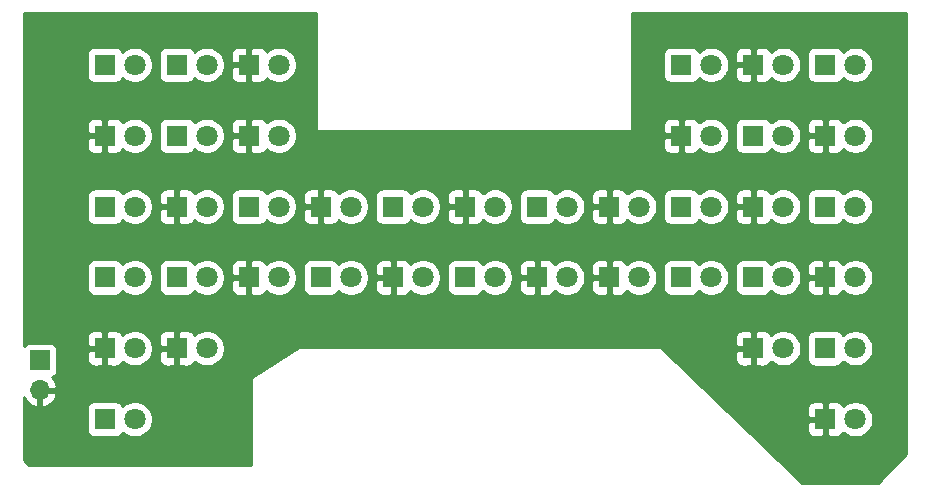
<source format=gbr>
%TF.GenerationSoftware,KiCad,Pcbnew,(5.1.6)-1*%
%TF.CreationDate,2021-04-07T20:28:44-04:00*%
%TF.ProjectId,2020-11-09-Browning-Recon-Force-Advantage-White-LED,32303230-2d31-4312-9d30-392d42726f77,rev?*%
%TF.SameCoordinates,Original*%
%TF.FileFunction,Copper,L2,Bot*%
%TF.FilePolarity,Positive*%
%FSLAX46Y46*%
G04 Gerber Fmt 4.6, Leading zero omitted, Abs format (unit mm)*
G04 Created by KiCad (PCBNEW (5.1.6)-1) date 2021-04-07 20:28:44*
%MOMM*%
%LPD*%
G01*
G04 APERTURE LIST*
%TA.AperFunction,ComponentPad*%
%ADD10C,1.800000*%
%TD*%
%TA.AperFunction,ComponentPad*%
%ADD11R,1.800000X1.800000*%
%TD*%
%TA.AperFunction,ComponentPad*%
%ADD12R,1.700000X1.700000*%
%TD*%
%TA.AperFunction,ComponentPad*%
%ADD13O,1.700000X1.700000*%
%TD*%
%TA.AperFunction,Conductor*%
%ADD14C,0.254000*%
%TD*%
G04 APERTURE END LIST*
D10*
%TO.P,D1,2*%
%TO.N,LED+*%
X139040000Y-76500000D03*
D11*
%TO.P,D1,1*%
%TO.N,Net-(D1-Pad1)*%
X136500000Y-76500000D03*
%TD*%
%TO.P,D2,1*%
%TO.N,LED-*%
X136500000Y-82500000D03*
D10*
%TO.P,D2,2*%
%TO.N,Net-(D1-Pad1)*%
X139040000Y-82500000D03*
%TD*%
D11*
%TO.P,D3,1*%
%TO.N,Net-(D3-Pad1)*%
X142600000Y-76500000D03*
D10*
%TO.P,D3,2*%
%TO.N,LED+*%
X145140000Y-76500000D03*
%TD*%
%TO.P,D4,2*%
%TO.N,Net-(D3-Pad1)*%
X151240000Y-76500000D03*
D11*
%TO.P,D4,1*%
%TO.N,LED-*%
X148700000Y-76500000D03*
%TD*%
%TO.P,D5,1*%
%TO.N,Net-(D5-Pad1)*%
X142600000Y-82500000D03*
D10*
%TO.P,D5,2*%
%TO.N,LED+*%
X145140000Y-82500000D03*
%TD*%
%TO.P,D6,2*%
%TO.N,Net-(D5-Pad1)*%
X151240000Y-82500000D03*
D11*
%TO.P,D6,1*%
%TO.N,LED-*%
X148700000Y-82500000D03*
%TD*%
%TO.P,D7,1*%
%TO.N,Net-(D7-Pad1)*%
X136500000Y-88500000D03*
D10*
%TO.P,D7,2*%
%TO.N,LED+*%
X139040000Y-88500000D03*
%TD*%
%TO.P,D8,2*%
%TO.N,Net-(D7-Pad1)*%
X145140000Y-88500000D03*
D11*
%TO.P,D8,1*%
%TO.N,LED-*%
X142600000Y-88500000D03*
%TD*%
%TO.P,D9,1*%
%TO.N,Net-(D10-Pad2)*%
X136500000Y-94500000D03*
D10*
%TO.P,D9,2*%
%TO.N,LED+*%
X139040000Y-94500000D03*
%TD*%
%TO.P,D10,2*%
%TO.N,Net-(D10-Pad2)*%
X139040000Y-100500000D03*
D11*
%TO.P,D10,1*%
%TO.N,LED-*%
X136500000Y-100500000D03*
%TD*%
%TO.P,D11,1*%
%TO.N,Net-(D11-Pad1)*%
X136500000Y-106500000D03*
D10*
%TO.P,D11,2*%
%TO.N,LED+*%
X139040000Y-106500000D03*
%TD*%
%TO.P,D12,2*%
%TO.N,Net-(D11-Pad1)*%
X145140000Y-100500000D03*
D11*
%TO.P,D12,1*%
%TO.N,LED-*%
X142600000Y-100500000D03*
%TD*%
%TO.P,D13,1*%
%TO.N,Net-(D13-Pad1)*%
X142600000Y-94500000D03*
D10*
%TO.P,D13,2*%
%TO.N,LED+*%
X145140000Y-94500000D03*
%TD*%
%TO.P,D14,2*%
%TO.N,Net-(D13-Pad1)*%
X151240000Y-94500000D03*
D11*
%TO.P,D14,1*%
%TO.N,LED-*%
X148700000Y-94500000D03*
%TD*%
%TO.P,D15,1*%
%TO.N,Net-(D15-Pad1)*%
X148700000Y-88500000D03*
D10*
%TO.P,D15,2*%
%TO.N,LED+*%
X151240000Y-88500000D03*
%TD*%
%TO.P,D16,2*%
%TO.N,Net-(D15-Pad1)*%
X157340000Y-88500000D03*
D11*
%TO.P,D16,1*%
%TO.N,LED-*%
X154800000Y-88500000D03*
%TD*%
%TO.P,D17,1*%
%TO.N,Net-(D17-Pad1)*%
X154800000Y-94500000D03*
D10*
%TO.P,D17,2*%
%TO.N,LED+*%
X157340000Y-94500000D03*
%TD*%
%TO.P,D18,2*%
%TO.N,Net-(D17-Pad1)*%
X163440000Y-94500000D03*
D11*
%TO.P,D18,1*%
%TO.N,LED-*%
X160900000Y-94500000D03*
%TD*%
%TO.P,D19,1*%
%TO.N,Net-(D19-Pad1)*%
X160900000Y-88500000D03*
D10*
%TO.P,D19,2*%
%TO.N,LED+*%
X163440000Y-88500000D03*
%TD*%
D11*
%TO.P,D20,1*%
%TO.N,LED-*%
X167000000Y-88500000D03*
D10*
%TO.P,D20,2*%
%TO.N,Net-(D19-Pad1)*%
X169540000Y-88500000D03*
%TD*%
%TO.P,D21,2*%
%TO.N,LED+*%
X169540000Y-94500000D03*
D11*
%TO.P,D21,1*%
%TO.N,Net-(D21-Pad1)*%
X167000000Y-94500000D03*
%TD*%
D10*
%TO.P,D22,2*%
%TO.N,Net-(D21-Pad1)*%
X175640000Y-94500000D03*
D11*
%TO.P,D22,1*%
%TO.N,LED-*%
X173100000Y-94500000D03*
%TD*%
%TO.P,D23,1*%
%TO.N,Net-(D23-Pad1)*%
X173100000Y-88500000D03*
D10*
%TO.P,D23,2*%
%TO.N,LED+*%
X175640000Y-88500000D03*
%TD*%
%TO.P,D24,2*%
%TO.N,Net-(D23-Pad1)*%
X181740000Y-88500000D03*
D11*
%TO.P,D24,1*%
%TO.N,LED-*%
X179200000Y-88500000D03*
%TD*%
%TO.P,D25,1*%
%TO.N,Net-(D25-Pad1)*%
X185300000Y-94500000D03*
D10*
%TO.P,D25,2*%
%TO.N,LED+*%
X187840000Y-94500000D03*
%TD*%
%TO.P,D26,2*%
%TO.N,Net-(D25-Pad1)*%
X181740000Y-94500000D03*
D11*
%TO.P,D26,1*%
%TO.N,LED-*%
X179200000Y-94500000D03*
%TD*%
%TO.P,D27,1*%
%TO.N,Net-(D27-Pad1)*%
X185300000Y-88500000D03*
D10*
%TO.P,D27,2*%
%TO.N,LED+*%
X187840000Y-88500000D03*
%TD*%
%TO.P,D28,2*%
%TO.N,Net-(D27-Pad1)*%
X187840000Y-82500000D03*
D11*
%TO.P,D28,1*%
%TO.N,LED-*%
X185300000Y-82500000D03*
%TD*%
%TO.P,D29,1*%
%TO.N,Net-(D29-Pad1)*%
X185300000Y-76500000D03*
D10*
%TO.P,D29,2*%
%TO.N,LED+*%
X187840000Y-76500000D03*
%TD*%
%TO.P,D30,2*%
%TO.N,Net-(D29-Pad1)*%
X193940000Y-76500000D03*
D11*
%TO.P,D30,1*%
%TO.N,LED-*%
X191400000Y-76500000D03*
%TD*%
%TO.P,D31,1*%
%TO.N,Net-(D31-Pad1)*%
X197500000Y-76500000D03*
D10*
%TO.P,D31,2*%
%TO.N,LED+*%
X200040000Y-76500000D03*
%TD*%
%TO.P,D32,2*%
%TO.N,Net-(D31-Pad1)*%
X200040000Y-82500000D03*
D11*
%TO.P,D32,1*%
%TO.N,LED-*%
X197500000Y-82500000D03*
%TD*%
%TO.P,D33,1*%
%TO.N,Net-(D33-Pad1)*%
X191400000Y-82500000D03*
D10*
%TO.P,D33,2*%
%TO.N,LED+*%
X193940000Y-82500000D03*
%TD*%
%TO.P,D34,2*%
%TO.N,Net-(D33-Pad1)*%
X193940000Y-88500000D03*
D11*
%TO.P,D34,1*%
%TO.N,LED-*%
X191400000Y-88500000D03*
%TD*%
%TO.P,D35,1*%
%TO.N,Net-(D35-Pad1)*%
X197500000Y-88500000D03*
D10*
%TO.P,D35,2*%
%TO.N,LED+*%
X200040000Y-88500000D03*
%TD*%
%TO.P,D36,2*%
%TO.N,Net-(D35-Pad1)*%
X200040000Y-94500000D03*
D11*
%TO.P,D36,1*%
%TO.N,LED-*%
X197500000Y-94500000D03*
%TD*%
%TO.P,D37,1*%
%TO.N,Net-(D37-Pad1)*%
X191400000Y-94500000D03*
D10*
%TO.P,D37,2*%
%TO.N,LED+*%
X193940000Y-94500000D03*
%TD*%
%TO.P,D38,2*%
%TO.N,Net-(D37-Pad1)*%
X193940000Y-100500000D03*
D11*
%TO.P,D38,1*%
%TO.N,LED-*%
X191400000Y-100500000D03*
%TD*%
%TO.P,D39,1*%
%TO.N,Net-(D39-Pad1)*%
X197500000Y-100500000D03*
D10*
%TO.P,D39,2*%
%TO.N,LED+*%
X200040000Y-100500000D03*
%TD*%
%TO.P,D40,2*%
%TO.N,Net-(D39-Pad1)*%
X200040000Y-106500000D03*
D11*
%TO.P,D40,1*%
%TO.N,LED-*%
X197500000Y-106500000D03*
%TD*%
D12*
%TO.P,J1,1*%
%TO.N,LED+*%
X131000000Y-101500000D03*
D13*
%TO.P,J1,2*%
%TO.N,LED-*%
X131000000Y-104040000D03*
%TD*%
D14*
%TO.N,LED-*%
G36*
X154373000Y-82000000D02*
G01*
X154375440Y-82024776D01*
X154382667Y-82048601D01*
X154394403Y-82070557D01*
X154410197Y-82089803D01*
X154429443Y-82105597D01*
X154451399Y-82117333D01*
X154475224Y-82124560D01*
X154500000Y-82127000D01*
X181000000Y-82127000D01*
X181024776Y-82124560D01*
X181048601Y-82117333D01*
X181070557Y-82105597D01*
X181089803Y-82089803D01*
X181105597Y-82070557D01*
X181117333Y-82048601D01*
X181124560Y-82024776D01*
X181127000Y-82000000D01*
X181127000Y-81600000D01*
X183761928Y-81600000D01*
X183765000Y-82214250D01*
X183923750Y-82373000D01*
X185173000Y-82373000D01*
X185173000Y-81123750D01*
X185427000Y-81123750D01*
X185427000Y-82373000D01*
X185447000Y-82373000D01*
X185447000Y-82627000D01*
X185427000Y-82627000D01*
X185427000Y-83876250D01*
X185585750Y-84035000D01*
X186200000Y-84038072D01*
X186324482Y-84025812D01*
X186444180Y-83989502D01*
X186554494Y-83930537D01*
X186651185Y-83851185D01*
X186730537Y-83754494D01*
X186789502Y-83644180D01*
X186795056Y-83625873D01*
X186861495Y-83692312D01*
X187112905Y-83860299D01*
X187392257Y-83976011D01*
X187688816Y-84035000D01*
X187991184Y-84035000D01*
X188287743Y-83976011D01*
X188567095Y-83860299D01*
X188818505Y-83692312D01*
X189032312Y-83478505D01*
X189200299Y-83227095D01*
X189316011Y-82947743D01*
X189375000Y-82651184D01*
X189375000Y-82348816D01*
X189316011Y-82052257D01*
X189200299Y-81772905D01*
X189084768Y-81600000D01*
X189861928Y-81600000D01*
X189861928Y-83400000D01*
X189874188Y-83524482D01*
X189910498Y-83644180D01*
X189969463Y-83754494D01*
X190048815Y-83851185D01*
X190145506Y-83930537D01*
X190255820Y-83989502D01*
X190375518Y-84025812D01*
X190500000Y-84038072D01*
X192300000Y-84038072D01*
X192424482Y-84025812D01*
X192544180Y-83989502D01*
X192654494Y-83930537D01*
X192751185Y-83851185D01*
X192830537Y-83754494D01*
X192889502Y-83644180D01*
X192895056Y-83625873D01*
X192961495Y-83692312D01*
X193212905Y-83860299D01*
X193492257Y-83976011D01*
X193788816Y-84035000D01*
X194091184Y-84035000D01*
X194387743Y-83976011D01*
X194667095Y-83860299D01*
X194918505Y-83692312D01*
X195132312Y-83478505D01*
X195184767Y-83400000D01*
X195961928Y-83400000D01*
X195974188Y-83524482D01*
X196010498Y-83644180D01*
X196069463Y-83754494D01*
X196148815Y-83851185D01*
X196245506Y-83930537D01*
X196355820Y-83989502D01*
X196475518Y-84025812D01*
X196600000Y-84038072D01*
X197214250Y-84035000D01*
X197373000Y-83876250D01*
X197373000Y-82627000D01*
X196123750Y-82627000D01*
X195965000Y-82785750D01*
X195961928Y-83400000D01*
X195184767Y-83400000D01*
X195300299Y-83227095D01*
X195416011Y-82947743D01*
X195475000Y-82651184D01*
X195475000Y-82348816D01*
X195416011Y-82052257D01*
X195300299Y-81772905D01*
X195184768Y-81600000D01*
X195961928Y-81600000D01*
X195965000Y-82214250D01*
X196123750Y-82373000D01*
X197373000Y-82373000D01*
X197373000Y-81123750D01*
X197627000Y-81123750D01*
X197627000Y-82373000D01*
X197647000Y-82373000D01*
X197647000Y-82627000D01*
X197627000Y-82627000D01*
X197627000Y-83876250D01*
X197785750Y-84035000D01*
X198400000Y-84038072D01*
X198524482Y-84025812D01*
X198644180Y-83989502D01*
X198754494Y-83930537D01*
X198851185Y-83851185D01*
X198930537Y-83754494D01*
X198989502Y-83644180D01*
X198995056Y-83625873D01*
X199061495Y-83692312D01*
X199312905Y-83860299D01*
X199592257Y-83976011D01*
X199888816Y-84035000D01*
X200191184Y-84035000D01*
X200487743Y-83976011D01*
X200767095Y-83860299D01*
X201018505Y-83692312D01*
X201232312Y-83478505D01*
X201400299Y-83227095D01*
X201516011Y-82947743D01*
X201575000Y-82651184D01*
X201575000Y-82348816D01*
X201516011Y-82052257D01*
X201400299Y-81772905D01*
X201232312Y-81521495D01*
X201018505Y-81307688D01*
X200767095Y-81139701D01*
X200487743Y-81023989D01*
X200191184Y-80965000D01*
X199888816Y-80965000D01*
X199592257Y-81023989D01*
X199312905Y-81139701D01*
X199061495Y-81307688D01*
X198995056Y-81374127D01*
X198989502Y-81355820D01*
X198930537Y-81245506D01*
X198851185Y-81148815D01*
X198754494Y-81069463D01*
X198644180Y-81010498D01*
X198524482Y-80974188D01*
X198400000Y-80961928D01*
X197785750Y-80965000D01*
X197627000Y-81123750D01*
X197373000Y-81123750D01*
X197214250Y-80965000D01*
X196600000Y-80961928D01*
X196475518Y-80974188D01*
X196355820Y-81010498D01*
X196245506Y-81069463D01*
X196148815Y-81148815D01*
X196069463Y-81245506D01*
X196010498Y-81355820D01*
X195974188Y-81475518D01*
X195961928Y-81600000D01*
X195184768Y-81600000D01*
X195132312Y-81521495D01*
X194918505Y-81307688D01*
X194667095Y-81139701D01*
X194387743Y-81023989D01*
X194091184Y-80965000D01*
X193788816Y-80965000D01*
X193492257Y-81023989D01*
X193212905Y-81139701D01*
X192961495Y-81307688D01*
X192895056Y-81374127D01*
X192889502Y-81355820D01*
X192830537Y-81245506D01*
X192751185Y-81148815D01*
X192654494Y-81069463D01*
X192544180Y-81010498D01*
X192424482Y-80974188D01*
X192300000Y-80961928D01*
X190500000Y-80961928D01*
X190375518Y-80974188D01*
X190255820Y-81010498D01*
X190145506Y-81069463D01*
X190048815Y-81148815D01*
X189969463Y-81245506D01*
X189910498Y-81355820D01*
X189874188Y-81475518D01*
X189861928Y-81600000D01*
X189084768Y-81600000D01*
X189032312Y-81521495D01*
X188818505Y-81307688D01*
X188567095Y-81139701D01*
X188287743Y-81023989D01*
X187991184Y-80965000D01*
X187688816Y-80965000D01*
X187392257Y-81023989D01*
X187112905Y-81139701D01*
X186861495Y-81307688D01*
X186795056Y-81374127D01*
X186789502Y-81355820D01*
X186730537Y-81245506D01*
X186651185Y-81148815D01*
X186554494Y-81069463D01*
X186444180Y-81010498D01*
X186324482Y-80974188D01*
X186200000Y-80961928D01*
X185585750Y-80965000D01*
X185427000Y-81123750D01*
X185173000Y-81123750D01*
X185014250Y-80965000D01*
X184400000Y-80961928D01*
X184275518Y-80974188D01*
X184155820Y-81010498D01*
X184045506Y-81069463D01*
X183948815Y-81148815D01*
X183869463Y-81245506D01*
X183810498Y-81355820D01*
X183774188Y-81475518D01*
X183761928Y-81600000D01*
X181127000Y-81600000D01*
X181127000Y-75600000D01*
X183761928Y-75600000D01*
X183761928Y-77400000D01*
X183774188Y-77524482D01*
X183810498Y-77644180D01*
X183869463Y-77754494D01*
X183948815Y-77851185D01*
X184045506Y-77930537D01*
X184155820Y-77989502D01*
X184275518Y-78025812D01*
X184400000Y-78038072D01*
X186200000Y-78038072D01*
X186324482Y-78025812D01*
X186444180Y-77989502D01*
X186554494Y-77930537D01*
X186651185Y-77851185D01*
X186730537Y-77754494D01*
X186789502Y-77644180D01*
X186795056Y-77625873D01*
X186861495Y-77692312D01*
X187112905Y-77860299D01*
X187392257Y-77976011D01*
X187688816Y-78035000D01*
X187991184Y-78035000D01*
X188287743Y-77976011D01*
X188567095Y-77860299D01*
X188818505Y-77692312D01*
X189032312Y-77478505D01*
X189084767Y-77400000D01*
X189861928Y-77400000D01*
X189874188Y-77524482D01*
X189910498Y-77644180D01*
X189969463Y-77754494D01*
X190048815Y-77851185D01*
X190145506Y-77930537D01*
X190255820Y-77989502D01*
X190375518Y-78025812D01*
X190500000Y-78038072D01*
X191114250Y-78035000D01*
X191273000Y-77876250D01*
X191273000Y-76627000D01*
X190023750Y-76627000D01*
X189865000Y-76785750D01*
X189861928Y-77400000D01*
X189084767Y-77400000D01*
X189200299Y-77227095D01*
X189316011Y-76947743D01*
X189375000Y-76651184D01*
X189375000Y-76348816D01*
X189316011Y-76052257D01*
X189200299Y-75772905D01*
X189084768Y-75600000D01*
X189861928Y-75600000D01*
X189865000Y-76214250D01*
X190023750Y-76373000D01*
X191273000Y-76373000D01*
X191273000Y-75123750D01*
X191527000Y-75123750D01*
X191527000Y-76373000D01*
X191547000Y-76373000D01*
X191547000Y-76627000D01*
X191527000Y-76627000D01*
X191527000Y-77876250D01*
X191685750Y-78035000D01*
X192300000Y-78038072D01*
X192424482Y-78025812D01*
X192544180Y-77989502D01*
X192654494Y-77930537D01*
X192751185Y-77851185D01*
X192830537Y-77754494D01*
X192889502Y-77644180D01*
X192895056Y-77625873D01*
X192961495Y-77692312D01*
X193212905Y-77860299D01*
X193492257Y-77976011D01*
X193788816Y-78035000D01*
X194091184Y-78035000D01*
X194387743Y-77976011D01*
X194667095Y-77860299D01*
X194918505Y-77692312D01*
X195132312Y-77478505D01*
X195300299Y-77227095D01*
X195416011Y-76947743D01*
X195475000Y-76651184D01*
X195475000Y-76348816D01*
X195416011Y-76052257D01*
X195300299Y-75772905D01*
X195184768Y-75600000D01*
X195961928Y-75600000D01*
X195961928Y-77400000D01*
X195974188Y-77524482D01*
X196010498Y-77644180D01*
X196069463Y-77754494D01*
X196148815Y-77851185D01*
X196245506Y-77930537D01*
X196355820Y-77989502D01*
X196475518Y-78025812D01*
X196600000Y-78038072D01*
X198400000Y-78038072D01*
X198524482Y-78025812D01*
X198644180Y-77989502D01*
X198754494Y-77930537D01*
X198851185Y-77851185D01*
X198930537Y-77754494D01*
X198989502Y-77644180D01*
X198995056Y-77625873D01*
X199061495Y-77692312D01*
X199312905Y-77860299D01*
X199592257Y-77976011D01*
X199888816Y-78035000D01*
X200191184Y-78035000D01*
X200487743Y-77976011D01*
X200767095Y-77860299D01*
X201018505Y-77692312D01*
X201232312Y-77478505D01*
X201400299Y-77227095D01*
X201516011Y-76947743D01*
X201575000Y-76651184D01*
X201575000Y-76348816D01*
X201516011Y-76052257D01*
X201400299Y-75772905D01*
X201232312Y-75521495D01*
X201018505Y-75307688D01*
X200767095Y-75139701D01*
X200487743Y-75023989D01*
X200191184Y-74965000D01*
X199888816Y-74965000D01*
X199592257Y-75023989D01*
X199312905Y-75139701D01*
X199061495Y-75307688D01*
X198995056Y-75374127D01*
X198989502Y-75355820D01*
X198930537Y-75245506D01*
X198851185Y-75148815D01*
X198754494Y-75069463D01*
X198644180Y-75010498D01*
X198524482Y-74974188D01*
X198400000Y-74961928D01*
X196600000Y-74961928D01*
X196475518Y-74974188D01*
X196355820Y-75010498D01*
X196245506Y-75069463D01*
X196148815Y-75148815D01*
X196069463Y-75245506D01*
X196010498Y-75355820D01*
X195974188Y-75475518D01*
X195961928Y-75600000D01*
X195184768Y-75600000D01*
X195132312Y-75521495D01*
X194918505Y-75307688D01*
X194667095Y-75139701D01*
X194387743Y-75023989D01*
X194091184Y-74965000D01*
X193788816Y-74965000D01*
X193492257Y-75023989D01*
X193212905Y-75139701D01*
X192961495Y-75307688D01*
X192895056Y-75374127D01*
X192889502Y-75355820D01*
X192830537Y-75245506D01*
X192751185Y-75148815D01*
X192654494Y-75069463D01*
X192544180Y-75010498D01*
X192424482Y-74974188D01*
X192300000Y-74961928D01*
X191685750Y-74965000D01*
X191527000Y-75123750D01*
X191273000Y-75123750D01*
X191114250Y-74965000D01*
X190500000Y-74961928D01*
X190375518Y-74974188D01*
X190255820Y-75010498D01*
X190145506Y-75069463D01*
X190048815Y-75148815D01*
X189969463Y-75245506D01*
X189910498Y-75355820D01*
X189874188Y-75475518D01*
X189861928Y-75600000D01*
X189084768Y-75600000D01*
X189032312Y-75521495D01*
X188818505Y-75307688D01*
X188567095Y-75139701D01*
X188287743Y-75023989D01*
X187991184Y-74965000D01*
X187688816Y-74965000D01*
X187392257Y-75023989D01*
X187112905Y-75139701D01*
X186861495Y-75307688D01*
X186795056Y-75374127D01*
X186789502Y-75355820D01*
X186730537Y-75245506D01*
X186651185Y-75148815D01*
X186554494Y-75069463D01*
X186444180Y-75010498D01*
X186324482Y-74974188D01*
X186200000Y-74961928D01*
X184400000Y-74961928D01*
X184275518Y-74974188D01*
X184155820Y-75010498D01*
X184045506Y-75069463D01*
X183948815Y-75148815D01*
X183869463Y-75245506D01*
X183810498Y-75355820D01*
X183774188Y-75475518D01*
X183761928Y-75600000D01*
X181127000Y-75600000D01*
X181127000Y-72127000D01*
X204373000Y-72127000D01*
X204373000Y-109447394D01*
X201947394Y-111873000D01*
X195551030Y-111873000D01*
X190883553Y-107400000D01*
X195961928Y-107400000D01*
X195974188Y-107524482D01*
X196010498Y-107644180D01*
X196069463Y-107754494D01*
X196148815Y-107851185D01*
X196245506Y-107930537D01*
X196355820Y-107989502D01*
X196475518Y-108025812D01*
X196600000Y-108038072D01*
X197214250Y-108035000D01*
X197373000Y-107876250D01*
X197373000Y-106627000D01*
X196123750Y-106627000D01*
X195965000Y-106785750D01*
X195961928Y-107400000D01*
X190883553Y-107400000D01*
X189005292Y-105600000D01*
X195961928Y-105600000D01*
X195965000Y-106214250D01*
X196123750Y-106373000D01*
X197373000Y-106373000D01*
X197373000Y-105123750D01*
X197627000Y-105123750D01*
X197627000Y-106373000D01*
X197647000Y-106373000D01*
X197647000Y-106627000D01*
X197627000Y-106627000D01*
X197627000Y-107876250D01*
X197785750Y-108035000D01*
X198400000Y-108038072D01*
X198524482Y-108025812D01*
X198644180Y-107989502D01*
X198754494Y-107930537D01*
X198851185Y-107851185D01*
X198930537Y-107754494D01*
X198989502Y-107644180D01*
X198995056Y-107625873D01*
X199061495Y-107692312D01*
X199312905Y-107860299D01*
X199592257Y-107976011D01*
X199888816Y-108035000D01*
X200191184Y-108035000D01*
X200487743Y-107976011D01*
X200767095Y-107860299D01*
X201018505Y-107692312D01*
X201232312Y-107478505D01*
X201400299Y-107227095D01*
X201516011Y-106947743D01*
X201575000Y-106651184D01*
X201575000Y-106348816D01*
X201516011Y-106052257D01*
X201400299Y-105772905D01*
X201232312Y-105521495D01*
X201018505Y-105307688D01*
X200767095Y-105139701D01*
X200487743Y-105023989D01*
X200191184Y-104965000D01*
X199888816Y-104965000D01*
X199592257Y-105023989D01*
X199312905Y-105139701D01*
X199061495Y-105307688D01*
X198995056Y-105374127D01*
X198989502Y-105355820D01*
X198930537Y-105245506D01*
X198851185Y-105148815D01*
X198754494Y-105069463D01*
X198644180Y-105010498D01*
X198524482Y-104974188D01*
X198400000Y-104961928D01*
X197785750Y-104965000D01*
X197627000Y-105123750D01*
X197373000Y-105123750D01*
X197214250Y-104965000D01*
X196600000Y-104961928D01*
X196475518Y-104974188D01*
X196355820Y-105010498D01*
X196245506Y-105069463D01*
X196148815Y-105148815D01*
X196069463Y-105245506D01*
X196010498Y-105355820D01*
X195974188Y-105475518D01*
X195961928Y-105600000D01*
X189005292Y-105600000D01*
X184622683Y-101400000D01*
X189861928Y-101400000D01*
X189874188Y-101524482D01*
X189910498Y-101644180D01*
X189969463Y-101754494D01*
X190048815Y-101851185D01*
X190145506Y-101930537D01*
X190255820Y-101989502D01*
X190375518Y-102025812D01*
X190500000Y-102038072D01*
X191114250Y-102035000D01*
X191273000Y-101876250D01*
X191273000Y-100627000D01*
X190023750Y-100627000D01*
X189865000Y-100785750D01*
X189861928Y-101400000D01*
X184622683Y-101400000D01*
X183587872Y-100408307D01*
X183568295Y-100392926D01*
X183546094Y-100381660D01*
X183522121Y-100374941D01*
X183500000Y-100373000D01*
X153000000Y-100373000D01*
X152975224Y-100375440D01*
X152951399Y-100382667D01*
X152932690Y-100392304D01*
X148932690Y-102892304D01*
X148912973Y-102907505D01*
X148896600Y-102926260D01*
X148884201Y-102947850D01*
X148876252Y-102971443D01*
X148873000Y-103000000D01*
X148873000Y-110373000D01*
X130052606Y-110373000D01*
X129627000Y-109947394D01*
X129627000Y-105600000D01*
X134961928Y-105600000D01*
X134961928Y-107400000D01*
X134974188Y-107524482D01*
X135010498Y-107644180D01*
X135069463Y-107754494D01*
X135148815Y-107851185D01*
X135245506Y-107930537D01*
X135355820Y-107989502D01*
X135475518Y-108025812D01*
X135600000Y-108038072D01*
X137400000Y-108038072D01*
X137524482Y-108025812D01*
X137644180Y-107989502D01*
X137754494Y-107930537D01*
X137851185Y-107851185D01*
X137930537Y-107754494D01*
X137989502Y-107644180D01*
X137995056Y-107625873D01*
X138061495Y-107692312D01*
X138312905Y-107860299D01*
X138592257Y-107976011D01*
X138888816Y-108035000D01*
X139191184Y-108035000D01*
X139487743Y-107976011D01*
X139767095Y-107860299D01*
X140018505Y-107692312D01*
X140232312Y-107478505D01*
X140400299Y-107227095D01*
X140516011Y-106947743D01*
X140575000Y-106651184D01*
X140575000Y-106348816D01*
X140516011Y-106052257D01*
X140400299Y-105772905D01*
X140232312Y-105521495D01*
X140018505Y-105307688D01*
X139767095Y-105139701D01*
X139487743Y-105023989D01*
X139191184Y-104965000D01*
X138888816Y-104965000D01*
X138592257Y-105023989D01*
X138312905Y-105139701D01*
X138061495Y-105307688D01*
X137995056Y-105374127D01*
X137989502Y-105355820D01*
X137930537Y-105245506D01*
X137851185Y-105148815D01*
X137754494Y-105069463D01*
X137644180Y-105010498D01*
X137524482Y-104974188D01*
X137400000Y-104961928D01*
X135600000Y-104961928D01*
X135475518Y-104974188D01*
X135355820Y-105010498D01*
X135245506Y-105069463D01*
X135148815Y-105148815D01*
X135069463Y-105245506D01*
X135010498Y-105355820D01*
X134974188Y-105475518D01*
X134961928Y-105600000D01*
X129627000Y-105600000D01*
X129627000Y-104594119D01*
X129728359Y-104806920D01*
X129902412Y-105040269D01*
X130118645Y-105235178D01*
X130368748Y-105384157D01*
X130643109Y-105481481D01*
X130873000Y-105360814D01*
X130873000Y-104167000D01*
X131127000Y-104167000D01*
X131127000Y-105360814D01*
X131356891Y-105481481D01*
X131631252Y-105384157D01*
X131881355Y-105235178D01*
X132097588Y-105040269D01*
X132271641Y-104806920D01*
X132396825Y-104544099D01*
X132441476Y-104396890D01*
X132320155Y-104167000D01*
X131127000Y-104167000D01*
X130873000Y-104167000D01*
X130853000Y-104167000D01*
X130853000Y-103913000D01*
X130873000Y-103913000D01*
X130873000Y-103893000D01*
X131127000Y-103893000D01*
X131127000Y-103913000D01*
X132320155Y-103913000D01*
X132441476Y-103683110D01*
X132396825Y-103535901D01*
X132271641Y-103273080D01*
X132097588Y-103039731D01*
X132013534Y-102963966D01*
X132094180Y-102939502D01*
X132204494Y-102880537D01*
X132301185Y-102801185D01*
X132380537Y-102704494D01*
X132439502Y-102594180D01*
X132475812Y-102474482D01*
X132488072Y-102350000D01*
X132488072Y-101400000D01*
X134961928Y-101400000D01*
X134974188Y-101524482D01*
X135010498Y-101644180D01*
X135069463Y-101754494D01*
X135148815Y-101851185D01*
X135245506Y-101930537D01*
X135355820Y-101989502D01*
X135475518Y-102025812D01*
X135600000Y-102038072D01*
X136214250Y-102035000D01*
X136373000Y-101876250D01*
X136373000Y-100627000D01*
X135123750Y-100627000D01*
X134965000Y-100785750D01*
X134961928Y-101400000D01*
X132488072Y-101400000D01*
X132488072Y-100650000D01*
X132475812Y-100525518D01*
X132439502Y-100405820D01*
X132380537Y-100295506D01*
X132301185Y-100198815D01*
X132204494Y-100119463D01*
X132094180Y-100060498D01*
X131974482Y-100024188D01*
X131850000Y-100011928D01*
X130150000Y-100011928D01*
X130025518Y-100024188D01*
X129905820Y-100060498D01*
X129795506Y-100119463D01*
X129698815Y-100198815D01*
X129627000Y-100286322D01*
X129627000Y-99600000D01*
X134961928Y-99600000D01*
X134965000Y-100214250D01*
X135123750Y-100373000D01*
X136373000Y-100373000D01*
X136373000Y-99123750D01*
X136627000Y-99123750D01*
X136627000Y-100373000D01*
X136647000Y-100373000D01*
X136647000Y-100627000D01*
X136627000Y-100627000D01*
X136627000Y-101876250D01*
X136785750Y-102035000D01*
X137400000Y-102038072D01*
X137524482Y-102025812D01*
X137644180Y-101989502D01*
X137754494Y-101930537D01*
X137851185Y-101851185D01*
X137930537Y-101754494D01*
X137989502Y-101644180D01*
X137995056Y-101625873D01*
X138061495Y-101692312D01*
X138312905Y-101860299D01*
X138592257Y-101976011D01*
X138888816Y-102035000D01*
X139191184Y-102035000D01*
X139487743Y-101976011D01*
X139767095Y-101860299D01*
X140018505Y-101692312D01*
X140232312Y-101478505D01*
X140284767Y-101400000D01*
X141061928Y-101400000D01*
X141074188Y-101524482D01*
X141110498Y-101644180D01*
X141169463Y-101754494D01*
X141248815Y-101851185D01*
X141345506Y-101930537D01*
X141455820Y-101989502D01*
X141575518Y-102025812D01*
X141700000Y-102038072D01*
X142314250Y-102035000D01*
X142473000Y-101876250D01*
X142473000Y-100627000D01*
X141223750Y-100627000D01*
X141065000Y-100785750D01*
X141061928Y-101400000D01*
X140284767Y-101400000D01*
X140400299Y-101227095D01*
X140516011Y-100947743D01*
X140575000Y-100651184D01*
X140575000Y-100348816D01*
X140516011Y-100052257D01*
X140400299Y-99772905D01*
X140284768Y-99600000D01*
X141061928Y-99600000D01*
X141065000Y-100214250D01*
X141223750Y-100373000D01*
X142473000Y-100373000D01*
X142473000Y-99123750D01*
X142727000Y-99123750D01*
X142727000Y-100373000D01*
X142747000Y-100373000D01*
X142747000Y-100627000D01*
X142727000Y-100627000D01*
X142727000Y-101876250D01*
X142885750Y-102035000D01*
X143500000Y-102038072D01*
X143624482Y-102025812D01*
X143744180Y-101989502D01*
X143854494Y-101930537D01*
X143951185Y-101851185D01*
X144030537Y-101754494D01*
X144089502Y-101644180D01*
X144095056Y-101625873D01*
X144161495Y-101692312D01*
X144412905Y-101860299D01*
X144692257Y-101976011D01*
X144988816Y-102035000D01*
X145291184Y-102035000D01*
X145587743Y-101976011D01*
X145867095Y-101860299D01*
X146118505Y-101692312D01*
X146332312Y-101478505D01*
X146500299Y-101227095D01*
X146616011Y-100947743D01*
X146675000Y-100651184D01*
X146675000Y-100348816D01*
X146616011Y-100052257D01*
X146500299Y-99772905D01*
X146384768Y-99600000D01*
X189861928Y-99600000D01*
X189865000Y-100214250D01*
X190023750Y-100373000D01*
X191273000Y-100373000D01*
X191273000Y-99123750D01*
X191527000Y-99123750D01*
X191527000Y-100373000D01*
X191547000Y-100373000D01*
X191547000Y-100627000D01*
X191527000Y-100627000D01*
X191527000Y-101876250D01*
X191685750Y-102035000D01*
X192300000Y-102038072D01*
X192424482Y-102025812D01*
X192544180Y-101989502D01*
X192654494Y-101930537D01*
X192751185Y-101851185D01*
X192830537Y-101754494D01*
X192889502Y-101644180D01*
X192895056Y-101625873D01*
X192961495Y-101692312D01*
X193212905Y-101860299D01*
X193492257Y-101976011D01*
X193788816Y-102035000D01*
X194091184Y-102035000D01*
X194387743Y-101976011D01*
X194667095Y-101860299D01*
X194918505Y-101692312D01*
X195132312Y-101478505D01*
X195300299Y-101227095D01*
X195416011Y-100947743D01*
X195475000Y-100651184D01*
X195475000Y-100348816D01*
X195416011Y-100052257D01*
X195300299Y-99772905D01*
X195184768Y-99600000D01*
X195961928Y-99600000D01*
X195961928Y-101400000D01*
X195974188Y-101524482D01*
X196010498Y-101644180D01*
X196069463Y-101754494D01*
X196148815Y-101851185D01*
X196245506Y-101930537D01*
X196355820Y-101989502D01*
X196475518Y-102025812D01*
X196600000Y-102038072D01*
X198400000Y-102038072D01*
X198524482Y-102025812D01*
X198644180Y-101989502D01*
X198754494Y-101930537D01*
X198851185Y-101851185D01*
X198930537Y-101754494D01*
X198989502Y-101644180D01*
X198995056Y-101625873D01*
X199061495Y-101692312D01*
X199312905Y-101860299D01*
X199592257Y-101976011D01*
X199888816Y-102035000D01*
X200191184Y-102035000D01*
X200487743Y-101976011D01*
X200767095Y-101860299D01*
X201018505Y-101692312D01*
X201232312Y-101478505D01*
X201400299Y-101227095D01*
X201516011Y-100947743D01*
X201575000Y-100651184D01*
X201575000Y-100348816D01*
X201516011Y-100052257D01*
X201400299Y-99772905D01*
X201232312Y-99521495D01*
X201018505Y-99307688D01*
X200767095Y-99139701D01*
X200487743Y-99023989D01*
X200191184Y-98965000D01*
X199888816Y-98965000D01*
X199592257Y-99023989D01*
X199312905Y-99139701D01*
X199061495Y-99307688D01*
X198995056Y-99374127D01*
X198989502Y-99355820D01*
X198930537Y-99245506D01*
X198851185Y-99148815D01*
X198754494Y-99069463D01*
X198644180Y-99010498D01*
X198524482Y-98974188D01*
X198400000Y-98961928D01*
X196600000Y-98961928D01*
X196475518Y-98974188D01*
X196355820Y-99010498D01*
X196245506Y-99069463D01*
X196148815Y-99148815D01*
X196069463Y-99245506D01*
X196010498Y-99355820D01*
X195974188Y-99475518D01*
X195961928Y-99600000D01*
X195184768Y-99600000D01*
X195132312Y-99521495D01*
X194918505Y-99307688D01*
X194667095Y-99139701D01*
X194387743Y-99023989D01*
X194091184Y-98965000D01*
X193788816Y-98965000D01*
X193492257Y-99023989D01*
X193212905Y-99139701D01*
X192961495Y-99307688D01*
X192895056Y-99374127D01*
X192889502Y-99355820D01*
X192830537Y-99245506D01*
X192751185Y-99148815D01*
X192654494Y-99069463D01*
X192544180Y-99010498D01*
X192424482Y-98974188D01*
X192300000Y-98961928D01*
X191685750Y-98965000D01*
X191527000Y-99123750D01*
X191273000Y-99123750D01*
X191114250Y-98965000D01*
X190500000Y-98961928D01*
X190375518Y-98974188D01*
X190255820Y-99010498D01*
X190145506Y-99069463D01*
X190048815Y-99148815D01*
X189969463Y-99245506D01*
X189910498Y-99355820D01*
X189874188Y-99475518D01*
X189861928Y-99600000D01*
X146384768Y-99600000D01*
X146332312Y-99521495D01*
X146118505Y-99307688D01*
X145867095Y-99139701D01*
X145587743Y-99023989D01*
X145291184Y-98965000D01*
X144988816Y-98965000D01*
X144692257Y-99023989D01*
X144412905Y-99139701D01*
X144161495Y-99307688D01*
X144095056Y-99374127D01*
X144089502Y-99355820D01*
X144030537Y-99245506D01*
X143951185Y-99148815D01*
X143854494Y-99069463D01*
X143744180Y-99010498D01*
X143624482Y-98974188D01*
X143500000Y-98961928D01*
X142885750Y-98965000D01*
X142727000Y-99123750D01*
X142473000Y-99123750D01*
X142314250Y-98965000D01*
X141700000Y-98961928D01*
X141575518Y-98974188D01*
X141455820Y-99010498D01*
X141345506Y-99069463D01*
X141248815Y-99148815D01*
X141169463Y-99245506D01*
X141110498Y-99355820D01*
X141074188Y-99475518D01*
X141061928Y-99600000D01*
X140284768Y-99600000D01*
X140232312Y-99521495D01*
X140018505Y-99307688D01*
X139767095Y-99139701D01*
X139487743Y-99023989D01*
X139191184Y-98965000D01*
X138888816Y-98965000D01*
X138592257Y-99023989D01*
X138312905Y-99139701D01*
X138061495Y-99307688D01*
X137995056Y-99374127D01*
X137989502Y-99355820D01*
X137930537Y-99245506D01*
X137851185Y-99148815D01*
X137754494Y-99069463D01*
X137644180Y-99010498D01*
X137524482Y-98974188D01*
X137400000Y-98961928D01*
X136785750Y-98965000D01*
X136627000Y-99123750D01*
X136373000Y-99123750D01*
X136214250Y-98965000D01*
X135600000Y-98961928D01*
X135475518Y-98974188D01*
X135355820Y-99010498D01*
X135245506Y-99069463D01*
X135148815Y-99148815D01*
X135069463Y-99245506D01*
X135010498Y-99355820D01*
X134974188Y-99475518D01*
X134961928Y-99600000D01*
X129627000Y-99600000D01*
X129627000Y-93600000D01*
X134961928Y-93600000D01*
X134961928Y-95400000D01*
X134974188Y-95524482D01*
X135010498Y-95644180D01*
X135069463Y-95754494D01*
X135148815Y-95851185D01*
X135245506Y-95930537D01*
X135355820Y-95989502D01*
X135475518Y-96025812D01*
X135600000Y-96038072D01*
X137400000Y-96038072D01*
X137524482Y-96025812D01*
X137644180Y-95989502D01*
X137754494Y-95930537D01*
X137851185Y-95851185D01*
X137930537Y-95754494D01*
X137989502Y-95644180D01*
X137995056Y-95625873D01*
X138061495Y-95692312D01*
X138312905Y-95860299D01*
X138592257Y-95976011D01*
X138888816Y-96035000D01*
X139191184Y-96035000D01*
X139487743Y-95976011D01*
X139767095Y-95860299D01*
X140018505Y-95692312D01*
X140232312Y-95478505D01*
X140400299Y-95227095D01*
X140516011Y-94947743D01*
X140575000Y-94651184D01*
X140575000Y-94348816D01*
X140516011Y-94052257D01*
X140400299Y-93772905D01*
X140284768Y-93600000D01*
X141061928Y-93600000D01*
X141061928Y-95400000D01*
X141074188Y-95524482D01*
X141110498Y-95644180D01*
X141169463Y-95754494D01*
X141248815Y-95851185D01*
X141345506Y-95930537D01*
X141455820Y-95989502D01*
X141575518Y-96025812D01*
X141700000Y-96038072D01*
X143500000Y-96038072D01*
X143624482Y-96025812D01*
X143744180Y-95989502D01*
X143854494Y-95930537D01*
X143951185Y-95851185D01*
X144030537Y-95754494D01*
X144089502Y-95644180D01*
X144095056Y-95625873D01*
X144161495Y-95692312D01*
X144412905Y-95860299D01*
X144692257Y-95976011D01*
X144988816Y-96035000D01*
X145291184Y-96035000D01*
X145587743Y-95976011D01*
X145867095Y-95860299D01*
X146118505Y-95692312D01*
X146332312Y-95478505D01*
X146384767Y-95400000D01*
X147161928Y-95400000D01*
X147174188Y-95524482D01*
X147210498Y-95644180D01*
X147269463Y-95754494D01*
X147348815Y-95851185D01*
X147445506Y-95930537D01*
X147555820Y-95989502D01*
X147675518Y-96025812D01*
X147800000Y-96038072D01*
X148414250Y-96035000D01*
X148573000Y-95876250D01*
X148573000Y-94627000D01*
X147323750Y-94627000D01*
X147165000Y-94785750D01*
X147161928Y-95400000D01*
X146384767Y-95400000D01*
X146500299Y-95227095D01*
X146616011Y-94947743D01*
X146675000Y-94651184D01*
X146675000Y-94348816D01*
X146616011Y-94052257D01*
X146500299Y-93772905D01*
X146384768Y-93600000D01*
X147161928Y-93600000D01*
X147165000Y-94214250D01*
X147323750Y-94373000D01*
X148573000Y-94373000D01*
X148573000Y-93123750D01*
X148827000Y-93123750D01*
X148827000Y-94373000D01*
X148847000Y-94373000D01*
X148847000Y-94627000D01*
X148827000Y-94627000D01*
X148827000Y-95876250D01*
X148985750Y-96035000D01*
X149600000Y-96038072D01*
X149724482Y-96025812D01*
X149844180Y-95989502D01*
X149954494Y-95930537D01*
X150051185Y-95851185D01*
X150130537Y-95754494D01*
X150189502Y-95644180D01*
X150195056Y-95625873D01*
X150261495Y-95692312D01*
X150512905Y-95860299D01*
X150792257Y-95976011D01*
X151088816Y-96035000D01*
X151391184Y-96035000D01*
X151687743Y-95976011D01*
X151967095Y-95860299D01*
X152218505Y-95692312D01*
X152432312Y-95478505D01*
X152600299Y-95227095D01*
X152716011Y-94947743D01*
X152775000Y-94651184D01*
X152775000Y-94348816D01*
X152716011Y-94052257D01*
X152600299Y-93772905D01*
X152484768Y-93600000D01*
X153261928Y-93600000D01*
X153261928Y-95400000D01*
X153274188Y-95524482D01*
X153310498Y-95644180D01*
X153369463Y-95754494D01*
X153448815Y-95851185D01*
X153545506Y-95930537D01*
X153655820Y-95989502D01*
X153775518Y-96025812D01*
X153900000Y-96038072D01*
X155700000Y-96038072D01*
X155824482Y-96025812D01*
X155944180Y-95989502D01*
X156054494Y-95930537D01*
X156151185Y-95851185D01*
X156230537Y-95754494D01*
X156289502Y-95644180D01*
X156295056Y-95625873D01*
X156361495Y-95692312D01*
X156612905Y-95860299D01*
X156892257Y-95976011D01*
X157188816Y-96035000D01*
X157491184Y-96035000D01*
X157787743Y-95976011D01*
X158067095Y-95860299D01*
X158318505Y-95692312D01*
X158532312Y-95478505D01*
X158584767Y-95400000D01*
X159361928Y-95400000D01*
X159374188Y-95524482D01*
X159410498Y-95644180D01*
X159469463Y-95754494D01*
X159548815Y-95851185D01*
X159645506Y-95930537D01*
X159755820Y-95989502D01*
X159875518Y-96025812D01*
X160000000Y-96038072D01*
X160614250Y-96035000D01*
X160773000Y-95876250D01*
X160773000Y-94627000D01*
X159523750Y-94627000D01*
X159365000Y-94785750D01*
X159361928Y-95400000D01*
X158584767Y-95400000D01*
X158700299Y-95227095D01*
X158816011Y-94947743D01*
X158875000Y-94651184D01*
X158875000Y-94348816D01*
X158816011Y-94052257D01*
X158700299Y-93772905D01*
X158584768Y-93600000D01*
X159361928Y-93600000D01*
X159365000Y-94214250D01*
X159523750Y-94373000D01*
X160773000Y-94373000D01*
X160773000Y-93123750D01*
X161027000Y-93123750D01*
X161027000Y-94373000D01*
X161047000Y-94373000D01*
X161047000Y-94627000D01*
X161027000Y-94627000D01*
X161027000Y-95876250D01*
X161185750Y-96035000D01*
X161800000Y-96038072D01*
X161924482Y-96025812D01*
X162044180Y-95989502D01*
X162154494Y-95930537D01*
X162251185Y-95851185D01*
X162330537Y-95754494D01*
X162389502Y-95644180D01*
X162395056Y-95625873D01*
X162461495Y-95692312D01*
X162712905Y-95860299D01*
X162992257Y-95976011D01*
X163288816Y-96035000D01*
X163591184Y-96035000D01*
X163887743Y-95976011D01*
X164167095Y-95860299D01*
X164418505Y-95692312D01*
X164632312Y-95478505D01*
X164800299Y-95227095D01*
X164916011Y-94947743D01*
X164975000Y-94651184D01*
X164975000Y-94348816D01*
X164916011Y-94052257D01*
X164800299Y-93772905D01*
X164684768Y-93600000D01*
X165461928Y-93600000D01*
X165461928Y-95400000D01*
X165474188Y-95524482D01*
X165510498Y-95644180D01*
X165569463Y-95754494D01*
X165648815Y-95851185D01*
X165745506Y-95930537D01*
X165855820Y-95989502D01*
X165975518Y-96025812D01*
X166100000Y-96038072D01*
X167900000Y-96038072D01*
X168024482Y-96025812D01*
X168144180Y-95989502D01*
X168254494Y-95930537D01*
X168351185Y-95851185D01*
X168430537Y-95754494D01*
X168489502Y-95644180D01*
X168495056Y-95625873D01*
X168561495Y-95692312D01*
X168812905Y-95860299D01*
X169092257Y-95976011D01*
X169388816Y-96035000D01*
X169691184Y-96035000D01*
X169987743Y-95976011D01*
X170267095Y-95860299D01*
X170518505Y-95692312D01*
X170732312Y-95478505D01*
X170784767Y-95400000D01*
X171561928Y-95400000D01*
X171574188Y-95524482D01*
X171610498Y-95644180D01*
X171669463Y-95754494D01*
X171748815Y-95851185D01*
X171845506Y-95930537D01*
X171955820Y-95989502D01*
X172075518Y-96025812D01*
X172200000Y-96038072D01*
X172814250Y-96035000D01*
X172973000Y-95876250D01*
X172973000Y-94627000D01*
X171723750Y-94627000D01*
X171565000Y-94785750D01*
X171561928Y-95400000D01*
X170784767Y-95400000D01*
X170900299Y-95227095D01*
X171016011Y-94947743D01*
X171075000Y-94651184D01*
X171075000Y-94348816D01*
X171016011Y-94052257D01*
X170900299Y-93772905D01*
X170784768Y-93600000D01*
X171561928Y-93600000D01*
X171565000Y-94214250D01*
X171723750Y-94373000D01*
X172973000Y-94373000D01*
X172973000Y-93123750D01*
X173227000Y-93123750D01*
X173227000Y-94373000D01*
X173247000Y-94373000D01*
X173247000Y-94627000D01*
X173227000Y-94627000D01*
X173227000Y-95876250D01*
X173385750Y-96035000D01*
X174000000Y-96038072D01*
X174124482Y-96025812D01*
X174244180Y-95989502D01*
X174354494Y-95930537D01*
X174451185Y-95851185D01*
X174530537Y-95754494D01*
X174589502Y-95644180D01*
X174595056Y-95625873D01*
X174661495Y-95692312D01*
X174912905Y-95860299D01*
X175192257Y-95976011D01*
X175488816Y-96035000D01*
X175791184Y-96035000D01*
X176087743Y-95976011D01*
X176367095Y-95860299D01*
X176618505Y-95692312D01*
X176832312Y-95478505D01*
X176884767Y-95400000D01*
X177661928Y-95400000D01*
X177674188Y-95524482D01*
X177710498Y-95644180D01*
X177769463Y-95754494D01*
X177848815Y-95851185D01*
X177945506Y-95930537D01*
X178055820Y-95989502D01*
X178175518Y-96025812D01*
X178300000Y-96038072D01*
X178914250Y-96035000D01*
X179073000Y-95876250D01*
X179073000Y-94627000D01*
X177823750Y-94627000D01*
X177665000Y-94785750D01*
X177661928Y-95400000D01*
X176884767Y-95400000D01*
X177000299Y-95227095D01*
X177116011Y-94947743D01*
X177175000Y-94651184D01*
X177175000Y-94348816D01*
X177116011Y-94052257D01*
X177000299Y-93772905D01*
X176884768Y-93600000D01*
X177661928Y-93600000D01*
X177665000Y-94214250D01*
X177823750Y-94373000D01*
X179073000Y-94373000D01*
X179073000Y-93123750D01*
X179327000Y-93123750D01*
X179327000Y-94373000D01*
X179347000Y-94373000D01*
X179347000Y-94627000D01*
X179327000Y-94627000D01*
X179327000Y-95876250D01*
X179485750Y-96035000D01*
X180100000Y-96038072D01*
X180224482Y-96025812D01*
X180344180Y-95989502D01*
X180454494Y-95930537D01*
X180551185Y-95851185D01*
X180630537Y-95754494D01*
X180689502Y-95644180D01*
X180695056Y-95625873D01*
X180761495Y-95692312D01*
X181012905Y-95860299D01*
X181292257Y-95976011D01*
X181588816Y-96035000D01*
X181891184Y-96035000D01*
X182187743Y-95976011D01*
X182467095Y-95860299D01*
X182718505Y-95692312D01*
X182932312Y-95478505D01*
X183100299Y-95227095D01*
X183216011Y-94947743D01*
X183275000Y-94651184D01*
X183275000Y-94348816D01*
X183216011Y-94052257D01*
X183100299Y-93772905D01*
X182984768Y-93600000D01*
X183761928Y-93600000D01*
X183761928Y-95400000D01*
X183774188Y-95524482D01*
X183810498Y-95644180D01*
X183869463Y-95754494D01*
X183948815Y-95851185D01*
X184045506Y-95930537D01*
X184155820Y-95989502D01*
X184275518Y-96025812D01*
X184400000Y-96038072D01*
X186200000Y-96038072D01*
X186324482Y-96025812D01*
X186444180Y-95989502D01*
X186554494Y-95930537D01*
X186651185Y-95851185D01*
X186730537Y-95754494D01*
X186789502Y-95644180D01*
X186795056Y-95625873D01*
X186861495Y-95692312D01*
X187112905Y-95860299D01*
X187392257Y-95976011D01*
X187688816Y-96035000D01*
X187991184Y-96035000D01*
X188287743Y-95976011D01*
X188567095Y-95860299D01*
X188818505Y-95692312D01*
X189032312Y-95478505D01*
X189200299Y-95227095D01*
X189316011Y-94947743D01*
X189375000Y-94651184D01*
X189375000Y-94348816D01*
X189316011Y-94052257D01*
X189200299Y-93772905D01*
X189084768Y-93600000D01*
X189861928Y-93600000D01*
X189861928Y-95400000D01*
X189874188Y-95524482D01*
X189910498Y-95644180D01*
X189969463Y-95754494D01*
X190048815Y-95851185D01*
X190145506Y-95930537D01*
X190255820Y-95989502D01*
X190375518Y-96025812D01*
X190500000Y-96038072D01*
X192300000Y-96038072D01*
X192424482Y-96025812D01*
X192544180Y-95989502D01*
X192654494Y-95930537D01*
X192751185Y-95851185D01*
X192830537Y-95754494D01*
X192889502Y-95644180D01*
X192895056Y-95625873D01*
X192961495Y-95692312D01*
X193212905Y-95860299D01*
X193492257Y-95976011D01*
X193788816Y-96035000D01*
X194091184Y-96035000D01*
X194387743Y-95976011D01*
X194667095Y-95860299D01*
X194918505Y-95692312D01*
X195132312Y-95478505D01*
X195184767Y-95400000D01*
X195961928Y-95400000D01*
X195974188Y-95524482D01*
X196010498Y-95644180D01*
X196069463Y-95754494D01*
X196148815Y-95851185D01*
X196245506Y-95930537D01*
X196355820Y-95989502D01*
X196475518Y-96025812D01*
X196600000Y-96038072D01*
X197214250Y-96035000D01*
X197373000Y-95876250D01*
X197373000Y-94627000D01*
X196123750Y-94627000D01*
X195965000Y-94785750D01*
X195961928Y-95400000D01*
X195184767Y-95400000D01*
X195300299Y-95227095D01*
X195416011Y-94947743D01*
X195475000Y-94651184D01*
X195475000Y-94348816D01*
X195416011Y-94052257D01*
X195300299Y-93772905D01*
X195184768Y-93600000D01*
X195961928Y-93600000D01*
X195965000Y-94214250D01*
X196123750Y-94373000D01*
X197373000Y-94373000D01*
X197373000Y-93123750D01*
X197627000Y-93123750D01*
X197627000Y-94373000D01*
X197647000Y-94373000D01*
X197647000Y-94627000D01*
X197627000Y-94627000D01*
X197627000Y-95876250D01*
X197785750Y-96035000D01*
X198400000Y-96038072D01*
X198524482Y-96025812D01*
X198644180Y-95989502D01*
X198754494Y-95930537D01*
X198851185Y-95851185D01*
X198930537Y-95754494D01*
X198989502Y-95644180D01*
X198995056Y-95625873D01*
X199061495Y-95692312D01*
X199312905Y-95860299D01*
X199592257Y-95976011D01*
X199888816Y-96035000D01*
X200191184Y-96035000D01*
X200487743Y-95976011D01*
X200767095Y-95860299D01*
X201018505Y-95692312D01*
X201232312Y-95478505D01*
X201400299Y-95227095D01*
X201516011Y-94947743D01*
X201575000Y-94651184D01*
X201575000Y-94348816D01*
X201516011Y-94052257D01*
X201400299Y-93772905D01*
X201232312Y-93521495D01*
X201018505Y-93307688D01*
X200767095Y-93139701D01*
X200487743Y-93023989D01*
X200191184Y-92965000D01*
X199888816Y-92965000D01*
X199592257Y-93023989D01*
X199312905Y-93139701D01*
X199061495Y-93307688D01*
X198995056Y-93374127D01*
X198989502Y-93355820D01*
X198930537Y-93245506D01*
X198851185Y-93148815D01*
X198754494Y-93069463D01*
X198644180Y-93010498D01*
X198524482Y-92974188D01*
X198400000Y-92961928D01*
X197785750Y-92965000D01*
X197627000Y-93123750D01*
X197373000Y-93123750D01*
X197214250Y-92965000D01*
X196600000Y-92961928D01*
X196475518Y-92974188D01*
X196355820Y-93010498D01*
X196245506Y-93069463D01*
X196148815Y-93148815D01*
X196069463Y-93245506D01*
X196010498Y-93355820D01*
X195974188Y-93475518D01*
X195961928Y-93600000D01*
X195184768Y-93600000D01*
X195132312Y-93521495D01*
X194918505Y-93307688D01*
X194667095Y-93139701D01*
X194387743Y-93023989D01*
X194091184Y-92965000D01*
X193788816Y-92965000D01*
X193492257Y-93023989D01*
X193212905Y-93139701D01*
X192961495Y-93307688D01*
X192895056Y-93374127D01*
X192889502Y-93355820D01*
X192830537Y-93245506D01*
X192751185Y-93148815D01*
X192654494Y-93069463D01*
X192544180Y-93010498D01*
X192424482Y-92974188D01*
X192300000Y-92961928D01*
X190500000Y-92961928D01*
X190375518Y-92974188D01*
X190255820Y-93010498D01*
X190145506Y-93069463D01*
X190048815Y-93148815D01*
X189969463Y-93245506D01*
X189910498Y-93355820D01*
X189874188Y-93475518D01*
X189861928Y-93600000D01*
X189084768Y-93600000D01*
X189032312Y-93521495D01*
X188818505Y-93307688D01*
X188567095Y-93139701D01*
X188287743Y-93023989D01*
X187991184Y-92965000D01*
X187688816Y-92965000D01*
X187392257Y-93023989D01*
X187112905Y-93139701D01*
X186861495Y-93307688D01*
X186795056Y-93374127D01*
X186789502Y-93355820D01*
X186730537Y-93245506D01*
X186651185Y-93148815D01*
X186554494Y-93069463D01*
X186444180Y-93010498D01*
X186324482Y-92974188D01*
X186200000Y-92961928D01*
X184400000Y-92961928D01*
X184275518Y-92974188D01*
X184155820Y-93010498D01*
X184045506Y-93069463D01*
X183948815Y-93148815D01*
X183869463Y-93245506D01*
X183810498Y-93355820D01*
X183774188Y-93475518D01*
X183761928Y-93600000D01*
X182984768Y-93600000D01*
X182932312Y-93521495D01*
X182718505Y-93307688D01*
X182467095Y-93139701D01*
X182187743Y-93023989D01*
X181891184Y-92965000D01*
X181588816Y-92965000D01*
X181292257Y-93023989D01*
X181012905Y-93139701D01*
X180761495Y-93307688D01*
X180695056Y-93374127D01*
X180689502Y-93355820D01*
X180630537Y-93245506D01*
X180551185Y-93148815D01*
X180454494Y-93069463D01*
X180344180Y-93010498D01*
X180224482Y-92974188D01*
X180100000Y-92961928D01*
X179485750Y-92965000D01*
X179327000Y-93123750D01*
X179073000Y-93123750D01*
X178914250Y-92965000D01*
X178300000Y-92961928D01*
X178175518Y-92974188D01*
X178055820Y-93010498D01*
X177945506Y-93069463D01*
X177848815Y-93148815D01*
X177769463Y-93245506D01*
X177710498Y-93355820D01*
X177674188Y-93475518D01*
X177661928Y-93600000D01*
X176884768Y-93600000D01*
X176832312Y-93521495D01*
X176618505Y-93307688D01*
X176367095Y-93139701D01*
X176087743Y-93023989D01*
X175791184Y-92965000D01*
X175488816Y-92965000D01*
X175192257Y-93023989D01*
X174912905Y-93139701D01*
X174661495Y-93307688D01*
X174595056Y-93374127D01*
X174589502Y-93355820D01*
X174530537Y-93245506D01*
X174451185Y-93148815D01*
X174354494Y-93069463D01*
X174244180Y-93010498D01*
X174124482Y-92974188D01*
X174000000Y-92961928D01*
X173385750Y-92965000D01*
X173227000Y-93123750D01*
X172973000Y-93123750D01*
X172814250Y-92965000D01*
X172200000Y-92961928D01*
X172075518Y-92974188D01*
X171955820Y-93010498D01*
X171845506Y-93069463D01*
X171748815Y-93148815D01*
X171669463Y-93245506D01*
X171610498Y-93355820D01*
X171574188Y-93475518D01*
X171561928Y-93600000D01*
X170784768Y-93600000D01*
X170732312Y-93521495D01*
X170518505Y-93307688D01*
X170267095Y-93139701D01*
X169987743Y-93023989D01*
X169691184Y-92965000D01*
X169388816Y-92965000D01*
X169092257Y-93023989D01*
X168812905Y-93139701D01*
X168561495Y-93307688D01*
X168495056Y-93374127D01*
X168489502Y-93355820D01*
X168430537Y-93245506D01*
X168351185Y-93148815D01*
X168254494Y-93069463D01*
X168144180Y-93010498D01*
X168024482Y-92974188D01*
X167900000Y-92961928D01*
X166100000Y-92961928D01*
X165975518Y-92974188D01*
X165855820Y-93010498D01*
X165745506Y-93069463D01*
X165648815Y-93148815D01*
X165569463Y-93245506D01*
X165510498Y-93355820D01*
X165474188Y-93475518D01*
X165461928Y-93600000D01*
X164684768Y-93600000D01*
X164632312Y-93521495D01*
X164418505Y-93307688D01*
X164167095Y-93139701D01*
X163887743Y-93023989D01*
X163591184Y-92965000D01*
X163288816Y-92965000D01*
X162992257Y-93023989D01*
X162712905Y-93139701D01*
X162461495Y-93307688D01*
X162395056Y-93374127D01*
X162389502Y-93355820D01*
X162330537Y-93245506D01*
X162251185Y-93148815D01*
X162154494Y-93069463D01*
X162044180Y-93010498D01*
X161924482Y-92974188D01*
X161800000Y-92961928D01*
X161185750Y-92965000D01*
X161027000Y-93123750D01*
X160773000Y-93123750D01*
X160614250Y-92965000D01*
X160000000Y-92961928D01*
X159875518Y-92974188D01*
X159755820Y-93010498D01*
X159645506Y-93069463D01*
X159548815Y-93148815D01*
X159469463Y-93245506D01*
X159410498Y-93355820D01*
X159374188Y-93475518D01*
X159361928Y-93600000D01*
X158584768Y-93600000D01*
X158532312Y-93521495D01*
X158318505Y-93307688D01*
X158067095Y-93139701D01*
X157787743Y-93023989D01*
X157491184Y-92965000D01*
X157188816Y-92965000D01*
X156892257Y-93023989D01*
X156612905Y-93139701D01*
X156361495Y-93307688D01*
X156295056Y-93374127D01*
X156289502Y-93355820D01*
X156230537Y-93245506D01*
X156151185Y-93148815D01*
X156054494Y-93069463D01*
X155944180Y-93010498D01*
X155824482Y-92974188D01*
X155700000Y-92961928D01*
X153900000Y-92961928D01*
X153775518Y-92974188D01*
X153655820Y-93010498D01*
X153545506Y-93069463D01*
X153448815Y-93148815D01*
X153369463Y-93245506D01*
X153310498Y-93355820D01*
X153274188Y-93475518D01*
X153261928Y-93600000D01*
X152484768Y-93600000D01*
X152432312Y-93521495D01*
X152218505Y-93307688D01*
X151967095Y-93139701D01*
X151687743Y-93023989D01*
X151391184Y-92965000D01*
X151088816Y-92965000D01*
X150792257Y-93023989D01*
X150512905Y-93139701D01*
X150261495Y-93307688D01*
X150195056Y-93374127D01*
X150189502Y-93355820D01*
X150130537Y-93245506D01*
X150051185Y-93148815D01*
X149954494Y-93069463D01*
X149844180Y-93010498D01*
X149724482Y-92974188D01*
X149600000Y-92961928D01*
X148985750Y-92965000D01*
X148827000Y-93123750D01*
X148573000Y-93123750D01*
X148414250Y-92965000D01*
X147800000Y-92961928D01*
X147675518Y-92974188D01*
X147555820Y-93010498D01*
X147445506Y-93069463D01*
X147348815Y-93148815D01*
X147269463Y-93245506D01*
X147210498Y-93355820D01*
X147174188Y-93475518D01*
X147161928Y-93600000D01*
X146384768Y-93600000D01*
X146332312Y-93521495D01*
X146118505Y-93307688D01*
X145867095Y-93139701D01*
X145587743Y-93023989D01*
X145291184Y-92965000D01*
X144988816Y-92965000D01*
X144692257Y-93023989D01*
X144412905Y-93139701D01*
X144161495Y-93307688D01*
X144095056Y-93374127D01*
X144089502Y-93355820D01*
X144030537Y-93245506D01*
X143951185Y-93148815D01*
X143854494Y-93069463D01*
X143744180Y-93010498D01*
X143624482Y-92974188D01*
X143500000Y-92961928D01*
X141700000Y-92961928D01*
X141575518Y-92974188D01*
X141455820Y-93010498D01*
X141345506Y-93069463D01*
X141248815Y-93148815D01*
X141169463Y-93245506D01*
X141110498Y-93355820D01*
X141074188Y-93475518D01*
X141061928Y-93600000D01*
X140284768Y-93600000D01*
X140232312Y-93521495D01*
X140018505Y-93307688D01*
X139767095Y-93139701D01*
X139487743Y-93023989D01*
X139191184Y-92965000D01*
X138888816Y-92965000D01*
X138592257Y-93023989D01*
X138312905Y-93139701D01*
X138061495Y-93307688D01*
X137995056Y-93374127D01*
X137989502Y-93355820D01*
X137930537Y-93245506D01*
X137851185Y-93148815D01*
X137754494Y-93069463D01*
X137644180Y-93010498D01*
X137524482Y-92974188D01*
X137400000Y-92961928D01*
X135600000Y-92961928D01*
X135475518Y-92974188D01*
X135355820Y-93010498D01*
X135245506Y-93069463D01*
X135148815Y-93148815D01*
X135069463Y-93245506D01*
X135010498Y-93355820D01*
X134974188Y-93475518D01*
X134961928Y-93600000D01*
X129627000Y-93600000D01*
X129627000Y-87600000D01*
X134961928Y-87600000D01*
X134961928Y-89400000D01*
X134974188Y-89524482D01*
X135010498Y-89644180D01*
X135069463Y-89754494D01*
X135148815Y-89851185D01*
X135245506Y-89930537D01*
X135355820Y-89989502D01*
X135475518Y-90025812D01*
X135600000Y-90038072D01*
X137400000Y-90038072D01*
X137524482Y-90025812D01*
X137644180Y-89989502D01*
X137754494Y-89930537D01*
X137851185Y-89851185D01*
X137930537Y-89754494D01*
X137989502Y-89644180D01*
X137995056Y-89625873D01*
X138061495Y-89692312D01*
X138312905Y-89860299D01*
X138592257Y-89976011D01*
X138888816Y-90035000D01*
X139191184Y-90035000D01*
X139487743Y-89976011D01*
X139767095Y-89860299D01*
X140018505Y-89692312D01*
X140232312Y-89478505D01*
X140284767Y-89400000D01*
X141061928Y-89400000D01*
X141074188Y-89524482D01*
X141110498Y-89644180D01*
X141169463Y-89754494D01*
X141248815Y-89851185D01*
X141345506Y-89930537D01*
X141455820Y-89989502D01*
X141575518Y-90025812D01*
X141700000Y-90038072D01*
X142314250Y-90035000D01*
X142473000Y-89876250D01*
X142473000Y-88627000D01*
X141223750Y-88627000D01*
X141065000Y-88785750D01*
X141061928Y-89400000D01*
X140284767Y-89400000D01*
X140400299Y-89227095D01*
X140516011Y-88947743D01*
X140575000Y-88651184D01*
X140575000Y-88348816D01*
X140516011Y-88052257D01*
X140400299Y-87772905D01*
X140284768Y-87600000D01*
X141061928Y-87600000D01*
X141065000Y-88214250D01*
X141223750Y-88373000D01*
X142473000Y-88373000D01*
X142473000Y-87123750D01*
X142727000Y-87123750D01*
X142727000Y-88373000D01*
X142747000Y-88373000D01*
X142747000Y-88627000D01*
X142727000Y-88627000D01*
X142727000Y-89876250D01*
X142885750Y-90035000D01*
X143500000Y-90038072D01*
X143624482Y-90025812D01*
X143744180Y-89989502D01*
X143854494Y-89930537D01*
X143951185Y-89851185D01*
X144030537Y-89754494D01*
X144089502Y-89644180D01*
X144095056Y-89625873D01*
X144161495Y-89692312D01*
X144412905Y-89860299D01*
X144692257Y-89976011D01*
X144988816Y-90035000D01*
X145291184Y-90035000D01*
X145587743Y-89976011D01*
X145867095Y-89860299D01*
X146118505Y-89692312D01*
X146332312Y-89478505D01*
X146500299Y-89227095D01*
X146616011Y-88947743D01*
X146675000Y-88651184D01*
X146675000Y-88348816D01*
X146616011Y-88052257D01*
X146500299Y-87772905D01*
X146384768Y-87600000D01*
X147161928Y-87600000D01*
X147161928Y-89400000D01*
X147174188Y-89524482D01*
X147210498Y-89644180D01*
X147269463Y-89754494D01*
X147348815Y-89851185D01*
X147445506Y-89930537D01*
X147555820Y-89989502D01*
X147675518Y-90025812D01*
X147800000Y-90038072D01*
X149600000Y-90038072D01*
X149724482Y-90025812D01*
X149844180Y-89989502D01*
X149954494Y-89930537D01*
X150051185Y-89851185D01*
X150130537Y-89754494D01*
X150189502Y-89644180D01*
X150195056Y-89625873D01*
X150261495Y-89692312D01*
X150512905Y-89860299D01*
X150792257Y-89976011D01*
X151088816Y-90035000D01*
X151391184Y-90035000D01*
X151687743Y-89976011D01*
X151967095Y-89860299D01*
X152218505Y-89692312D01*
X152432312Y-89478505D01*
X152484767Y-89400000D01*
X153261928Y-89400000D01*
X153274188Y-89524482D01*
X153310498Y-89644180D01*
X153369463Y-89754494D01*
X153448815Y-89851185D01*
X153545506Y-89930537D01*
X153655820Y-89989502D01*
X153775518Y-90025812D01*
X153900000Y-90038072D01*
X154514250Y-90035000D01*
X154673000Y-89876250D01*
X154673000Y-88627000D01*
X153423750Y-88627000D01*
X153265000Y-88785750D01*
X153261928Y-89400000D01*
X152484767Y-89400000D01*
X152600299Y-89227095D01*
X152716011Y-88947743D01*
X152775000Y-88651184D01*
X152775000Y-88348816D01*
X152716011Y-88052257D01*
X152600299Y-87772905D01*
X152484768Y-87600000D01*
X153261928Y-87600000D01*
X153265000Y-88214250D01*
X153423750Y-88373000D01*
X154673000Y-88373000D01*
X154673000Y-87123750D01*
X154927000Y-87123750D01*
X154927000Y-88373000D01*
X154947000Y-88373000D01*
X154947000Y-88627000D01*
X154927000Y-88627000D01*
X154927000Y-89876250D01*
X155085750Y-90035000D01*
X155700000Y-90038072D01*
X155824482Y-90025812D01*
X155944180Y-89989502D01*
X156054494Y-89930537D01*
X156151185Y-89851185D01*
X156230537Y-89754494D01*
X156289502Y-89644180D01*
X156295056Y-89625873D01*
X156361495Y-89692312D01*
X156612905Y-89860299D01*
X156892257Y-89976011D01*
X157188816Y-90035000D01*
X157491184Y-90035000D01*
X157787743Y-89976011D01*
X158067095Y-89860299D01*
X158318505Y-89692312D01*
X158532312Y-89478505D01*
X158700299Y-89227095D01*
X158816011Y-88947743D01*
X158875000Y-88651184D01*
X158875000Y-88348816D01*
X158816011Y-88052257D01*
X158700299Y-87772905D01*
X158584768Y-87600000D01*
X159361928Y-87600000D01*
X159361928Y-89400000D01*
X159374188Y-89524482D01*
X159410498Y-89644180D01*
X159469463Y-89754494D01*
X159548815Y-89851185D01*
X159645506Y-89930537D01*
X159755820Y-89989502D01*
X159875518Y-90025812D01*
X160000000Y-90038072D01*
X161800000Y-90038072D01*
X161924482Y-90025812D01*
X162044180Y-89989502D01*
X162154494Y-89930537D01*
X162251185Y-89851185D01*
X162330537Y-89754494D01*
X162389502Y-89644180D01*
X162395056Y-89625873D01*
X162461495Y-89692312D01*
X162712905Y-89860299D01*
X162992257Y-89976011D01*
X163288816Y-90035000D01*
X163591184Y-90035000D01*
X163887743Y-89976011D01*
X164167095Y-89860299D01*
X164418505Y-89692312D01*
X164632312Y-89478505D01*
X164684767Y-89400000D01*
X165461928Y-89400000D01*
X165474188Y-89524482D01*
X165510498Y-89644180D01*
X165569463Y-89754494D01*
X165648815Y-89851185D01*
X165745506Y-89930537D01*
X165855820Y-89989502D01*
X165975518Y-90025812D01*
X166100000Y-90038072D01*
X166714250Y-90035000D01*
X166873000Y-89876250D01*
X166873000Y-88627000D01*
X165623750Y-88627000D01*
X165465000Y-88785750D01*
X165461928Y-89400000D01*
X164684767Y-89400000D01*
X164800299Y-89227095D01*
X164916011Y-88947743D01*
X164975000Y-88651184D01*
X164975000Y-88348816D01*
X164916011Y-88052257D01*
X164800299Y-87772905D01*
X164684768Y-87600000D01*
X165461928Y-87600000D01*
X165465000Y-88214250D01*
X165623750Y-88373000D01*
X166873000Y-88373000D01*
X166873000Y-87123750D01*
X167127000Y-87123750D01*
X167127000Y-88373000D01*
X167147000Y-88373000D01*
X167147000Y-88627000D01*
X167127000Y-88627000D01*
X167127000Y-89876250D01*
X167285750Y-90035000D01*
X167900000Y-90038072D01*
X168024482Y-90025812D01*
X168144180Y-89989502D01*
X168254494Y-89930537D01*
X168351185Y-89851185D01*
X168430537Y-89754494D01*
X168489502Y-89644180D01*
X168495056Y-89625873D01*
X168561495Y-89692312D01*
X168812905Y-89860299D01*
X169092257Y-89976011D01*
X169388816Y-90035000D01*
X169691184Y-90035000D01*
X169987743Y-89976011D01*
X170267095Y-89860299D01*
X170518505Y-89692312D01*
X170732312Y-89478505D01*
X170900299Y-89227095D01*
X171016011Y-88947743D01*
X171075000Y-88651184D01*
X171075000Y-88348816D01*
X171016011Y-88052257D01*
X170900299Y-87772905D01*
X170784768Y-87600000D01*
X171561928Y-87600000D01*
X171561928Y-89400000D01*
X171574188Y-89524482D01*
X171610498Y-89644180D01*
X171669463Y-89754494D01*
X171748815Y-89851185D01*
X171845506Y-89930537D01*
X171955820Y-89989502D01*
X172075518Y-90025812D01*
X172200000Y-90038072D01*
X174000000Y-90038072D01*
X174124482Y-90025812D01*
X174244180Y-89989502D01*
X174354494Y-89930537D01*
X174451185Y-89851185D01*
X174530537Y-89754494D01*
X174589502Y-89644180D01*
X174595056Y-89625873D01*
X174661495Y-89692312D01*
X174912905Y-89860299D01*
X175192257Y-89976011D01*
X175488816Y-90035000D01*
X175791184Y-90035000D01*
X176087743Y-89976011D01*
X176367095Y-89860299D01*
X176618505Y-89692312D01*
X176832312Y-89478505D01*
X176884767Y-89400000D01*
X177661928Y-89400000D01*
X177674188Y-89524482D01*
X177710498Y-89644180D01*
X177769463Y-89754494D01*
X177848815Y-89851185D01*
X177945506Y-89930537D01*
X178055820Y-89989502D01*
X178175518Y-90025812D01*
X178300000Y-90038072D01*
X178914250Y-90035000D01*
X179073000Y-89876250D01*
X179073000Y-88627000D01*
X177823750Y-88627000D01*
X177665000Y-88785750D01*
X177661928Y-89400000D01*
X176884767Y-89400000D01*
X177000299Y-89227095D01*
X177116011Y-88947743D01*
X177175000Y-88651184D01*
X177175000Y-88348816D01*
X177116011Y-88052257D01*
X177000299Y-87772905D01*
X176884768Y-87600000D01*
X177661928Y-87600000D01*
X177665000Y-88214250D01*
X177823750Y-88373000D01*
X179073000Y-88373000D01*
X179073000Y-87123750D01*
X179327000Y-87123750D01*
X179327000Y-88373000D01*
X179347000Y-88373000D01*
X179347000Y-88627000D01*
X179327000Y-88627000D01*
X179327000Y-89876250D01*
X179485750Y-90035000D01*
X180100000Y-90038072D01*
X180224482Y-90025812D01*
X180344180Y-89989502D01*
X180454494Y-89930537D01*
X180551185Y-89851185D01*
X180630537Y-89754494D01*
X180689502Y-89644180D01*
X180695056Y-89625873D01*
X180761495Y-89692312D01*
X181012905Y-89860299D01*
X181292257Y-89976011D01*
X181588816Y-90035000D01*
X181891184Y-90035000D01*
X182187743Y-89976011D01*
X182467095Y-89860299D01*
X182718505Y-89692312D01*
X182932312Y-89478505D01*
X183100299Y-89227095D01*
X183216011Y-88947743D01*
X183275000Y-88651184D01*
X183275000Y-88348816D01*
X183216011Y-88052257D01*
X183100299Y-87772905D01*
X182984768Y-87600000D01*
X183761928Y-87600000D01*
X183761928Y-89400000D01*
X183774188Y-89524482D01*
X183810498Y-89644180D01*
X183869463Y-89754494D01*
X183948815Y-89851185D01*
X184045506Y-89930537D01*
X184155820Y-89989502D01*
X184275518Y-90025812D01*
X184400000Y-90038072D01*
X186200000Y-90038072D01*
X186324482Y-90025812D01*
X186444180Y-89989502D01*
X186554494Y-89930537D01*
X186651185Y-89851185D01*
X186730537Y-89754494D01*
X186789502Y-89644180D01*
X186795056Y-89625873D01*
X186861495Y-89692312D01*
X187112905Y-89860299D01*
X187392257Y-89976011D01*
X187688816Y-90035000D01*
X187991184Y-90035000D01*
X188287743Y-89976011D01*
X188567095Y-89860299D01*
X188818505Y-89692312D01*
X189032312Y-89478505D01*
X189084767Y-89400000D01*
X189861928Y-89400000D01*
X189874188Y-89524482D01*
X189910498Y-89644180D01*
X189969463Y-89754494D01*
X190048815Y-89851185D01*
X190145506Y-89930537D01*
X190255820Y-89989502D01*
X190375518Y-90025812D01*
X190500000Y-90038072D01*
X191114250Y-90035000D01*
X191273000Y-89876250D01*
X191273000Y-88627000D01*
X190023750Y-88627000D01*
X189865000Y-88785750D01*
X189861928Y-89400000D01*
X189084767Y-89400000D01*
X189200299Y-89227095D01*
X189316011Y-88947743D01*
X189375000Y-88651184D01*
X189375000Y-88348816D01*
X189316011Y-88052257D01*
X189200299Y-87772905D01*
X189084768Y-87600000D01*
X189861928Y-87600000D01*
X189865000Y-88214250D01*
X190023750Y-88373000D01*
X191273000Y-88373000D01*
X191273000Y-87123750D01*
X191527000Y-87123750D01*
X191527000Y-88373000D01*
X191547000Y-88373000D01*
X191547000Y-88627000D01*
X191527000Y-88627000D01*
X191527000Y-89876250D01*
X191685750Y-90035000D01*
X192300000Y-90038072D01*
X192424482Y-90025812D01*
X192544180Y-89989502D01*
X192654494Y-89930537D01*
X192751185Y-89851185D01*
X192830537Y-89754494D01*
X192889502Y-89644180D01*
X192895056Y-89625873D01*
X192961495Y-89692312D01*
X193212905Y-89860299D01*
X193492257Y-89976011D01*
X193788816Y-90035000D01*
X194091184Y-90035000D01*
X194387743Y-89976011D01*
X194667095Y-89860299D01*
X194918505Y-89692312D01*
X195132312Y-89478505D01*
X195300299Y-89227095D01*
X195416011Y-88947743D01*
X195475000Y-88651184D01*
X195475000Y-88348816D01*
X195416011Y-88052257D01*
X195300299Y-87772905D01*
X195184768Y-87600000D01*
X195961928Y-87600000D01*
X195961928Y-89400000D01*
X195974188Y-89524482D01*
X196010498Y-89644180D01*
X196069463Y-89754494D01*
X196148815Y-89851185D01*
X196245506Y-89930537D01*
X196355820Y-89989502D01*
X196475518Y-90025812D01*
X196600000Y-90038072D01*
X198400000Y-90038072D01*
X198524482Y-90025812D01*
X198644180Y-89989502D01*
X198754494Y-89930537D01*
X198851185Y-89851185D01*
X198930537Y-89754494D01*
X198989502Y-89644180D01*
X198995056Y-89625873D01*
X199061495Y-89692312D01*
X199312905Y-89860299D01*
X199592257Y-89976011D01*
X199888816Y-90035000D01*
X200191184Y-90035000D01*
X200487743Y-89976011D01*
X200767095Y-89860299D01*
X201018505Y-89692312D01*
X201232312Y-89478505D01*
X201400299Y-89227095D01*
X201516011Y-88947743D01*
X201575000Y-88651184D01*
X201575000Y-88348816D01*
X201516011Y-88052257D01*
X201400299Y-87772905D01*
X201232312Y-87521495D01*
X201018505Y-87307688D01*
X200767095Y-87139701D01*
X200487743Y-87023989D01*
X200191184Y-86965000D01*
X199888816Y-86965000D01*
X199592257Y-87023989D01*
X199312905Y-87139701D01*
X199061495Y-87307688D01*
X198995056Y-87374127D01*
X198989502Y-87355820D01*
X198930537Y-87245506D01*
X198851185Y-87148815D01*
X198754494Y-87069463D01*
X198644180Y-87010498D01*
X198524482Y-86974188D01*
X198400000Y-86961928D01*
X196600000Y-86961928D01*
X196475518Y-86974188D01*
X196355820Y-87010498D01*
X196245506Y-87069463D01*
X196148815Y-87148815D01*
X196069463Y-87245506D01*
X196010498Y-87355820D01*
X195974188Y-87475518D01*
X195961928Y-87600000D01*
X195184768Y-87600000D01*
X195132312Y-87521495D01*
X194918505Y-87307688D01*
X194667095Y-87139701D01*
X194387743Y-87023989D01*
X194091184Y-86965000D01*
X193788816Y-86965000D01*
X193492257Y-87023989D01*
X193212905Y-87139701D01*
X192961495Y-87307688D01*
X192895056Y-87374127D01*
X192889502Y-87355820D01*
X192830537Y-87245506D01*
X192751185Y-87148815D01*
X192654494Y-87069463D01*
X192544180Y-87010498D01*
X192424482Y-86974188D01*
X192300000Y-86961928D01*
X191685750Y-86965000D01*
X191527000Y-87123750D01*
X191273000Y-87123750D01*
X191114250Y-86965000D01*
X190500000Y-86961928D01*
X190375518Y-86974188D01*
X190255820Y-87010498D01*
X190145506Y-87069463D01*
X190048815Y-87148815D01*
X189969463Y-87245506D01*
X189910498Y-87355820D01*
X189874188Y-87475518D01*
X189861928Y-87600000D01*
X189084768Y-87600000D01*
X189032312Y-87521495D01*
X188818505Y-87307688D01*
X188567095Y-87139701D01*
X188287743Y-87023989D01*
X187991184Y-86965000D01*
X187688816Y-86965000D01*
X187392257Y-87023989D01*
X187112905Y-87139701D01*
X186861495Y-87307688D01*
X186795056Y-87374127D01*
X186789502Y-87355820D01*
X186730537Y-87245506D01*
X186651185Y-87148815D01*
X186554494Y-87069463D01*
X186444180Y-87010498D01*
X186324482Y-86974188D01*
X186200000Y-86961928D01*
X184400000Y-86961928D01*
X184275518Y-86974188D01*
X184155820Y-87010498D01*
X184045506Y-87069463D01*
X183948815Y-87148815D01*
X183869463Y-87245506D01*
X183810498Y-87355820D01*
X183774188Y-87475518D01*
X183761928Y-87600000D01*
X182984768Y-87600000D01*
X182932312Y-87521495D01*
X182718505Y-87307688D01*
X182467095Y-87139701D01*
X182187743Y-87023989D01*
X181891184Y-86965000D01*
X181588816Y-86965000D01*
X181292257Y-87023989D01*
X181012905Y-87139701D01*
X180761495Y-87307688D01*
X180695056Y-87374127D01*
X180689502Y-87355820D01*
X180630537Y-87245506D01*
X180551185Y-87148815D01*
X180454494Y-87069463D01*
X180344180Y-87010498D01*
X180224482Y-86974188D01*
X180100000Y-86961928D01*
X179485750Y-86965000D01*
X179327000Y-87123750D01*
X179073000Y-87123750D01*
X178914250Y-86965000D01*
X178300000Y-86961928D01*
X178175518Y-86974188D01*
X178055820Y-87010498D01*
X177945506Y-87069463D01*
X177848815Y-87148815D01*
X177769463Y-87245506D01*
X177710498Y-87355820D01*
X177674188Y-87475518D01*
X177661928Y-87600000D01*
X176884768Y-87600000D01*
X176832312Y-87521495D01*
X176618505Y-87307688D01*
X176367095Y-87139701D01*
X176087743Y-87023989D01*
X175791184Y-86965000D01*
X175488816Y-86965000D01*
X175192257Y-87023989D01*
X174912905Y-87139701D01*
X174661495Y-87307688D01*
X174595056Y-87374127D01*
X174589502Y-87355820D01*
X174530537Y-87245506D01*
X174451185Y-87148815D01*
X174354494Y-87069463D01*
X174244180Y-87010498D01*
X174124482Y-86974188D01*
X174000000Y-86961928D01*
X172200000Y-86961928D01*
X172075518Y-86974188D01*
X171955820Y-87010498D01*
X171845506Y-87069463D01*
X171748815Y-87148815D01*
X171669463Y-87245506D01*
X171610498Y-87355820D01*
X171574188Y-87475518D01*
X171561928Y-87600000D01*
X170784768Y-87600000D01*
X170732312Y-87521495D01*
X170518505Y-87307688D01*
X170267095Y-87139701D01*
X169987743Y-87023989D01*
X169691184Y-86965000D01*
X169388816Y-86965000D01*
X169092257Y-87023989D01*
X168812905Y-87139701D01*
X168561495Y-87307688D01*
X168495056Y-87374127D01*
X168489502Y-87355820D01*
X168430537Y-87245506D01*
X168351185Y-87148815D01*
X168254494Y-87069463D01*
X168144180Y-87010498D01*
X168024482Y-86974188D01*
X167900000Y-86961928D01*
X167285750Y-86965000D01*
X167127000Y-87123750D01*
X166873000Y-87123750D01*
X166714250Y-86965000D01*
X166100000Y-86961928D01*
X165975518Y-86974188D01*
X165855820Y-87010498D01*
X165745506Y-87069463D01*
X165648815Y-87148815D01*
X165569463Y-87245506D01*
X165510498Y-87355820D01*
X165474188Y-87475518D01*
X165461928Y-87600000D01*
X164684768Y-87600000D01*
X164632312Y-87521495D01*
X164418505Y-87307688D01*
X164167095Y-87139701D01*
X163887743Y-87023989D01*
X163591184Y-86965000D01*
X163288816Y-86965000D01*
X162992257Y-87023989D01*
X162712905Y-87139701D01*
X162461495Y-87307688D01*
X162395056Y-87374127D01*
X162389502Y-87355820D01*
X162330537Y-87245506D01*
X162251185Y-87148815D01*
X162154494Y-87069463D01*
X162044180Y-87010498D01*
X161924482Y-86974188D01*
X161800000Y-86961928D01*
X160000000Y-86961928D01*
X159875518Y-86974188D01*
X159755820Y-87010498D01*
X159645506Y-87069463D01*
X159548815Y-87148815D01*
X159469463Y-87245506D01*
X159410498Y-87355820D01*
X159374188Y-87475518D01*
X159361928Y-87600000D01*
X158584768Y-87600000D01*
X158532312Y-87521495D01*
X158318505Y-87307688D01*
X158067095Y-87139701D01*
X157787743Y-87023989D01*
X157491184Y-86965000D01*
X157188816Y-86965000D01*
X156892257Y-87023989D01*
X156612905Y-87139701D01*
X156361495Y-87307688D01*
X156295056Y-87374127D01*
X156289502Y-87355820D01*
X156230537Y-87245506D01*
X156151185Y-87148815D01*
X156054494Y-87069463D01*
X155944180Y-87010498D01*
X155824482Y-86974188D01*
X155700000Y-86961928D01*
X155085750Y-86965000D01*
X154927000Y-87123750D01*
X154673000Y-87123750D01*
X154514250Y-86965000D01*
X153900000Y-86961928D01*
X153775518Y-86974188D01*
X153655820Y-87010498D01*
X153545506Y-87069463D01*
X153448815Y-87148815D01*
X153369463Y-87245506D01*
X153310498Y-87355820D01*
X153274188Y-87475518D01*
X153261928Y-87600000D01*
X152484768Y-87600000D01*
X152432312Y-87521495D01*
X152218505Y-87307688D01*
X151967095Y-87139701D01*
X151687743Y-87023989D01*
X151391184Y-86965000D01*
X151088816Y-86965000D01*
X150792257Y-87023989D01*
X150512905Y-87139701D01*
X150261495Y-87307688D01*
X150195056Y-87374127D01*
X150189502Y-87355820D01*
X150130537Y-87245506D01*
X150051185Y-87148815D01*
X149954494Y-87069463D01*
X149844180Y-87010498D01*
X149724482Y-86974188D01*
X149600000Y-86961928D01*
X147800000Y-86961928D01*
X147675518Y-86974188D01*
X147555820Y-87010498D01*
X147445506Y-87069463D01*
X147348815Y-87148815D01*
X147269463Y-87245506D01*
X147210498Y-87355820D01*
X147174188Y-87475518D01*
X147161928Y-87600000D01*
X146384768Y-87600000D01*
X146332312Y-87521495D01*
X146118505Y-87307688D01*
X145867095Y-87139701D01*
X145587743Y-87023989D01*
X145291184Y-86965000D01*
X144988816Y-86965000D01*
X144692257Y-87023989D01*
X144412905Y-87139701D01*
X144161495Y-87307688D01*
X144095056Y-87374127D01*
X144089502Y-87355820D01*
X144030537Y-87245506D01*
X143951185Y-87148815D01*
X143854494Y-87069463D01*
X143744180Y-87010498D01*
X143624482Y-86974188D01*
X143500000Y-86961928D01*
X142885750Y-86965000D01*
X142727000Y-87123750D01*
X142473000Y-87123750D01*
X142314250Y-86965000D01*
X141700000Y-86961928D01*
X141575518Y-86974188D01*
X141455820Y-87010498D01*
X141345506Y-87069463D01*
X141248815Y-87148815D01*
X141169463Y-87245506D01*
X141110498Y-87355820D01*
X141074188Y-87475518D01*
X141061928Y-87600000D01*
X140284768Y-87600000D01*
X140232312Y-87521495D01*
X140018505Y-87307688D01*
X139767095Y-87139701D01*
X139487743Y-87023989D01*
X139191184Y-86965000D01*
X138888816Y-86965000D01*
X138592257Y-87023989D01*
X138312905Y-87139701D01*
X138061495Y-87307688D01*
X137995056Y-87374127D01*
X137989502Y-87355820D01*
X137930537Y-87245506D01*
X137851185Y-87148815D01*
X137754494Y-87069463D01*
X137644180Y-87010498D01*
X137524482Y-86974188D01*
X137400000Y-86961928D01*
X135600000Y-86961928D01*
X135475518Y-86974188D01*
X135355820Y-87010498D01*
X135245506Y-87069463D01*
X135148815Y-87148815D01*
X135069463Y-87245506D01*
X135010498Y-87355820D01*
X134974188Y-87475518D01*
X134961928Y-87600000D01*
X129627000Y-87600000D01*
X129627000Y-83400000D01*
X134961928Y-83400000D01*
X134974188Y-83524482D01*
X135010498Y-83644180D01*
X135069463Y-83754494D01*
X135148815Y-83851185D01*
X135245506Y-83930537D01*
X135355820Y-83989502D01*
X135475518Y-84025812D01*
X135600000Y-84038072D01*
X136214250Y-84035000D01*
X136373000Y-83876250D01*
X136373000Y-82627000D01*
X135123750Y-82627000D01*
X134965000Y-82785750D01*
X134961928Y-83400000D01*
X129627000Y-83400000D01*
X129627000Y-81600000D01*
X134961928Y-81600000D01*
X134965000Y-82214250D01*
X135123750Y-82373000D01*
X136373000Y-82373000D01*
X136373000Y-81123750D01*
X136627000Y-81123750D01*
X136627000Y-82373000D01*
X136647000Y-82373000D01*
X136647000Y-82627000D01*
X136627000Y-82627000D01*
X136627000Y-83876250D01*
X136785750Y-84035000D01*
X137400000Y-84038072D01*
X137524482Y-84025812D01*
X137644180Y-83989502D01*
X137754494Y-83930537D01*
X137851185Y-83851185D01*
X137930537Y-83754494D01*
X137989502Y-83644180D01*
X137995056Y-83625873D01*
X138061495Y-83692312D01*
X138312905Y-83860299D01*
X138592257Y-83976011D01*
X138888816Y-84035000D01*
X139191184Y-84035000D01*
X139487743Y-83976011D01*
X139767095Y-83860299D01*
X140018505Y-83692312D01*
X140232312Y-83478505D01*
X140400299Y-83227095D01*
X140516011Y-82947743D01*
X140575000Y-82651184D01*
X140575000Y-82348816D01*
X140516011Y-82052257D01*
X140400299Y-81772905D01*
X140284768Y-81600000D01*
X141061928Y-81600000D01*
X141061928Y-83400000D01*
X141074188Y-83524482D01*
X141110498Y-83644180D01*
X141169463Y-83754494D01*
X141248815Y-83851185D01*
X141345506Y-83930537D01*
X141455820Y-83989502D01*
X141575518Y-84025812D01*
X141700000Y-84038072D01*
X143500000Y-84038072D01*
X143624482Y-84025812D01*
X143744180Y-83989502D01*
X143854494Y-83930537D01*
X143951185Y-83851185D01*
X144030537Y-83754494D01*
X144089502Y-83644180D01*
X144095056Y-83625873D01*
X144161495Y-83692312D01*
X144412905Y-83860299D01*
X144692257Y-83976011D01*
X144988816Y-84035000D01*
X145291184Y-84035000D01*
X145587743Y-83976011D01*
X145867095Y-83860299D01*
X146118505Y-83692312D01*
X146332312Y-83478505D01*
X146384767Y-83400000D01*
X147161928Y-83400000D01*
X147174188Y-83524482D01*
X147210498Y-83644180D01*
X147269463Y-83754494D01*
X147348815Y-83851185D01*
X147445506Y-83930537D01*
X147555820Y-83989502D01*
X147675518Y-84025812D01*
X147800000Y-84038072D01*
X148414250Y-84035000D01*
X148573000Y-83876250D01*
X148573000Y-82627000D01*
X147323750Y-82627000D01*
X147165000Y-82785750D01*
X147161928Y-83400000D01*
X146384767Y-83400000D01*
X146500299Y-83227095D01*
X146616011Y-82947743D01*
X146675000Y-82651184D01*
X146675000Y-82348816D01*
X146616011Y-82052257D01*
X146500299Y-81772905D01*
X146384768Y-81600000D01*
X147161928Y-81600000D01*
X147165000Y-82214250D01*
X147323750Y-82373000D01*
X148573000Y-82373000D01*
X148573000Y-81123750D01*
X148827000Y-81123750D01*
X148827000Y-82373000D01*
X148847000Y-82373000D01*
X148847000Y-82627000D01*
X148827000Y-82627000D01*
X148827000Y-83876250D01*
X148985750Y-84035000D01*
X149600000Y-84038072D01*
X149724482Y-84025812D01*
X149844180Y-83989502D01*
X149954494Y-83930537D01*
X150051185Y-83851185D01*
X150130537Y-83754494D01*
X150189502Y-83644180D01*
X150195056Y-83625873D01*
X150261495Y-83692312D01*
X150512905Y-83860299D01*
X150792257Y-83976011D01*
X151088816Y-84035000D01*
X151391184Y-84035000D01*
X151687743Y-83976011D01*
X151967095Y-83860299D01*
X152218505Y-83692312D01*
X152432312Y-83478505D01*
X152484767Y-83400000D01*
X183761928Y-83400000D01*
X183774188Y-83524482D01*
X183810498Y-83644180D01*
X183869463Y-83754494D01*
X183948815Y-83851185D01*
X184045506Y-83930537D01*
X184155820Y-83989502D01*
X184275518Y-84025812D01*
X184400000Y-84038072D01*
X185014250Y-84035000D01*
X185173000Y-83876250D01*
X185173000Y-82627000D01*
X183923750Y-82627000D01*
X183765000Y-82785750D01*
X183761928Y-83400000D01*
X152484767Y-83400000D01*
X152600299Y-83227095D01*
X152716011Y-82947743D01*
X152775000Y-82651184D01*
X152775000Y-82348816D01*
X152716011Y-82052257D01*
X152600299Y-81772905D01*
X152432312Y-81521495D01*
X152218505Y-81307688D01*
X151967095Y-81139701D01*
X151687743Y-81023989D01*
X151391184Y-80965000D01*
X151088816Y-80965000D01*
X150792257Y-81023989D01*
X150512905Y-81139701D01*
X150261495Y-81307688D01*
X150195056Y-81374127D01*
X150189502Y-81355820D01*
X150130537Y-81245506D01*
X150051185Y-81148815D01*
X149954494Y-81069463D01*
X149844180Y-81010498D01*
X149724482Y-80974188D01*
X149600000Y-80961928D01*
X148985750Y-80965000D01*
X148827000Y-81123750D01*
X148573000Y-81123750D01*
X148414250Y-80965000D01*
X147800000Y-80961928D01*
X147675518Y-80974188D01*
X147555820Y-81010498D01*
X147445506Y-81069463D01*
X147348815Y-81148815D01*
X147269463Y-81245506D01*
X147210498Y-81355820D01*
X147174188Y-81475518D01*
X147161928Y-81600000D01*
X146384768Y-81600000D01*
X146332312Y-81521495D01*
X146118505Y-81307688D01*
X145867095Y-81139701D01*
X145587743Y-81023989D01*
X145291184Y-80965000D01*
X144988816Y-80965000D01*
X144692257Y-81023989D01*
X144412905Y-81139701D01*
X144161495Y-81307688D01*
X144095056Y-81374127D01*
X144089502Y-81355820D01*
X144030537Y-81245506D01*
X143951185Y-81148815D01*
X143854494Y-81069463D01*
X143744180Y-81010498D01*
X143624482Y-80974188D01*
X143500000Y-80961928D01*
X141700000Y-80961928D01*
X141575518Y-80974188D01*
X141455820Y-81010498D01*
X141345506Y-81069463D01*
X141248815Y-81148815D01*
X141169463Y-81245506D01*
X141110498Y-81355820D01*
X141074188Y-81475518D01*
X141061928Y-81600000D01*
X140284768Y-81600000D01*
X140232312Y-81521495D01*
X140018505Y-81307688D01*
X139767095Y-81139701D01*
X139487743Y-81023989D01*
X139191184Y-80965000D01*
X138888816Y-80965000D01*
X138592257Y-81023989D01*
X138312905Y-81139701D01*
X138061495Y-81307688D01*
X137995056Y-81374127D01*
X137989502Y-81355820D01*
X137930537Y-81245506D01*
X137851185Y-81148815D01*
X137754494Y-81069463D01*
X137644180Y-81010498D01*
X137524482Y-80974188D01*
X137400000Y-80961928D01*
X136785750Y-80965000D01*
X136627000Y-81123750D01*
X136373000Y-81123750D01*
X136214250Y-80965000D01*
X135600000Y-80961928D01*
X135475518Y-80974188D01*
X135355820Y-81010498D01*
X135245506Y-81069463D01*
X135148815Y-81148815D01*
X135069463Y-81245506D01*
X135010498Y-81355820D01*
X134974188Y-81475518D01*
X134961928Y-81600000D01*
X129627000Y-81600000D01*
X129627000Y-75600000D01*
X134961928Y-75600000D01*
X134961928Y-77400000D01*
X134974188Y-77524482D01*
X135010498Y-77644180D01*
X135069463Y-77754494D01*
X135148815Y-77851185D01*
X135245506Y-77930537D01*
X135355820Y-77989502D01*
X135475518Y-78025812D01*
X135600000Y-78038072D01*
X137400000Y-78038072D01*
X137524482Y-78025812D01*
X137644180Y-77989502D01*
X137754494Y-77930537D01*
X137851185Y-77851185D01*
X137930537Y-77754494D01*
X137989502Y-77644180D01*
X137995056Y-77625873D01*
X138061495Y-77692312D01*
X138312905Y-77860299D01*
X138592257Y-77976011D01*
X138888816Y-78035000D01*
X139191184Y-78035000D01*
X139487743Y-77976011D01*
X139767095Y-77860299D01*
X140018505Y-77692312D01*
X140232312Y-77478505D01*
X140400299Y-77227095D01*
X140516011Y-76947743D01*
X140575000Y-76651184D01*
X140575000Y-76348816D01*
X140516011Y-76052257D01*
X140400299Y-75772905D01*
X140284768Y-75600000D01*
X141061928Y-75600000D01*
X141061928Y-77400000D01*
X141074188Y-77524482D01*
X141110498Y-77644180D01*
X141169463Y-77754494D01*
X141248815Y-77851185D01*
X141345506Y-77930537D01*
X141455820Y-77989502D01*
X141575518Y-78025812D01*
X141700000Y-78038072D01*
X143500000Y-78038072D01*
X143624482Y-78025812D01*
X143744180Y-77989502D01*
X143854494Y-77930537D01*
X143951185Y-77851185D01*
X144030537Y-77754494D01*
X144089502Y-77644180D01*
X144095056Y-77625873D01*
X144161495Y-77692312D01*
X144412905Y-77860299D01*
X144692257Y-77976011D01*
X144988816Y-78035000D01*
X145291184Y-78035000D01*
X145587743Y-77976011D01*
X145867095Y-77860299D01*
X146118505Y-77692312D01*
X146332312Y-77478505D01*
X146384767Y-77400000D01*
X147161928Y-77400000D01*
X147174188Y-77524482D01*
X147210498Y-77644180D01*
X147269463Y-77754494D01*
X147348815Y-77851185D01*
X147445506Y-77930537D01*
X147555820Y-77989502D01*
X147675518Y-78025812D01*
X147800000Y-78038072D01*
X148414250Y-78035000D01*
X148573000Y-77876250D01*
X148573000Y-76627000D01*
X147323750Y-76627000D01*
X147165000Y-76785750D01*
X147161928Y-77400000D01*
X146384767Y-77400000D01*
X146500299Y-77227095D01*
X146616011Y-76947743D01*
X146675000Y-76651184D01*
X146675000Y-76348816D01*
X146616011Y-76052257D01*
X146500299Y-75772905D01*
X146384768Y-75600000D01*
X147161928Y-75600000D01*
X147165000Y-76214250D01*
X147323750Y-76373000D01*
X148573000Y-76373000D01*
X148573000Y-75123750D01*
X148827000Y-75123750D01*
X148827000Y-76373000D01*
X148847000Y-76373000D01*
X148847000Y-76627000D01*
X148827000Y-76627000D01*
X148827000Y-77876250D01*
X148985750Y-78035000D01*
X149600000Y-78038072D01*
X149724482Y-78025812D01*
X149844180Y-77989502D01*
X149954494Y-77930537D01*
X150051185Y-77851185D01*
X150130537Y-77754494D01*
X150189502Y-77644180D01*
X150195056Y-77625873D01*
X150261495Y-77692312D01*
X150512905Y-77860299D01*
X150792257Y-77976011D01*
X151088816Y-78035000D01*
X151391184Y-78035000D01*
X151687743Y-77976011D01*
X151967095Y-77860299D01*
X152218505Y-77692312D01*
X152432312Y-77478505D01*
X152600299Y-77227095D01*
X152716011Y-76947743D01*
X152775000Y-76651184D01*
X152775000Y-76348816D01*
X152716011Y-76052257D01*
X152600299Y-75772905D01*
X152432312Y-75521495D01*
X152218505Y-75307688D01*
X151967095Y-75139701D01*
X151687743Y-75023989D01*
X151391184Y-74965000D01*
X151088816Y-74965000D01*
X150792257Y-75023989D01*
X150512905Y-75139701D01*
X150261495Y-75307688D01*
X150195056Y-75374127D01*
X150189502Y-75355820D01*
X150130537Y-75245506D01*
X150051185Y-75148815D01*
X149954494Y-75069463D01*
X149844180Y-75010498D01*
X149724482Y-74974188D01*
X149600000Y-74961928D01*
X148985750Y-74965000D01*
X148827000Y-75123750D01*
X148573000Y-75123750D01*
X148414250Y-74965000D01*
X147800000Y-74961928D01*
X147675518Y-74974188D01*
X147555820Y-75010498D01*
X147445506Y-75069463D01*
X147348815Y-75148815D01*
X147269463Y-75245506D01*
X147210498Y-75355820D01*
X147174188Y-75475518D01*
X147161928Y-75600000D01*
X146384768Y-75600000D01*
X146332312Y-75521495D01*
X146118505Y-75307688D01*
X145867095Y-75139701D01*
X145587743Y-75023989D01*
X145291184Y-74965000D01*
X144988816Y-74965000D01*
X144692257Y-75023989D01*
X144412905Y-75139701D01*
X144161495Y-75307688D01*
X144095056Y-75374127D01*
X144089502Y-75355820D01*
X144030537Y-75245506D01*
X143951185Y-75148815D01*
X143854494Y-75069463D01*
X143744180Y-75010498D01*
X143624482Y-74974188D01*
X143500000Y-74961928D01*
X141700000Y-74961928D01*
X141575518Y-74974188D01*
X141455820Y-75010498D01*
X141345506Y-75069463D01*
X141248815Y-75148815D01*
X141169463Y-75245506D01*
X141110498Y-75355820D01*
X141074188Y-75475518D01*
X141061928Y-75600000D01*
X140284768Y-75600000D01*
X140232312Y-75521495D01*
X140018505Y-75307688D01*
X139767095Y-75139701D01*
X139487743Y-75023989D01*
X139191184Y-74965000D01*
X138888816Y-74965000D01*
X138592257Y-75023989D01*
X138312905Y-75139701D01*
X138061495Y-75307688D01*
X137995056Y-75374127D01*
X137989502Y-75355820D01*
X137930537Y-75245506D01*
X137851185Y-75148815D01*
X137754494Y-75069463D01*
X137644180Y-75010498D01*
X137524482Y-74974188D01*
X137400000Y-74961928D01*
X135600000Y-74961928D01*
X135475518Y-74974188D01*
X135355820Y-75010498D01*
X135245506Y-75069463D01*
X135148815Y-75148815D01*
X135069463Y-75245506D01*
X135010498Y-75355820D01*
X134974188Y-75475518D01*
X134961928Y-75600000D01*
X129627000Y-75600000D01*
X129627000Y-72127000D01*
X154373000Y-72127000D01*
X154373000Y-82000000D01*
G37*
X154373000Y-82000000D02*
X154375440Y-82024776D01*
X154382667Y-82048601D01*
X154394403Y-82070557D01*
X154410197Y-82089803D01*
X154429443Y-82105597D01*
X154451399Y-82117333D01*
X154475224Y-82124560D01*
X154500000Y-82127000D01*
X181000000Y-82127000D01*
X181024776Y-82124560D01*
X181048601Y-82117333D01*
X181070557Y-82105597D01*
X181089803Y-82089803D01*
X181105597Y-82070557D01*
X181117333Y-82048601D01*
X181124560Y-82024776D01*
X181127000Y-82000000D01*
X181127000Y-81600000D01*
X183761928Y-81600000D01*
X183765000Y-82214250D01*
X183923750Y-82373000D01*
X185173000Y-82373000D01*
X185173000Y-81123750D01*
X185427000Y-81123750D01*
X185427000Y-82373000D01*
X185447000Y-82373000D01*
X185447000Y-82627000D01*
X185427000Y-82627000D01*
X185427000Y-83876250D01*
X185585750Y-84035000D01*
X186200000Y-84038072D01*
X186324482Y-84025812D01*
X186444180Y-83989502D01*
X186554494Y-83930537D01*
X186651185Y-83851185D01*
X186730537Y-83754494D01*
X186789502Y-83644180D01*
X186795056Y-83625873D01*
X186861495Y-83692312D01*
X187112905Y-83860299D01*
X187392257Y-83976011D01*
X187688816Y-84035000D01*
X187991184Y-84035000D01*
X188287743Y-83976011D01*
X188567095Y-83860299D01*
X188818505Y-83692312D01*
X189032312Y-83478505D01*
X189200299Y-83227095D01*
X189316011Y-82947743D01*
X189375000Y-82651184D01*
X189375000Y-82348816D01*
X189316011Y-82052257D01*
X189200299Y-81772905D01*
X189084768Y-81600000D01*
X189861928Y-81600000D01*
X189861928Y-83400000D01*
X189874188Y-83524482D01*
X189910498Y-83644180D01*
X189969463Y-83754494D01*
X190048815Y-83851185D01*
X190145506Y-83930537D01*
X190255820Y-83989502D01*
X190375518Y-84025812D01*
X190500000Y-84038072D01*
X192300000Y-84038072D01*
X192424482Y-84025812D01*
X192544180Y-83989502D01*
X192654494Y-83930537D01*
X192751185Y-83851185D01*
X192830537Y-83754494D01*
X192889502Y-83644180D01*
X192895056Y-83625873D01*
X192961495Y-83692312D01*
X193212905Y-83860299D01*
X193492257Y-83976011D01*
X193788816Y-84035000D01*
X194091184Y-84035000D01*
X194387743Y-83976011D01*
X194667095Y-83860299D01*
X194918505Y-83692312D01*
X195132312Y-83478505D01*
X195184767Y-83400000D01*
X195961928Y-83400000D01*
X195974188Y-83524482D01*
X196010498Y-83644180D01*
X196069463Y-83754494D01*
X196148815Y-83851185D01*
X196245506Y-83930537D01*
X196355820Y-83989502D01*
X196475518Y-84025812D01*
X196600000Y-84038072D01*
X197214250Y-84035000D01*
X197373000Y-83876250D01*
X197373000Y-82627000D01*
X196123750Y-82627000D01*
X195965000Y-82785750D01*
X195961928Y-83400000D01*
X195184767Y-83400000D01*
X195300299Y-83227095D01*
X195416011Y-82947743D01*
X195475000Y-82651184D01*
X195475000Y-82348816D01*
X195416011Y-82052257D01*
X195300299Y-81772905D01*
X195184768Y-81600000D01*
X195961928Y-81600000D01*
X195965000Y-82214250D01*
X196123750Y-82373000D01*
X197373000Y-82373000D01*
X197373000Y-81123750D01*
X197627000Y-81123750D01*
X197627000Y-82373000D01*
X197647000Y-82373000D01*
X197647000Y-82627000D01*
X197627000Y-82627000D01*
X197627000Y-83876250D01*
X197785750Y-84035000D01*
X198400000Y-84038072D01*
X198524482Y-84025812D01*
X198644180Y-83989502D01*
X198754494Y-83930537D01*
X198851185Y-83851185D01*
X198930537Y-83754494D01*
X198989502Y-83644180D01*
X198995056Y-83625873D01*
X199061495Y-83692312D01*
X199312905Y-83860299D01*
X199592257Y-83976011D01*
X199888816Y-84035000D01*
X200191184Y-84035000D01*
X200487743Y-83976011D01*
X200767095Y-83860299D01*
X201018505Y-83692312D01*
X201232312Y-83478505D01*
X201400299Y-83227095D01*
X201516011Y-82947743D01*
X201575000Y-82651184D01*
X201575000Y-82348816D01*
X201516011Y-82052257D01*
X201400299Y-81772905D01*
X201232312Y-81521495D01*
X201018505Y-81307688D01*
X200767095Y-81139701D01*
X200487743Y-81023989D01*
X200191184Y-80965000D01*
X199888816Y-80965000D01*
X199592257Y-81023989D01*
X199312905Y-81139701D01*
X199061495Y-81307688D01*
X198995056Y-81374127D01*
X198989502Y-81355820D01*
X198930537Y-81245506D01*
X198851185Y-81148815D01*
X198754494Y-81069463D01*
X198644180Y-81010498D01*
X198524482Y-80974188D01*
X198400000Y-80961928D01*
X197785750Y-80965000D01*
X197627000Y-81123750D01*
X197373000Y-81123750D01*
X197214250Y-80965000D01*
X196600000Y-80961928D01*
X196475518Y-80974188D01*
X196355820Y-81010498D01*
X196245506Y-81069463D01*
X196148815Y-81148815D01*
X196069463Y-81245506D01*
X196010498Y-81355820D01*
X195974188Y-81475518D01*
X195961928Y-81600000D01*
X195184768Y-81600000D01*
X195132312Y-81521495D01*
X194918505Y-81307688D01*
X194667095Y-81139701D01*
X194387743Y-81023989D01*
X194091184Y-80965000D01*
X193788816Y-80965000D01*
X193492257Y-81023989D01*
X193212905Y-81139701D01*
X192961495Y-81307688D01*
X192895056Y-81374127D01*
X192889502Y-81355820D01*
X192830537Y-81245506D01*
X192751185Y-81148815D01*
X192654494Y-81069463D01*
X192544180Y-81010498D01*
X192424482Y-80974188D01*
X192300000Y-80961928D01*
X190500000Y-80961928D01*
X190375518Y-80974188D01*
X190255820Y-81010498D01*
X190145506Y-81069463D01*
X190048815Y-81148815D01*
X189969463Y-81245506D01*
X189910498Y-81355820D01*
X189874188Y-81475518D01*
X189861928Y-81600000D01*
X189084768Y-81600000D01*
X189032312Y-81521495D01*
X188818505Y-81307688D01*
X188567095Y-81139701D01*
X188287743Y-81023989D01*
X187991184Y-80965000D01*
X187688816Y-80965000D01*
X187392257Y-81023989D01*
X187112905Y-81139701D01*
X186861495Y-81307688D01*
X186795056Y-81374127D01*
X186789502Y-81355820D01*
X186730537Y-81245506D01*
X186651185Y-81148815D01*
X186554494Y-81069463D01*
X186444180Y-81010498D01*
X186324482Y-80974188D01*
X186200000Y-80961928D01*
X185585750Y-80965000D01*
X185427000Y-81123750D01*
X185173000Y-81123750D01*
X185014250Y-80965000D01*
X184400000Y-80961928D01*
X184275518Y-80974188D01*
X184155820Y-81010498D01*
X184045506Y-81069463D01*
X183948815Y-81148815D01*
X183869463Y-81245506D01*
X183810498Y-81355820D01*
X183774188Y-81475518D01*
X183761928Y-81600000D01*
X181127000Y-81600000D01*
X181127000Y-75600000D01*
X183761928Y-75600000D01*
X183761928Y-77400000D01*
X183774188Y-77524482D01*
X183810498Y-77644180D01*
X183869463Y-77754494D01*
X183948815Y-77851185D01*
X184045506Y-77930537D01*
X184155820Y-77989502D01*
X184275518Y-78025812D01*
X184400000Y-78038072D01*
X186200000Y-78038072D01*
X186324482Y-78025812D01*
X186444180Y-77989502D01*
X186554494Y-77930537D01*
X186651185Y-77851185D01*
X186730537Y-77754494D01*
X186789502Y-77644180D01*
X186795056Y-77625873D01*
X186861495Y-77692312D01*
X187112905Y-77860299D01*
X187392257Y-77976011D01*
X187688816Y-78035000D01*
X187991184Y-78035000D01*
X188287743Y-77976011D01*
X188567095Y-77860299D01*
X188818505Y-77692312D01*
X189032312Y-77478505D01*
X189084767Y-77400000D01*
X189861928Y-77400000D01*
X189874188Y-77524482D01*
X189910498Y-77644180D01*
X189969463Y-77754494D01*
X190048815Y-77851185D01*
X190145506Y-77930537D01*
X190255820Y-77989502D01*
X190375518Y-78025812D01*
X190500000Y-78038072D01*
X191114250Y-78035000D01*
X191273000Y-77876250D01*
X191273000Y-76627000D01*
X190023750Y-76627000D01*
X189865000Y-76785750D01*
X189861928Y-77400000D01*
X189084767Y-77400000D01*
X189200299Y-77227095D01*
X189316011Y-76947743D01*
X189375000Y-76651184D01*
X189375000Y-76348816D01*
X189316011Y-76052257D01*
X189200299Y-75772905D01*
X189084768Y-75600000D01*
X189861928Y-75600000D01*
X189865000Y-76214250D01*
X190023750Y-76373000D01*
X191273000Y-76373000D01*
X191273000Y-75123750D01*
X191527000Y-75123750D01*
X191527000Y-76373000D01*
X191547000Y-76373000D01*
X191547000Y-76627000D01*
X191527000Y-76627000D01*
X191527000Y-77876250D01*
X191685750Y-78035000D01*
X192300000Y-78038072D01*
X192424482Y-78025812D01*
X192544180Y-77989502D01*
X192654494Y-77930537D01*
X192751185Y-77851185D01*
X192830537Y-77754494D01*
X192889502Y-77644180D01*
X192895056Y-77625873D01*
X192961495Y-77692312D01*
X193212905Y-77860299D01*
X193492257Y-77976011D01*
X193788816Y-78035000D01*
X194091184Y-78035000D01*
X194387743Y-77976011D01*
X194667095Y-77860299D01*
X194918505Y-77692312D01*
X195132312Y-77478505D01*
X195300299Y-77227095D01*
X195416011Y-76947743D01*
X195475000Y-76651184D01*
X195475000Y-76348816D01*
X195416011Y-76052257D01*
X195300299Y-75772905D01*
X195184768Y-75600000D01*
X195961928Y-75600000D01*
X195961928Y-77400000D01*
X195974188Y-77524482D01*
X196010498Y-77644180D01*
X196069463Y-77754494D01*
X196148815Y-77851185D01*
X196245506Y-77930537D01*
X196355820Y-77989502D01*
X196475518Y-78025812D01*
X196600000Y-78038072D01*
X198400000Y-78038072D01*
X198524482Y-78025812D01*
X198644180Y-77989502D01*
X198754494Y-77930537D01*
X198851185Y-77851185D01*
X198930537Y-77754494D01*
X198989502Y-77644180D01*
X198995056Y-77625873D01*
X199061495Y-77692312D01*
X199312905Y-77860299D01*
X199592257Y-77976011D01*
X199888816Y-78035000D01*
X200191184Y-78035000D01*
X200487743Y-77976011D01*
X200767095Y-77860299D01*
X201018505Y-77692312D01*
X201232312Y-77478505D01*
X201400299Y-77227095D01*
X201516011Y-76947743D01*
X201575000Y-76651184D01*
X201575000Y-76348816D01*
X201516011Y-76052257D01*
X201400299Y-75772905D01*
X201232312Y-75521495D01*
X201018505Y-75307688D01*
X200767095Y-75139701D01*
X200487743Y-75023989D01*
X200191184Y-74965000D01*
X199888816Y-74965000D01*
X199592257Y-75023989D01*
X199312905Y-75139701D01*
X199061495Y-75307688D01*
X198995056Y-75374127D01*
X198989502Y-75355820D01*
X198930537Y-75245506D01*
X198851185Y-75148815D01*
X198754494Y-75069463D01*
X198644180Y-75010498D01*
X198524482Y-74974188D01*
X198400000Y-74961928D01*
X196600000Y-74961928D01*
X196475518Y-74974188D01*
X196355820Y-75010498D01*
X196245506Y-75069463D01*
X196148815Y-75148815D01*
X196069463Y-75245506D01*
X196010498Y-75355820D01*
X195974188Y-75475518D01*
X195961928Y-75600000D01*
X195184768Y-75600000D01*
X195132312Y-75521495D01*
X194918505Y-75307688D01*
X194667095Y-75139701D01*
X194387743Y-75023989D01*
X194091184Y-74965000D01*
X193788816Y-74965000D01*
X193492257Y-75023989D01*
X193212905Y-75139701D01*
X192961495Y-75307688D01*
X192895056Y-75374127D01*
X192889502Y-75355820D01*
X192830537Y-75245506D01*
X192751185Y-75148815D01*
X192654494Y-75069463D01*
X192544180Y-75010498D01*
X192424482Y-74974188D01*
X192300000Y-74961928D01*
X191685750Y-74965000D01*
X191527000Y-75123750D01*
X191273000Y-75123750D01*
X191114250Y-74965000D01*
X190500000Y-74961928D01*
X190375518Y-74974188D01*
X190255820Y-75010498D01*
X190145506Y-75069463D01*
X190048815Y-75148815D01*
X189969463Y-75245506D01*
X189910498Y-75355820D01*
X189874188Y-75475518D01*
X189861928Y-75600000D01*
X189084768Y-75600000D01*
X189032312Y-75521495D01*
X188818505Y-75307688D01*
X188567095Y-75139701D01*
X188287743Y-75023989D01*
X187991184Y-74965000D01*
X187688816Y-74965000D01*
X187392257Y-75023989D01*
X187112905Y-75139701D01*
X186861495Y-75307688D01*
X186795056Y-75374127D01*
X186789502Y-75355820D01*
X186730537Y-75245506D01*
X186651185Y-75148815D01*
X186554494Y-75069463D01*
X186444180Y-75010498D01*
X186324482Y-74974188D01*
X186200000Y-74961928D01*
X184400000Y-74961928D01*
X184275518Y-74974188D01*
X184155820Y-75010498D01*
X184045506Y-75069463D01*
X183948815Y-75148815D01*
X183869463Y-75245506D01*
X183810498Y-75355820D01*
X183774188Y-75475518D01*
X183761928Y-75600000D01*
X181127000Y-75600000D01*
X181127000Y-72127000D01*
X204373000Y-72127000D01*
X204373000Y-109447394D01*
X201947394Y-111873000D01*
X195551030Y-111873000D01*
X190883553Y-107400000D01*
X195961928Y-107400000D01*
X195974188Y-107524482D01*
X196010498Y-107644180D01*
X196069463Y-107754494D01*
X196148815Y-107851185D01*
X196245506Y-107930537D01*
X196355820Y-107989502D01*
X196475518Y-108025812D01*
X196600000Y-108038072D01*
X197214250Y-108035000D01*
X197373000Y-107876250D01*
X197373000Y-106627000D01*
X196123750Y-106627000D01*
X195965000Y-106785750D01*
X195961928Y-107400000D01*
X190883553Y-107400000D01*
X189005292Y-105600000D01*
X195961928Y-105600000D01*
X195965000Y-106214250D01*
X196123750Y-106373000D01*
X197373000Y-106373000D01*
X197373000Y-105123750D01*
X197627000Y-105123750D01*
X197627000Y-106373000D01*
X197647000Y-106373000D01*
X197647000Y-106627000D01*
X197627000Y-106627000D01*
X197627000Y-107876250D01*
X197785750Y-108035000D01*
X198400000Y-108038072D01*
X198524482Y-108025812D01*
X198644180Y-107989502D01*
X198754494Y-107930537D01*
X198851185Y-107851185D01*
X198930537Y-107754494D01*
X198989502Y-107644180D01*
X198995056Y-107625873D01*
X199061495Y-107692312D01*
X199312905Y-107860299D01*
X199592257Y-107976011D01*
X199888816Y-108035000D01*
X200191184Y-108035000D01*
X200487743Y-107976011D01*
X200767095Y-107860299D01*
X201018505Y-107692312D01*
X201232312Y-107478505D01*
X201400299Y-107227095D01*
X201516011Y-106947743D01*
X201575000Y-106651184D01*
X201575000Y-106348816D01*
X201516011Y-106052257D01*
X201400299Y-105772905D01*
X201232312Y-105521495D01*
X201018505Y-105307688D01*
X200767095Y-105139701D01*
X200487743Y-105023989D01*
X200191184Y-104965000D01*
X199888816Y-104965000D01*
X199592257Y-105023989D01*
X199312905Y-105139701D01*
X199061495Y-105307688D01*
X198995056Y-105374127D01*
X198989502Y-105355820D01*
X198930537Y-105245506D01*
X198851185Y-105148815D01*
X198754494Y-105069463D01*
X198644180Y-105010498D01*
X198524482Y-104974188D01*
X198400000Y-104961928D01*
X197785750Y-104965000D01*
X197627000Y-105123750D01*
X197373000Y-105123750D01*
X197214250Y-104965000D01*
X196600000Y-104961928D01*
X196475518Y-104974188D01*
X196355820Y-105010498D01*
X196245506Y-105069463D01*
X196148815Y-105148815D01*
X196069463Y-105245506D01*
X196010498Y-105355820D01*
X195974188Y-105475518D01*
X195961928Y-105600000D01*
X189005292Y-105600000D01*
X184622683Y-101400000D01*
X189861928Y-101400000D01*
X189874188Y-101524482D01*
X189910498Y-101644180D01*
X189969463Y-101754494D01*
X190048815Y-101851185D01*
X190145506Y-101930537D01*
X190255820Y-101989502D01*
X190375518Y-102025812D01*
X190500000Y-102038072D01*
X191114250Y-102035000D01*
X191273000Y-101876250D01*
X191273000Y-100627000D01*
X190023750Y-100627000D01*
X189865000Y-100785750D01*
X189861928Y-101400000D01*
X184622683Y-101400000D01*
X183587872Y-100408307D01*
X183568295Y-100392926D01*
X183546094Y-100381660D01*
X183522121Y-100374941D01*
X183500000Y-100373000D01*
X153000000Y-100373000D01*
X152975224Y-100375440D01*
X152951399Y-100382667D01*
X152932690Y-100392304D01*
X148932690Y-102892304D01*
X148912973Y-102907505D01*
X148896600Y-102926260D01*
X148884201Y-102947850D01*
X148876252Y-102971443D01*
X148873000Y-103000000D01*
X148873000Y-110373000D01*
X130052606Y-110373000D01*
X129627000Y-109947394D01*
X129627000Y-105600000D01*
X134961928Y-105600000D01*
X134961928Y-107400000D01*
X134974188Y-107524482D01*
X135010498Y-107644180D01*
X135069463Y-107754494D01*
X135148815Y-107851185D01*
X135245506Y-107930537D01*
X135355820Y-107989502D01*
X135475518Y-108025812D01*
X135600000Y-108038072D01*
X137400000Y-108038072D01*
X137524482Y-108025812D01*
X137644180Y-107989502D01*
X137754494Y-107930537D01*
X137851185Y-107851185D01*
X137930537Y-107754494D01*
X137989502Y-107644180D01*
X137995056Y-107625873D01*
X138061495Y-107692312D01*
X138312905Y-107860299D01*
X138592257Y-107976011D01*
X138888816Y-108035000D01*
X139191184Y-108035000D01*
X139487743Y-107976011D01*
X139767095Y-107860299D01*
X140018505Y-107692312D01*
X140232312Y-107478505D01*
X140400299Y-107227095D01*
X140516011Y-106947743D01*
X140575000Y-106651184D01*
X140575000Y-106348816D01*
X140516011Y-106052257D01*
X140400299Y-105772905D01*
X140232312Y-105521495D01*
X140018505Y-105307688D01*
X139767095Y-105139701D01*
X139487743Y-105023989D01*
X139191184Y-104965000D01*
X138888816Y-104965000D01*
X138592257Y-105023989D01*
X138312905Y-105139701D01*
X138061495Y-105307688D01*
X137995056Y-105374127D01*
X137989502Y-105355820D01*
X137930537Y-105245506D01*
X137851185Y-105148815D01*
X137754494Y-105069463D01*
X137644180Y-105010498D01*
X137524482Y-104974188D01*
X137400000Y-104961928D01*
X135600000Y-104961928D01*
X135475518Y-104974188D01*
X135355820Y-105010498D01*
X135245506Y-105069463D01*
X135148815Y-105148815D01*
X135069463Y-105245506D01*
X135010498Y-105355820D01*
X134974188Y-105475518D01*
X134961928Y-105600000D01*
X129627000Y-105600000D01*
X129627000Y-104594119D01*
X129728359Y-104806920D01*
X129902412Y-105040269D01*
X130118645Y-105235178D01*
X130368748Y-105384157D01*
X130643109Y-105481481D01*
X130873000Y-105360814D01*
X130873000Y-104167000D01*
X131127000Y-104167000D01*
X131127000Y-105360814D01*
X131356891Y-105481481D01*
X131631252Y-105384157D01*
X131881355Y-105235178D01*
X132097588Y-105040269D01*
X132271641Y-104806920D01*
X132396825Y-104544099D01*
X132441476Y-104396890D01*
X132320155Y-104167000D01*
X131127000Y-104167000D01*
X130873000Y-104167000D01*
X130853000Y-104167000D01*
X130853000Y-103913000D01*
X130873000Y-103913000D01*
X130873000Y-103893000D01*
X131127000Y-103893000D01*
X131127000Y-103913000D01*
X132320155Y-103913000D01*
X132441476Y-103683110D01*
X132396825Y-103535901D01*
X132271641Y-103273080D01*
X132097588Y-103039731D01*
X132013534Y-102963966D01*
X132094180Y-102939502D01*
X132204494Y-102880537D01*
X132301185Y-102801185D01*
X132380537Y-102704494D01*
X132439502Y-102594180D01*
X132475812Y-102474482D01*
X132488072Y-102350000D01*
X132488072Y-101400000D01*
X134961928Y-101400000D01*
X134974188Y-101524482D01*
X135010498Y-101644180D01*
X135069463Y-101754494D01*
X135148815Y-101851185D01*
X135245506Y-101930537D01*
X135355820Y-101989502D01*
X135475518Y-102025812D01*
X135600000Y-102038072D01*
X136214250Y-102035000D01*
X136373000Y-101876250D01*
X136373000Y-100627000D01*
X135123750Y-100627000D01*
X134965000Y-100785750D01*
X134961928Y-101400000D01*
X132488072Y-101400000D01*
X132488072Y-100650000D01*
X132475812Y-100525518D01*
X132439502Y-100405820D01*
X132380537Y-100295506D01*
X132301185Y-100198815D01*
X132204494Y-100119463D01*
X132094180Y-100060498D01*
X131974482Y-100024188D01*
X131850000Y-100011928D01*
X130150000Y-100011928D01*
X130025518Y-100024188D01*
X129905820Y-100060498D01*
X129795506Y-100119463D01*
X129698815Y-100198815D01*
X129627000Y-100286322D01*
X129627000Y-99600000D01*
X134961928Y-99600000D01*
X134965000Y-100214250D01*
X135123750Y-100373000D01*
X136373000Y-100373000D01*
X136373000Y-99123750D01*
X136627000Y-99123750D01*
X136627000Y-100373000D01*
X136647000Y-100373000D01*
X136647000Y-100627000D01*
X136627000Y-100627000D01*
X136627000Y-101876250D01*
X136785750Y-102035000D01*
X137400000Y-102038072D01*
X137524482Y-102025812D01*
X137644180Y-101989502D01*
X137754494Y-101930537D01*
X137851185Y-101851185D01*
X137930537Y-101754494D01*
X137989502Y-101644180D01*
X137995056Y-101625873D01*
X138061495Y-101692312D01*
X138312905Y-101860299D01*
X138592257Y-101976011D01*
X138888816Y-102035000D01*
X139191184Y-102035000D01*
X139487743Y-101976011D01*
X139767095Y-101860299D01*
X140018505Y-101692312D01*
X140232312Y-101478505D01*
X140284767Y-101400000D01*
X141061928Y-101400000D01*
X141074188Y-101524482D01*
X141110498Y-101644180D01*
X141169463Y-101754494D01*
X141248815Y-101851185D01*
X141345506Y-101930537D01*
X141455820Y-101989502D01*
X141575518Y-102025812D01*
X141700000Y-102038072D01*
X142314250Y-102035000D01*
X142473000Y-101876250D01*
X142473000Y-100627000D01*
X141223750Y-100627000D01*
X141065000Y-100785750D01*
X141061928Y-101400000D01*
X140284767Y-101400000D01*
X140400299Y-101227095D01*
X140516011Y-100947743D01*
X140575000Y-100651184D01*
X140575000Y-100348816D01*
X140516011Y-100052257D01*
X140400299Y-99772905D01*
X140284768Y-99600000D01*
X141061928Y-99600000D01*
X141065000Y-100214250D01*
X141223750Y-100373000D01*
X142473000Y-100373000D01*
X142473000Y-99123750D01*
X142727000Y-99123750D01*
X142727000Y-100373000D01*
X142747000Y-100373000D01*
X142747000Y-100627000D01*
X142727000Y-100627000D01*
X142727000Y-101876250D01*
X142885750Y-102035000D01*
X143500000Y-102038072D01*
X143624482Y-102025812D01*
X143744180Y-101989502D01*
X143854494Y-101930537D01*
X143951185Y-101851185D01*
X144030537Y-101754494D01*
X144089502Y-101644180D01*
X144095056Y-101625873D01*
X144161495Y-101692312D01*
X144412905Y-101860299D01*
X144692257Y-101976011D01*
X144988816Y-102035000D01*
X145291184Y-102035000D01*
X145587743Y-101976011D01*
X145867095Y-101860299D01*
X146118505Y-101692312D01*
X146332312Y-101478505D01*
X146500299Y-101227095D01*
X146616011Y-100947743D01*
X146675000Y-100651184D01*
X146675000Y-100348816D01*
X146616011Y-100052257D01*
X146500299Y-99772905D01*
X146384768Y-99600000D01*
X189861928Y-99600000D01*
X189865000Y-100214250D01*
X190023750Y-100373000D01*
X191273000Y-100373000D01*
X191273000Y-99123750D01*
X191527000Y-99123750D01*
X191527000Y-100373000D01*
X191547000Y-100373000D01*
X191547000Y-100627000D01*
X191527000Y-100627000D01*
X191527000Y-101876250D01*
X191685750Y-102035000D01*
X192300000Y-102038072D01*
X192424482Y-102025812D01*
X192544180Y-101989502D01*
X192654494Y-101930537D01*
X192751185Y-101851185D01*
X192830537Y-101754494D01*
X192889502Y-101644180D01*
X192895056Y-101625873D01*
X192961495Y-101692312D01*
X193212905Y-101860299D01*
X193492257Y-101976011D01*
X193788816Y-102035000D01*
X194091184Y-102035000D01*
X194387743Y-101976011D01*
X194667095Y-101860299D01*
X194918505Y-101692312D01*
X195132312Y-101478505D01*
X195300299Y-101227095D01*
X195416011Y-100947743D01*
X195475000Y-100651184D01*
X195475000Y-100348816D01*
X195416011Y-100052257D01*
X195300299Y-99772905D01*
X195184768Y-99600000D01*
X195961928Y-99600000D01*
X195961928Y-101400000D01*
X195974188Y-101524482D01*
X196010498Y-101644180D01*
X196069463Y-101754494D01*
X196148815Y-101851185D01*
X196245506Y-101930537D01*
X196355820Y-101989502D01*
X196475518Y-102025812D01*
X196600000Y-102038072D01*
X198400000Y-102038072D01*
X198524482Y-102025812D01*
X198644180Y-101989502D01*
X198754494Y-101930537D01*
X198851185Y-101851185D01*
X198930537Y-101754494D01*
X198989502Y-101644180D01*
X198995056Y-101625873D01*
X199061495Y-101692312D01*
X199312905Y-101860299D01*
X199592257Y-101976011D01*
X199888816Y-102035000D01*
X200191184Y-102035000D01*
X200487743Y-101976011D01*
X200767095Y-101860299D01*
X201018505Y-101692312D01*
X201232312Y-101478505D01*
X201400299Y-101227095D01*
X201516011Y-100947743D01*
X201575000Y-100651184D01*
X201575000Y-100348816D01*
X201516011Y-100052257D01*
X201400299Y-99772905D01*
X201232312Y-99521495D01*
X201018505Y-99307688D01*
X200767095Y-99139701D01*
X200487743Y-99023989D01*
X200191184Y-98965000D01*
X199888816Y-98965000D01*
X199592257Y-99023989D01*
X199312905Y-99139701D01*
X199061495Y-99307688D01*
X198995056Y-99374127D01*
X198989502Y-99355820D01*
X198930537Y-99245506D01*
X198851185Y-99148815D01*
X198754494Y-99069463D01*
X198644180Y-99010498D01*
X198524482Y-98974188D01*
X198400000Y-98961928D01*
X196600000Y-98961928D01*
X196475518Y-98974188D01*
X196355820Y-99010498D01*
X196245506Y-99069463D01*
X196148815Y-99148815D01*
X196069463Y-99245506D01*
X196010498Y-99355820D01*
X195974188Y-99475518D01*
X195961928Y-99600000D01*
X195184768Y-99600000D01*
X195132312Y-99521495D01*
X194918505Y-99307688D01*
X194667095Y-99139701D01*
X194387743Y-99023989D01*
X194091184Y-98965000D01*
X193788816Y-98965000D01*
X193492257Y-99023989D01*
X193212905Y-99139701D01*
X192961495Y-99307688D01*
X192895056Y-99374127D01*
X192889502Y-99355820D01*
X192830537Y-99245506D01*
X192751185Y-99148815D01*
X192654494Y-99069463D01*
X192544180Y-99010498D01*
X192424482Y-98974188D01*
X192300000Y-98961928D01*
X191685750Y-98965000D01*
X191527000Y-99123750D01*
X191273000Y-99123750D01*
X191114250Y-98965000D01*
X190500000Y-98961928D01*
X190375518Y-98974188D01*
X190255820Y-99010498D01*
X190145506Y-99069463D01*
X190048815Y-99148815D01*
X189969463Y-99245506D01*
X189910498Y-99355820D01*
X189874188Y-99475518D01*
X189861928Y-99600000D01*
X146384768Y-99600000D01*
X146332312Y-99521495D01*
X146118505Y-99307688D01*
X145867095Y-99139701D01*
X145587743Y-99023989D01*
X145291184Y-98965000D01*
X144988816Y-98965000D01*
X144692257Y-99023989D01*
X144412905Y-99139701D01*
X144161495Y-99307688D01*
X144095056Y-99374127D01*
X144089502Y-99355820D01*
X144030537Y-99245506D01*
X143951185Y-99148815D01*
X143854494Y-99069463D01*
X143744180Y-99010498D01*
X143624482Y-98974188D01*
X143500000Y-98961928D01*
X142885750Y-98965000D01*
X142727000Y-99123750D01*
X142473000Y-99123750D01*
X142314250Y-98965000D01*
X141700000Y-98961928D01*
X141575518Y-98974188D01*
X141455820Y-99010498D01*
X141345506Y-99069463D01*
X141248815Y-99148815D01*
X141169463Y-99245506D01*
X141110498Y-99355820D01*
X141074188Y-99475518D01*
X141061928Y-99600000D01*
X140284768Y-99600000D01*
X140232312Y-99521495D01*
X140018505Y-99307688D01*
X139767095Y-99139701D01*
X139487743Y-99023989D01*
X139191184Y-98965000D01*
X138888816Y-98965000D01*
X138592257Y-99023989D01*
X138312905Y-99139701D01*
X138061495Y-99307688D01*
X137995056Y-99374127D01*
X137989502Y-99355820D01*
X137930537Y-99245506D01*
X137851185Y-99148815D01*
X137754494Y-99069463D01*
X137644180Y-99010498D01*
X137524482Y-98974188D01*
X137400000Y-98961928D01*
X136785750Y-98965000D01*
X136627000Y-99123750D01*
X136373000Y-99123750D01*
X136214250Y-98965000D01*
X135600000Y-98961928D01*
X135475518Y-98974188D01*
X135355820Y-99010498D01*
X135245506Y-99069463D01*
X135148815Y-99148815D01*
X135069463Y-99245506D01*
X135010498Y-99355820D01*
X134974188Y-99475518D01*
X134961928Y-99600000D01*
X129627000Y-99600000D01*
X129627000Y-93600000D01*
X134961928Y-93600000D01*
X134961928Y-95400000D01*
X134974188Y-95524482D01*
X135010498Y-95644180D01*
X135069463Y-95754494D01*
X135148815Y-95851185D01*
X135245506Y-95930537D01*
X135355820Y-95989502D01*
X135475518Y-96025812D01*
X135600000Y-96038072D01*
X137400000Y-96038072D01*
X137524482Y-96025812D01*
X137644180Y-95989502D01*
X137754494Y-95930537D01*
X137851185Y-95851185D01*
X137930537Y-95754494D01*
X137989502Y-95644180D01*
X137995056Y-95625873D01*
X138061495Y-95692312D01*
X138312905Y-95860299D01*
X138592257Y-95976011D01*
X138888816Y-96035000D01*
X139191184Y-96035000D01*
X139487743Y-95976011D01*
X139767095Y-95860299D01*
X140018505Y-95692312D01*
X140232312Y-95478505D01*
X140400299Y-95227095D01*
X140516011Y-94947743D01*
X140575000Y-94651184D01*
X140575000Y-94348816D01*
X140516011Y-94052257D01*
X140400299Y-93772905D01*
X140284768Y-93600000D01*
X141061928Y-93600000D01*
X141061928Y-95400000D01*
X141074188Y-95524482D01*
X141110498Y-95644180D01*
X141169463Y-95754494D01*
X141248815Y-95851185D01*
X141345506Y-95930537D01*
X141455820Y-95989502D01*
X141575518Y-96025812D01*
X141700000Y-96038072D01*
X143500000Y-96038072D01*
X143624482Y-96025812D01*
X143744180Y-95989502D01*
X143854494Y-95930537D01*
X143951185Y-95851185D01*
X144030537Y-95754494D01*
X144089502Y-95644180D01*
X144095056Y-95625873D01*
X144161495Y-95692312D01*
X144412905Y-95860299D01*
X144692257Y-95976011D01*
X144988816Y-96035000D01*
X145291184Y-96035000D01*
X145587743Y-95976011D01*
X145867095Y-95860299D01*
X146118505Y-95692312D01*
X146332312Y-95478505D01*
X146384767Y-95400000D01*
X147161928Y-95400000D01*
X147174188Y-95524482D01*
X147210498Y-95644180D01*
X147269463Y-95754494D01*
X147348815Y-95851185D01*
X147445506Y-95930537D01*
X147555820Y-95989502D01*
X147675518Y-96025812D01*
X147800000Y-96038072D01*
X148414250Y-96035000D01*
X148573000Y-95876250D01*
X148573000Y-94627000D01*
X147323750Y-94627000D01*
X147165000Y-94785750D01*
X147161928Y-95400000D01*
X146384767Y-95400000D01*
X146500299Y-95227095D01*
X146616011Y-94947743D01*
X146675000Y-94651184D01*
X146675000Y-94348816D01*
X146616011Y-94052257D01*
X146500299Y-93772905D01*
X146384768Y-93600000D01*
X147161928Y-93600000D01*
X147165000Y-94214250D01*
X147323750Y-94373000D01*
X148573000Y-94373000D01*
X148573000Y-93123750D01*
X148827000Y-93123750D01*
X148827000Y-94373000D01*
X148847000Y-94373000D01*
X148847000Y-94627000D01*
X148827000Y-94627000D01*
X148827000Y-95876250D01*
X148985750Y-96035000D01*
X149600000Y-96038072D01*
X149724482Y-96025812D01*
X149844180Y-95989502D01*
X149954494Y-95930537D01*
X150051185Y-95851185D01*
X150130537Y-95754494D01*
X150189502Y-95644180D01*
X150195056Y-95625873D01*
X150261495Y-95692312D01*
X150512905Y-95860299D01*
X150792257Y-95976011D01*
X151088816Y-96035000D01*
X151391184Y-96035000D01*
X151687743Y-95976011D01*
X151967095Y-95860299D01*
X152218505Y-95692312D01*
X152432312Y-95478505D01*
X152600299Y-95227095D01*
X152716011Y-94947743D01*
X152775000Y-94651184D01*
X152775000Y-94348816D01*
X152716011Y-94052257D01*
X152600299Y-93772905D01*
X152484768Y-93600000D01*
X153261928Y-93600000D01*
X153261928Y-95400000D01*
X153274188Y-95524482D01*
X153310498Y-95644180D01*
X153369463Y-95754494D01*
X153448815Y-95851185D01*
X153545506Y-95930537D01*
X153655820Y-95989502D01*
X153775518Y-96025812D01*
X153900000Y-96038072D01*
X155700000Y-96038072D01*
X155824482Y-96025812D01*
X155944180Y-95989502D01*
X156054494Y-95930537D01*
X156151185Y-95851185D01*
X156230537Y-95754494D01*
X156289502Y-95644180D01*
X156295056Y-95625873D01*
X156361495Y-95692312D01*
X156612905Y-95860299D01*
X156892257Y-95976011D01*
X157188816Y-96035000D01*
X157491184Y-96035000D01*
X157787743Y-95976011D01*
X158067095Y-95860299D01*
X158318505Y-95692312D01*
X158532312Y-95478505D01*
X158584767Y-95400000D01*
X159361928Y-95400000D01*
X159374188Y-95524482D01*
X159410498Y-95644180D01*
X159469463Y-95754494D01*
X159548815Y-95851185D01*
X159645506Y-95930537D01*
X159755820Y-95989502D01*
X159875518Y-96025812D01*
X160000000Y-96038072D01*
X160614250Y-96035000D01*
X160773000Y-95876250D01*
X160773000Y-94627000D01*
X159523750Y-94627000D01*
X159365000Y-94785750D01*
X159361928Y-95400000D01*
X158584767Y-95400000D01*
X158700299Y-95227095D01*
X158816011Y-94947743D01*
X158875000Y-94651184D01*
X158875000Y-94348816D01*
X158816011Y-94052257D01*
X158700299Y-93772905D01*
X158584768Y-93600000D01*
X159361928Y-93600000D01*
X159365000Y-94214250D01*
X159523750Y-94373000D01*
X160773000Y-94373000D01*
X160773000Y-93123750D01*
X161027000Y-93123750D01*
X161027000Y-94373000D01*
X161047000Y-94373000D01*
X161047000Y-94627000D01*
X161027000Y-94627000D01*
X161027000Y-95876250D01*
X161185750Y-96035000D01*
X161800000Y-96038072D01*
X161924482Y-96025812D01*
X162044180Y-95989502D01*
X162154494Y-95930537D01*
X162251185Y-95851185D01*
X162330537Y-95754494D01*
X162389502Y-95644180D01*
X162395056Y-95625873D01*
X162461495Y-95692312D01*
X162712905Y-95860299D01*
X162992257Y-95976011D01*
X163288816Y-96035000D01*
X163591184Y-96035000D01*
X163887743Y-95976011D01*
X164167095Y-95860299D01*
X164418505Y-95692312D01*
X164632312Y-95478505D01*
X164800299Y-95227095D01*
X164916011Y-94947743D01*
X164975000Y-94651184D01*
X164975000Y-94348816D01*
X164916011Y-94052257D01*
X164800299Y-93772905D01*
X164684768Y-93600000D01*
X165461928Y-93600000D01*
X165461928Y-95400000D01*
X165474188Y-95524482D01*
X165510498Y-95644180D01*
X165569463Y-95754494D01*
X165648815Y-95851185D01*
X165745506Y-95930537D01*
X165855820Y-95989502D01*
X165975518Y-96025812D01*
X166100000Y-96038072D01*
X167900000Y-96038072D01*
X168024482Y-96025812D01*
X168144180Y-95989502D01*
X168254494Y-95930537D01*
X168351185Y-95851185D01*
X168430537Y-95754494D01*
X168489502Y-95644180D01*
X168495056Y-95625873D01*
X168561495Y-95692312D01*
X168812905Y-95860299D01*
X169092257Y-95976011D01*
X169388816Y-96035000D01*
X169691184Y-96035000D01*
X169987743Y-95976011D01*
X170267095Y-95860299D01*
X170518505Y-95692312D01*
X170732312Y-95478505D01*
X170784767Y-95400000D01*
X171561928Y-95400000D01*
X171574188Y-95524482D01*
X171610498Y-95644180D01*
X171669463Y-95754494D01*
X171748815Y-95851185D01*
X171845506Y-95930537D01*
X171955820Y-95989502D01*
X172075518Y-96025812D01*
X172200000Y-96038072D01*
X172814250Y-96035000D01*
X172973000Y-95876250D01*
X172973000Y-94627000D01*
X171723750Y-94627000D01*
X171565000Y-94785750D01*
X171561928Y-95400000D01*
X170784767Y-95400000D01*
X170900299Y-95227095D01*
X171016011Y-94947743D01*
X171075000Y-94651184D01*
X171075000Y-94348816D01*
X171016011Y-94052257D01*
X170900299Y-93772905D01*
X170784768Y-93600000D01*
X171561928Y-93600000D01*
X171565000Y-94214250D01*
X171723750Y-94373000D01*
X172973000Y-94373000D01*
X172973000Y-93123750D01*
X173227000Y-93123750D01*
X173227000Y-94373000D01*
X173247000Y-94373000D01*
X173247000Y-94627000D01*
X173227000Y-94627000D01*
X173227000Y-95876250D01*
X173385750Y-96035000D01*
X174000000Y-96038072D01*
X174124482Y-96025812D01*
X174244180Y-95989502D01*
X174354494Y-95930537D01*
X174451185Y-95851185D01*
X174530537Y-95754494D01*
X174589502Y-95644180D01*
X174595056Y-95625873D01*
X174661495Y-95692312D01*
X174912905Y-95860299D01*
X175192257Y-95976011D01*
X175488816Y-96035000D01*
X175791184Y-96035000D01*
X176087743Y-95976011D01*
X176367095Y-95860299D01*
X176618505Y-95692312D01*
X176832312Y-95478505D01*
X176884767Y-95400000D01*
X177661928Y-95400000D01*
X177674188Y-95524482D01*
X177710498Y-95644180D01*
X177769463Y-95754494D01*
X177848815Y-95851185D01*
X177945506Y-95930537D01*
X178055820Y-95989502D01*
X178175518Y-96025812D01*
X178300000Y-96038072D01*
X178914250Y-96035000D01*
X179073000Y-95876250D01*
X179073000Y-94627000D01*
X177823750Y-94627000D01*
X177665000Y-94785750D01*
X177661928Y-95400000D01*
X176884767Y-95400000D01*
X177000299Y-95227095D01*
X177116011Y-94947743D01*
X177175000Y-94651184D01*
X177175000Y-94348816D01*
X177116011Y-94052257D01*
X177000299Y-93772905D01*
X176884768Y-93600000D01*
X177661928Y-93600000D01*
X177665000Y-94214250D01*
X177823750Y-94373000D01*
X179073000Y-94373000D01*
X179073000Y-93123750D01*
X179327000Y-93123750D01*
X179327000Y-94373000D01*
X179347000Y-94373000D01*
X179347000Y-94627000D01*
X179327000Y-94627000D01*
X179327000Y-95876250D01*
X179485750Y-96035000D01*
X180100000Y-96038072D01*
X180224482Y-96025812D01*
X180344180Y-95989502D01*
X180454494Y-95930537D01*
X180551185Y-95851185D01*
X180630537Y-95754494D01*
X180689502Y-95644180D01*
X180695056Y-95625873D01*
X180761495Y-95692312D01*
X181012905Y-95860299D01*
X181292257Y-95976011D01*
X181588816Y-96035000D01*
X181891184Y-96035000D01*
X182187743Y-95976011D01*
X182467095Y-95860299D01*
X182718505Y-95692312D01*
X182932312Y-95478505D01*
X183100299Y-95227095D01*
X183216011Y-94947743D01*
X183275000Y-94651184D01*
X183275000Y-94348816D01*
X183216011Y-94052257D01*
X183100299Y-93772905D01*
X182984768Y-93600000D01*
X183761928Y-93600000D01*
X183761928Y-95400000D01*
X183774188Y-95524482D01*
X183810498Y-95644180D01*
X183869463Y-95754494D01*
X183948815Y-95851185D01*
X184045506Y-95930537D01*
X184155820Y-95989502D01*
X184275518Y-96025812D01*
X184400000Y-96038072D01*
X186200000Y-96038072D01*
X186324482Y-96025812D01*
X186444180Y-95989502D01*
X186554494Y-95930537D01*
X186651185Y-95851185D01*
X186730537Y-95754494D01*
X186789502Y-95644180D01*
X186795056Y-95625873D01*
X186861495Y-95692312D01*
X187112905Y-95860299D01*
X187392257Y-95976011D01*
X187688816Y-96035000D01*
X187991184Y-96035000D01*
X188287743Y-95976011D01*
X188567095Y-95860299D01*
X188818505Y-95692312D01*
X189032312Y-95478505D01*
X189200299Y-95227095D01*
X189316011Y-94947743D01*
X189375000Y-94651184D01*
X189375000Y-94348816D01*
X189316011Y-94052257D01*
X189200299Y-93772905D01*
X189084768Y-93600000D01*
X189861928Y-93600000D01*
X189861928Y-95400000D01*
X189874188Y-95524482D01*
X189910498Y-95644180D01*
X189969463Y-95754494D01*
X190048815Y-95851185D01*
X190145506Y-95930537D01*
X190255820Y-95989502D01*
X190375518Y-96025812D01*
X190500000Y-96038072D01*
X192300000Y-96038072D01*
X192424482Y-96025812D01*
X192544180Y-95989502D01*
X192654494Y-95930537D01*
X192751185Y-95851185D01*
X192830537Y-95754494D01*
X192889502Y-95644180D01*
X192895056Y-95625873D01*
X192961495Y-95692312D01*
X193212905Y-95860299D01*
X193492257Y-95976011D01*
X193788816Y-96035000D01*
X194091184Y-96035000D01*
X194387743Y-95976011D01*
X194667095Y-95860299D01*
X194918505Y-95692312D01*
X195132312Y-95478505D01*
X195184767Y-95400000D01*
X195961928Y-95400000D01*
X195974188Y-95524482D01*
X196010498Y-95644180D01*
X196069463Y-95754494D01*
X196148815Y-95851185D01*
X196245506Y-95930537D01*
X196355820Y-95989502D01*
X196475518Y-96025812D01*
X196600000Y-96038072D01*
X197214250Y-96035000D01*
X197373000Y-95876250D01*
X197373000Y-94627000D01*
X196123750Y-94627000D01*
X195965000Y-94785750D01*
X195961928Y-95400000D01*
X195184767Y-95400000D01*
X195300299Y-95227095D01*
X195416011Y-94947743D01*
X195475000Y-94651184D01*
X195475000Y-94348816D01*
X195416011Y-94052257D01*
X195300299Y-93772905D01*
X195184768Y-93600000D01*
X195961928Y-93600000D01*
X195965000Y-94214250D01*
X196123750Y-94373000D01*
X197373000Y-94373000D01*
X197373000Y-93123750D01*
X197627000Y-93123750D01*
X197627000Y-94373000D01*
X197647000Y-94373000D01*
X197647000Y-94627000D01*
X197627000Y-94627000D01*
X197627000Y-95876250D01*
X197785750Y-96035000D01*
X198400000Y-96038072D01*
X198524482Y-96025812D01*
X198644180Y-95989502D01*
X198754494Y-95930537D01*
X198851185Y-95851185D01*
X198930537Y-95754494D01*
X198989502Y-95644180D01*
X198995056Y-95625873D01*
X199061495Y-95692312D01*
X199312905Y-95860299D01*
X199592257Y-95976011D01*
X199888816Y-96035000D01*
X200191184Y-96035000D01*
X200487743Y-95976011D01*
X200767095Y-95860299D01*
X201018505Y-95692312D01*
X201232312Y-95478505D01*
X201400299Y-95227095D01*
X201516011Y-94947743D01*
X201575000Y-94651184D01*
X201575000Y-94348816D01*
X201516011Y-94052257D01*
X201400299Y-93772905D01*
X201232312Y-93521495D01*
X201018505Y-93307688D01*
X200767095Y-93139701D01*
X200487743Y-93023989D01*
X200191184Y-92965000D01*
X199888816Y-92965000D01*
X199592257Y-93023989D01*
X199312905Y-93139701D01*
X199061495Y-93307688D01*
X198995056Y-93374127D01*
X198989502Y-93355820D01*
X198930537Y-93245506D01*
X198851185Y-93148815D01*
X198754494Y-93069463D01*
X198644180Y-93010498D01*
X198524482Y-92974188D01*
X198400000Y-92961928D01*
X197785750Y-92965000D01*
X197627000Y-93123750D01*
X197373000Y-93123750D01*
X197214250Y-92965000D01*
X196600000Y-92961928D01*
X196475518Y-92974188D01*
X196355820Y-93010498D01*
X196245506Y-93069463D01*
X196148815Y-93148815D01*
X196069463Y-93245506D01*
X196010498Y-93355820D01*
X195974188Y-93475518D01*
X195961928Y-93600000D01*
X195184768Y-93600000D01*
X195132312Y-93521495D01*
X194918505Y-93307688D01*
X194667095Y-93139701D01*
X194387743Y-93023989D01*
X194091184Y-92965000D01*
X193788816Y-92965000D01*
X193492257Y-93023989D01*
X193212905Y-93139701D01*
X192961495Y-93307688D01*
X192895056Y-93374127D01*
X192889502Y-93355820D01*
X192830537Y-93245506D01*
X192751185Y-93148815D01*
X192654494Y-93069463D01*
X192544180Y-93010498D01*
X192424482Y-92974188D01*
X192300000Y-92961928D01*
X190500000Y-92961928D01*
X190375518Y-92974188D01*
X190255820Y-93010498D01*
X190145506Y-93069463D01*
X190048815Y-93148815D01*
X189969463Y-93245506D01*
X189910498Y-93355820D01*
X189874188Y-93475518D01*
X189861928Y-93600000D01*
X189084768Y-93600000D01*
X189032312Y-93521495D01*
X188818505Y-93307688D01*
X188567095Y-93139701D01*
X188287743Y-93023989D01*
X187991184Y-92965000D01*
X187688816Y-92965000D01*
X187392257Y-93023989D01*
X187112905Y-93139701D01*
X186861495Y-93307688D01*
X186795056Y-93374127D01*
X186789502Y-93355820D01*
X186730537Y-93245506D01*
X186651185Y-93148815D01*
X186554494Y-93069463D01*
X186444180Y-93010498D01*
X186324482Y-92974188D01*
X186200000Y-92961928D01*
X184400000Y-92961928D01*
X184275518Y-92974188D01*
X184155820Y-93010498D01*
X184045506Y-93069463D01*
X183948815Y-93148815D01*
X183869463Y-93245506D01*
X183810498Y-93355820D01*
X183774188Y-93475518D01*
X183761928Y-93600000D01*
X182984768Y-93600000D01*
X182932312Y-93521495D01*
X182718505Y-93307688D01*
X182467095Y-93139701D01*
X182187743Y-93023989D01*
X181891184Y-92965000D01*
X181588816Y-92965000D01*
X181292257Y-93023989D01*
X181012905Y-93139701D01*
X180761495Y-93307688D01*
X180695056Y-93374127D01*
X180689502Y-93355820D01*
X180630537Y-93245506D01*
X180551185Y-93148815D01*
X180454494Y-93069463D01*
X180344180Y-93010498D01*
X180224482Y-92974188D01*
X180100000Y-92961928D01*
X179485750Y-92965000D01*
X179327000Y-93123750D01*
X179073000Y-93123750D01*
X178914250Y-92965000D01*
X178300000Y-92961928D01*
X178175518Y-92974188D01*
X178055820Y-93010498D01*
X177945506Y-93069463D01*
X177848815Y-93148815D01*
X177769463Y-93245506D01*
X177710498Y-93355820D01*
X177674188Y-93475518D01*
X177661928Y-93600000D01*
X176884768Y-93600000D01*
X176832312Y-93521495D01*
X176618505Y-93307688D01*
X176367095Y-93139701D01*
X176087743Y-93023989D01*
X175791184Y-92965000D01*
X175488816Y-92965000D01*
X175192257Y-93023989D01*
X174912905Y-93139701D01*
X174661495Y-93307688D01*
X174595056Y-93374127D01*
X174589502Y-93355820D01*
X174530537Y-93245506D01*
X174451185Y-93148815D01*
X174354494Y-93069463D01*
X174244180Y-93010498D01*
X174124482Y-92974188D01*
X174000000Y-92961928D01*
X173385750Y-92965000D01*
X173227000Y-93123750D01*
X172973000Y-93123750D01*
X172814250Y-92965000D01*
X172200000Y-92961928D01*
X172075518Y-92974188D01*
X171955820Y-93010498D01*
X171845506Y-93069463D01*
X171748815Y-93148815D01*
X171669463Y-93245506D01*
X171610498Y-93355820D01*
X171574188Y-93475518D01*
X171561928Y-93600000D01*
X170784768Y-93600000D01*
X170732312Y-93521495D01*
X170518505Y-93307688D01*
X170267095Y-93139701D01*
X169987743Y-93023989D01*
X169691184Y-92965000D01*
X169388816Y-92965000D01*
X169092257Y-93023989D01*
X168812905Y-93139701D01*
X168561495Y-93307688D01*
X168495056Y-93374127D01*
X168489502Y-93355820D01*
X168430537Y-93245506D01*
X168351185Y-93148815D01*
X168254494Y-93069463D01*
X168144180Y-93010498D01*
X168024482Y-92974188D01*
X167900000Y-92961928D01*
X166100000Y-92961928D01*
X165975518Y-92974188D01*
X165855820Y-93010498D01*
X165745506Y-93069463D01*
X165648815Y-93148815D01*
X165569463Y-93245506D01*
X165510498Y-93355820D01*
X165474188Y-93475518D01*
X165461928Y-93600000D01*
X164684768Y-93600000D01*
X164632312Y-93521495D01*
X164418505Y-93307688D01*
X164167095Y-93139701D01*
X163887743Y-93023989D01*
X163591184Y-92965000D01*
X163288816Y-92965000D01*
X162992257Y-93023989D01*
X162712905Y-93139701D01*
X162461495Y-93307688D01*
X162395056Y-93374127D01*
X162389502Y-93355820D01*
X162330537Y-93245506D01*
X162251185Y-93148815D01*
X162154494Y-93069463D01*
X162044180Y-93010498D01*
X161924482Y-92974188D01*
X161800000Y-92961928D01*
X161185750Y-92965000D01*
X161027000Y-93123750D01*
X160773000Y-93123750D01*
X160614250Y-92965000D01*
X160000000Y-92961928D01*
X159875518Y-92974188D01*
X159755820Y-93010498D01*
X159645506Y-93069463D01*
X159548815Y-93148815D01*
X159469463Y-93245506D01*
X159410498Y-93355820D01*
X159374188Y-93475518D01*
X159361928Y-93600000D01*
X158584768Y-93600000D01*
X158532312Y-93521495D01*
X158318505Y-93307688D01*
X158067095Y-93139701D01*
X157787743Y-93023989D01*
X157491184Y-92965000D01*
X157188816Y-92965000D01*
X156892257Y-93023989D01*
X156612905Y-93139701D01*
X156361495Y-93307688D01*
X156295056Y-93374127D01*
X156289502Y-93355820D01*
X156230537Y-93245506D01*
X156151185Y-93148815D01*
X156054494Y-93069463D01*
X155944180Y-93010498D01*
X155824482Y-92974188D01*
X155700000Y-92961928D01*
X153900000Y-92961928D01*
X153775518Y-92974188D01*
X153655820Y-93010498D01*
X153545506Y-93069463D01*
X153448815Y-93148815D01*
X153369463Y-93245506D01*
X153310498Y-93355820D01*
X153274188Y-93475518D01*
X153261928Y-93600000D01*
X152484768Y-93600000D01*
X152432312Y-93521495D01*
X152218505Y-93307688D01*
X151967095Y-93139701D01*
X151687743Y-93023989D01*
X151391184Y-92965000D01*
X151088816Y-92965000D01*
X150792257Y-93023989D01*
X150512905Y-93139701D01*
X150261495Y-93307688D01*
X150195056Y-93374127D01*
X150189502Y-93355820D01*
X150130537Y-93245506D01*
X150051185Y-93148815D01*
X149954494Y-93069463D01*
X149844180Y-93010498D01*
X149724482Y-92974188D01*
X149600000Y-92961928D01*
X148985750Y-92965000D01*
X148827000Y-93123750D01*
X148573000Y-93123750D01*
X148414250Y-92965000D01*
X147800000Y-92961928D01*
X147675518Y-92974188D01*
X147555820Y-93010498D01*
X147445506Y-93069463D01*
X147348815Y-93148815D01*
X147269463Y-93245506D01*
X147210498Y-93355820D01*
X147174188Y-93475518D01*
X147161928Y-93600000D01*
X146384768Y-93600000D01*
X146332312Y-93521495D01*
X146118505Y-93307688D01*
X145867095Y-93139701D01*
X145587743Y-93023989D01*
X145291184Y-92965000D01*
X144988816Y-92965000D01*
X144692257Y-93023989D01*
X144412905Y-93139701D01*
X144161495Y-93307688D01*
X144095056Y-93374127D01*
X144089502Y-93355820D01*
X144030537Y-93245506D01*
X143951185Y-93148815D01*
X143854494Y-93069463D01*
X143744180Y-93010498D01*
X143624482Y-92974188D01*
X143500000Y-92961928D01*
X141700000Y-92961928D01*
X141575518Y-92974188D01*
X141455820Y-93010498D01*
X141345506Y-93069463D01*
X141248815Y-93148815D01*
X141169463Y-93245506D01*
X141110498Y-93355820D01*
X141074188Y-93475518D01*
X141061928Y-93600000D01*
X140284768Y-93600000D01*
X140232312Y-93521495D01*
X140018505Y-93307688D01*
X139767095Y-93139701D01*
X139487743Y-93023989D01*
X139191184Y-92965000D01*
X138888816Y-92965000D01*
X138592257Y-93023989D01*
X138312905Y-93139701D01*
X138061495Y-93307688D01*
X137995056Y-93374127D01*
X137989502Y-93355820D01*
X137930537Y-93245506D01*
X137851185Y-93148815D01*
X137754494Y-93069463D01*
X137644180Y-93010498D01*
X137524482Y-92974188D01*
X137400000Y-92961928D01*
X135600000Y-92961928D01*
X135475518Y-92974188D01*
X135355820Y-93010498D01*
X135245506Y-93069463D01*
X135148815Y-93148815D01*
X135069463Y-93245506D01*
X135010498Y-93355820D01*
X134974188Y-93475518D01*
X134961928Y-93600000D01*
X129627000Y-93600000D01*
X129627000Y-87600000D01*
X134961928Y-87600000D01*
X134961928Y-89400000D01*
X134974188Y-89524482D01*
X135010498Y-89644180D01*
X135069463Y-89754494D01*
X135148815Y-89851185D01*
X135245506Y-89930537D01*
X135355820Y-89989502D01*
X135475518Y-90025812D01*
X135600000Y-90038072D01*
X137400000Y-90038072D01*
X137524482Y-90025812D01*
X137644180Y-89989502D01*
X137754494Y-89930537D01*
X137851185Y-89851185D01*
X137930537Y-89754494D01*
X137989502Y-89644180D01*
X137995056Y-89625873D01*
X138061495Y-89692312D01*
X138312905Y-89860299D01*
X138592257Y-89976011D01*
X138888816Y-90035000D01*
X139191184Y-90035000D01*
X139487743Y-89976011D01*
X139767095Y-89860299D01*
X140018505Y-89692312D01*
X140232312Y-89478505D01*
X140284767Y-89400000D01*
X141061928Y-89400000D01*
X141074188Y-89524482D01*
X141110498Y-89644180D01*
X141169463Y-89754494D01*
X141248815Y-89851185D01*
X141345506Y-89930537D01*
X141455820Y-89989502D01*
X141575518Y-90025812D01*
X141700000Y-90038072D01*
X142314250Y-90035000D01*
X142473000Y-89876250D01*
X142473000Y-88627000D01*
X141223750Y-88627000D01*
X141065000Y-88785750D01*
X141061928Y-89400000D01*
X140284767Y-89400000D01*
X140400299Y-89227095D01*
X140516011Y-88947743D01*
X140575000Y-88651184D01*
X140575000Y-88348816D01*
X140516011Y-88052257D01*
X140400299Y-87772905D01*
X140284768Y-87600000D01*
X141061928Y-87600000D01*
X141065000Y-88214250D01*
X141223750Y-88373000D01*
X142473000Y-88373000D01*
X142473000Y-87123750D01*
X142727000Y-87123750D01*
X142727000Y-88373000D01*
X142747000Y-88373000D01*
X142747000Y-88627000D01*
X142727000Y-88627000D01*
X142727000Y-89876250D01*
X142885750Y-90035000D01*
X143500000Y-90038072D01*
X143624482Y-90025812D01*
X143744180Y-89989502D01*
X143854494Y-89930537D01*
X143951185Y-89851185D01*
X144030537Y-89754494D01*
X144089502Y-89644180D01*
X144095056Y-89625873D01*
X144161495Y-89692312D01*
X144412905Y-89860299D01*
X144692257Y-89976011D01*
X144988816Y-90035000D01*
X145291184Y-90035000D01*
X145587743Y-89976011D01*
X145867095Y-89860299D01*
X146118505Y-89692312D01*
X146332312Y-89478505D01*
X146500299Y-89227095D01*
X146616011Y-88947743D01*
X146675000Y-88651184D01*
X146675000Y-88348816D01*
X146616011Y-88052257D01*
X146500299Y-87772905D01*
X146384768Y-87600000D01*
X147161928Y-87600000D01*
X147161928Y-89400000D01*
X147174188Y-89524482D01*
X147210498Y-89644180D01*
X147269463Y-89754494D01*
X147348815Y-89851185D01*
X147445506Y-89930537D01*
X147555820Y-89989502D01*
X147675518Y-90025812D01*
X147800000Y-90038072D01*
X149600000Y-90038072D01*
X149724482Y-90025812D01*
X149844180Y-89989502D01*
X149954494Y-89930537D01*
X150051185Y-89851185D01*
X150130537Y-89754494D01*
X150189502Y-89644180D01*
X150195056Y-89625873D01*
X150261495Y-89692312D01*
X150512905Y-89860299D01*
X150792257Y-89976011D01*
X151088816Y-90035000D01*
X151391184Y-90035000D01*
X151687743Y-89976011D01*
X151967095Y-89860299D01*
X152218505Y-89692312D01*
X152432312Y-89478505D01*
X152484767Y-89400000D01*
X153261928Y-89400000D01*
X153274188Y-89524482D01*
X153310498Y-89644180D01*
X153369463Y-89754494D01*
X153448815Y-89851185D01*
X153545506Y-89930537D01*
X153655820Y-89989502D01*
X153775518Y-90025812D01*
X153900000Y-90038072D01*
X154514250Y-90035000D01*
X154673000Y-89876250D01*
X154673000Y-88627000D01*
X153423750Y-88627000D01*
X153265000Y-88785750D01*
X153261928Y-89400000D01*
X152484767Y-89400000D01*
X152600299Y-89227095D01*
X152716011Y-88947743D01*
X152775000Y-88651184D01*
X152775000Y-88348816D01*
X152716011Y-88052257D01*
X152600299Y-87772905D01*
X152484768Y-87600000D01*
X153261928Y-87600000D01*
X153265000Y-88214250D01*
X153423750Y-88373000D01*
X154673000Y-88373000D01*
X154673000Y-87123750D01*
X154927000Y-87123750D01*
X154927000Y-88373000D01*
X154947000Y-88373000D01*
X154947000Y-88627000D01*
X154927000Y-88627000D01*
X154927000Y-89876250D01*
X155085750Y-90035000D01*
X155700000Y-90038072D01*
X155824482Y-90025812D01*
X155944180Y-89989502D01*
X156054494Y-89930537D01*
X156151185Y-89851185D01*
X156230537Y-89754494D01*
X156289502Y-89644180D01*
X156295056Y-89625873D01*
X156361495Y-89692312D01*
X156612905Y-89860299D01*
X156892257Y-89976011D01*
X157188816Y-90035000D01*
X157491184Y-90035000D01*
X157787743Y-89976011D01*
X158067095Y-89860299D01*
X158318505Y-89692312D01*
X158532312Y-89478505D01*
X158700299Y-89227095D01*
X158816011Y-88947743D01*
X158875000Y-88651184D01*
X158875000Y-88348816D01*
X158816011Y-88052257D01*
X158700299Y-87772905D01*
X158584768Y-87600000D01*
X159361928Y-87600000D01*
X159361928Y-89400000D01*
X159374188Y-89524482D01*
X159410498Y-89644180D01*
X159469463Y-89754494D01*
X159548815Y-89851185D01*
X159645506Y-89930537D01*
X159755820Y-89989502D01*
X159875518Y-90025812D01*
X160000000Y-90038072D01*
X161800000Y-90038072D01*
X161924482Y-90025812D01*
X162044180Y-89989502D01*
X162154494Y-89930537D01*
X162251185Y-89851185D01*
X162330537Y-89754494D01*
X162389502Y-89644180D01*
X162395056Y-89625873D01*
X162461495Y-89692312D01*
X162712905Y-89860299D01*
X162992257Y-89976011D01*
X163288816Y-90035000D01*
X163591184Y-90035000D01*
X163887743Y-89976011D01*
X164167095Y-89860299D01*
X164418505Y-89692312D01*
X164632312Y-89478505D01*
X164684767Y-89400000D01*
X165461928Y-89400000D01*
X165474188Y-89524482D01*
X165510498Y-89644180D01*
X165569463Y-89754494D01*
X165648815Y-89851185D01*
X165745506Y-89930537D01*
X165855820Y-89989502D01*
X165975518Y-90025812D01*
X166100000Y-90038072D01*
X166714250Y-90035000D01*
X166873000Y-89876250D01*
X166873000Y-88627000D01*
X165623750Y-88627000D01*
X165465000Y-88785750D01*
X165461928Y-89400000D01*
X164684767Y-89400000D01*
X164800299Y-89227095D01*
X164916011Y-88947743D01*
X164975000Y-88651184D01*
X164975000Y-88348816D01*
X164916011Y-88052257D01*
X164800299Y-87772905D01*
X164684768Y-87600000D01*
X165461928Y-87600000D01*
X165465000Y-88214250D01*
X165623750Y-88373000D01*
X166873000Y-88373000D01*
X166873000Y-87123750D01*
X167127000Y-87123750D01*
X167127000Y-88373000D01*
X167147000Y-88373000D01*
X167147000Y-88627000D01*
X167127000Y-88627000D01*
X167127000Y-89876250D01*
X167285750Y-90035000D01*
X167900000Y-90038072D01*
X168024482Y-90025812D01*
X168144180Y-89989502D01*
X168254494Y-89930537D01*
X168351185Y-89851185D01*
X168430537Y-89754494D01*
X168489502Y-89644180D01*
X168495056Y-89625873D01*
X168561495Y-89692312D01*
X168812905Y-89860299D01*
X169092257Y-89976011D01*
X169388816Y-90035000D01*
X169691184Y-90035000D01*
X169987743Y-89976011D01*
X170267095Y-89860299D01*
X170518505Y-89692312D01*
X170732312Y-89478505D01*
X170900299Y-89227095D01*
X171016011Y-88947743D01*
X171075000Y-88651184D01*
X171075000Y-88348816D01*
X171016011Y-88052257D01*
X170900299Y-87772905D01*
X170784768Y-87600000D01*
X171561928Y-87600000D01*
X171561928Y-89400000D01*
X171574188Y-89524482D01*
X171610498Y-89644180D01*
X171669463Y-89754494D01*
X171748815Y-89851185D01*
X171845506Y-89930537D01*
X171955820Y-89989502D01*
X172075518Y-90025812D01*
X172200000Y-90038072D01*
X174000000Y-90038072D01*
X174124482Y-90025812D01*
X174244180Y-89989502D01*
X174354494Y-89930537D01*
X174451185Y-89851185D01*
X174530537Y-89754494D01*
X174589502Y-89644180D01*
X174595056Y-89625873D01*
X174661495Y-89692312D01*
X174912905Y-89860299D01*
X175192257Y-89976011D01*
X175488816Y-90035000D01*
X175791184Y-90035000D01*
X176087743Y-89976011D01*
X176367095Y-89860299D01*
X176618505Y-89692312D01*
X176832312Y-89478505D01*
X176884767Y-89400000D01*
X177661928Y-89400000D01*
X177674188Y-89524482D01*
X177710498Y-89644180D01*
X177769463Y-89754494D01*
X177848815Y-89851185D01*
X177945506Y-89930537D01*
X178055820Y-89989502D01*
X178175518Y-90025812D01*
X178300000Y-90038072D01*
X178914250Y-90035000D01*
X179073000Y-89876250D01*
X179073000Y-88627000D01*
X177823750Y-88627000D01*
X177665000Y-88785750D01*
X177661928Y-89400000D01*
X176884767Y-89400000D01*
X177000299Y-89227095D01*
X177116011Y-88947743D01*
X177175000Y-88651184D01*
X177175000Y-88348816D01*
X177116011Y-88052257D01*
X177000299Y-87772905D01*
X176884768Y-87600000D01*
X177661928Y-87600000D01*
X177665000Y-88214250D01*
X177823750Y-88373000D01*
X179073000Y-88373000D01*
X179073000Y-87123750D01*
X179327000Y-87123750D01*
X179327000Y-88373000D01*
X179347000Y-88373000D01*
X179347000Y-88627000D01*
X179327000Y-88627000D01*
X179327000Y-89876250D01*
X179485750Y-90035000D01*
X180100000Y-90038072D01*
X180224482Y-90025812D01*
X180344180Y-89989502D01*
X180454494Y-89930537D01*
X180551185Y-89851185D01*
X180630537Y-89754494D01*
X180689502Y-89644180D01*
X180695056Y-89625873D01*
X180761495Y-89692312D01*
X181012905Y-89860299D01*
X181292257Y-89976011D01*
X181588816Y-90035000D01*
X181891184Y-90035000D01*
X182187743Y-89976011D01*
X182467095Y-89860299D01*
X182718505Y-89692312D01*
X182932312Y-89478505D01*
X183100299Y-89227095D01*
X183216011Y-88947743D01*
X183275000Y-88651184D01*
X183275000Y-88348816D01*
X183216011Y-88052257D01*
X183100299Y-87772905D01*
X182984768Y-87600000D01*
X183761928Y-87600000D01*
X183761928Y-89400000D01*
X183774188Y-89524482D01*
X183810498Y-89644180D01*
X183869463Y-89754494D01*
X183948815Y-89851185D01*
X184045506Y-89930537D01*
X184155820Y-89989502D01*
X184275518Y-90025812D01*
X184400000Y-90038072D01*
X186200000Y-90038072D01*
X186324482Y-90025812D01*
X186444180Y-89989502D01*
X186554494Y-89930537D01*
X186651185Y-89851185D01*
X186730537Y-89754494D01*
X186789502Y-89644180D01*
X186795056Y-89625873D01*
X186861495Y-89692312D01*
X187112905Y-89860299D01*
X187392257Y-89976011D01*
X187688816Y-90035000D01*
X187991184Y-90035000D01*
X188287743Y-89976011D01*
X188567095Y-89860299D01*
X188818505Y-89692312D01*
X189032312Y-89478505D01*
X189084767Y-89400000D01*
X189861928Y-89400000D01*
X189874188Y-89524482D01*
X189910498Y-89644180D01*
X189969463Y-89754494D01*
X190048815Y-89851185D01*
X190145506Y-89930537D01*
X190255820Y-89989502D01*
X190375518Y-90025812D01*
X190500000Y-90038072D01*
X191114250Y-90035000D01*
X191273000Y-89876250D01*
X191273000Y-88627000D01*
X190023750Y-88627000D01*
X189865000Y-88785750D01*
X189861928Y-89400000D01*
X189084767Y-89400000D01*
X189200299Y-89227095D01*
X189316011Y-88947743D01*
X189375000Y-88651184D01*
X189375000Y-88348816D01*
X189316011Y-88052257D01*
X189200299Y-87772905D01*
X189084768Y-87600000D01*
X189861928Y-87600000D01*
X189865000Y-88214250D01*
X190023750Y-88373000D01*
X191273000Y-88373000D01*
X191273000Y-87123750D01*
X191527000Y-87123750D01*
X191527000Y-88373000D01*
X191547000Y-88373000D01*
X191547000Y-88627000D01*
X191527000Y-88627000D01*
X191527000Y-89876250D01*
X191685750Y-90035000D01*
X192300000Y-90038072D01*
X192424482Y-90025812D01*
X192544180Y-89989502D01*
X192654494Y-89930537D01*
X192751185Y-89851185D01*
X192830537Y-89754494D01*
X192889502Y-89644180D01*
X192895056Y-89625873D01*
X192961495Y-89692312D01*
X193212905Y-89860299D01*
X193492257Y-89976011D01*
X193788816Y-90035000D01*
X194091184Y-90035000D01*
X194387743Y-89976011D01*
X194667095Y-89860299D01*
X194918505Y-89692312D01*
X195132312Y-89478505D01*
X195300299Y-89227095D01*
X195416011Y-88947743D01*
X195475000Y-88651184D01*
X195475000Y-88348816D01*
X195416011Y-88052257D01*
X195300299Y-87772905D01*
X195184768Y-87600000D01*
X195961928Y-87600000D01*
X195961928Y-89400000D01*
X195974188Y-89524482D01*
X196010498Y-89644180D01*
X196069463Y-89754494D01*
X196148815Y-89851185D01*
X196245506Y-89930537D01*
X196355820Y-89989502D01*
X196475518Y-90025812D01*
X196600000Y-90038072D01*
X198400000Y-90038072D01*
X198524482Y-90025812D01*
X198644180Y-89989502D01*
X198754494Y-89930537D01*
X198851185Y-89851185D01*
X198930537Y-89754494D01*
X198989502Y-89644180D01*
X198995056Y-89625873D01*
X199061495Y-89692312D01*
X199312905Y-89860299D01*
X199592257Y-89976011D01*
X199888816Y-90035000D01*
X200191184Y-90035000D01*
X200487743Y-89976011D01*
X200767095Y-89860299D01*
X201018505Y-89692312D01*
X201232312Y-89478505D01*
X201400299Y-89227095D01*
X201516011Y-88947743D01*
X201575000Y-88651184D01*
X201575000Y-88348816D01*
X201516011Y-88052257D01*
X201400299Y-87772905D01*
X201232312Y-87521495D01*
X201018505Y-87307688D01*
X200767095Y-87139701D01*
X200487743Y-87023989D01*
X200191184Y-86965000D01*
X199888816Y-86965000D01*
X199592257Y-87023989D01*
X199312905Y-87139701D01*
X199061495Y-87307688D01*
X198995056Y-87374127D01*
X198989502Y-87355820D01*
X198930537Y-87245506D01*
X198851185Y-87148815D01*
X198754494Y-87069463D01*
X198644180Y-87010498D01*
X198524482Y-86974188D01*
X198400000Y-86961928D01*
X196600000Y-86961928D01*
X196475518Y-86974188D01*
X196355820Y-87010498D01*
X196245506Y-87069463D01*
X196148815Y-87148815D01*
X196069463Y-87245506D01*
X196010498Y-87355820D01*
X195974188Y-87475518D01*
X195961928Y-87600000D01*
X195184768Y-87600000D01*
X195132312Y-87521495D01*
X194918505Y-87307688D01*
X194667095Y-87139701D01*
X194387743Y-87023989D01*
X194091184Y-86965000D01*
X193788816Y-86965000D01*
X193492257Y-87023989D01*
X193212905Y-87139701D01*
X192961495Y-87307688D01*
X192895056Y-87374127D01*
X192889502Y-87355820D01*
X192830537Y-87245506D01*
X192751185Y-87148815D01*
X192654494Y-87069463D01*
X192544180Y-87010498D01*
X192424482Y-86974188D01*
X192300000Y-86961928D01*
X191685750Y-86965000D01*
X191527000Y-87123750D01*
X191273000Y-87123750D01*
X191114250Y-86965000D01*
X190500000Y-86961928D01*
X190375518Y-86974188D01*
X190255820Y-87010498D01*
X190145506Y-87069463D01*
X190048815Y-87148815D01*
X189969463Y-87245506D01*
X189910498Y-87355820D01*
X189874188Y-87475518D01*
X189861928Y-87600000D01*
X189084768Y-87600000D01*
X189032312Y-87521495D01*
X188818505Y-87307688D01*
X188567095Y-87139701D01*
X188287743Y-87023989D01*
X187991184Y-86965000D01*
X187688816Y-86965000D01*
X187392257Y-87023989D01*
X187112905Y-87139701D01*
X186861495Y-87307688D01*
X186795056Y-87374127D01*
X186789502Y-87355820D01*
X186730537Y-87245506D01*
X186651185Y-87148815D01*
X186554494Y-87069463D01*
X186444180Y-87010498D01*
X186324482Y-86974188D01*
X186200000Y-86961928D01*
X184400000Y-86961928D01*
X184275518Y-86974188D01*
X184155820Y-87010498D01*
X184045506Y-87069463D01*
X183948815Y-87148815D01*
X183869463Y-87245506D01*
X183810498Y-87355820D01*
X183774188Y-87475518D01*
X183761928Y-87600000D01*
X182984768Y-87600000D01*
X182932312Y-87521495D01*
X182718505Y-87307688D01*
X182467095Y-87139701D01*
X182187743Y-87023989D01*
X181891184Y-86965000D01*
X181588816Y-86965000D01*
X181292257Y-87023989D01*
X181012905Y-87139701D01*
X180761495Y-87307688D01*
X180695056Y-87374127D01*
X180689502Y-87355820D01*
X180630537Y-87245506D01*
X180551185Y-87148815D01*
X180454494Y-87069463D01*
X180344180Y-87010498D01*
X180224482Y-86974188D01*
X180100000Y-86961928D01*
X179485750Y-86965000D01*
X179327000Y-87123750D01*
X179073000Y-87123750D01*
X178914250Y-86965000D01*
X178300000Y-86961928D01*
X178175518Y-86974188D01*
X178055820Y-87010498D01*
X177945506Y-87069463D01*
X177848815Y-87148815D01*
X177769463Y-87245506D01*
X177710498Y-87355820D01*
X177674188Y-87475518D01*
X177661928Y-87600000D01*
X176884768Y-87600000D01*
X176832312Y-87521495D01*
X176618505Y-87307688D01*
X176367095Y-87139701D01*
X176087743Y-87023989D01*
X175791184Y-86965000D01*
X175488816Y-86965000D01*
X175192257Y-87023989D01*
X174912905Y-87139701D01*
X174661495Y-87307688D01*
X174595056Y-87374127D01*
X174589502Y-87355820D01*
X174530537Y-87245506D01*
X174451185Y-87148815D01*
X174354494Y-87069463D01*
X174244180Y-87010498D01*
X174124482Y-86974188D01*
X174000000Y-86961928D01*
X172200000Y-86961928D01*
X172075518Y-86974188D01*
X171955820Y-87010498D01*
X171845506Y-87069463D01*
X171748815Y-87148815D01*
X171669463Y-87245506D01*
X171610498Y-87355820D01*
X171574188Y-87475518D01*
X171561928Y-87600000D01*
X170784768Y-87600000D01*
X170732312Y-87521495D01*
X170518505Y-87307688D01*
X170267095Y-87139701D01*
X169987743Y-87023989D01*
X169691184Y-86965000D01*
X169388816Y-86965000D01*
X169092257Y-87023989D01*
X168812905Y-87139701D01*
X168561495Y-87307688D01*
X168495056Y-87374127D01*
X168489502Y-87355820D01*
X168430537Y-87245506D01*
X168351185Y-87148815D01*
X168254494Y-87069463D01*
X168144180Y-87010498D01*
X168024482Y-86974188D01*
X167900000Y-86961928D01*
X167285750Y-86965000D01*
X167127000Y-87123750D01*
X166873000Y-87123750D01*
X166714250Y-86965000D01*
X166100000Y-86961928D01*
X165975518Y-86974188D01*
X165855820Y-87010498D01*
X165745506Y-87069463D01*
X165648815Y-87148815D01*
X165569463Y-87245506D01*
X165510498Y-87355820D01*
X165474188Y-87475518D01*
X165461928Y-87600000D01*
X164684768Y-87600000D01*
X164632312Y-87521495D01*
X164418505Y-87307688D01*
X164167095Y-87139701D01*
X163887743Y-87023989D01*
X163591184Y-86965000D01*
X163288816Y-86965000D01*
X162992257Y-87023989D01*
X162712905Y-87139701D01*
X162461495Y-87307688D01*
X162395056Y-87374127D01*
X162389502Y-87355820D01*
X162330537Y-87245506D01*
X162251185Y-87148815D01*
X162154494Y-87069463D01*
X162044180Y-87010498D01*
X161924482Y-86974188D01*
X161800000Y-86961928D01*
X160000000Y-86961928D01*
X159875518Y-86974188D01*
X159755820Y-87010498D01*
X159645506Y-87069463D01*
X159548815Y-87148815D01*
X159469463Y-87245506D01*
X159410498Y-87355820D01*
X159374188Y-87475518D01*
X159361928Y-87600000D01*
X158584768Y-87600000D01*
X158532312Y-87521495D01*
X158318505Y-87307688D01*
X158067095Y-87139701D01*
X157787743Y-87023989D01*
X157491184Y-86965000D01*
X157188816Y-86965000D01*
X156892257Y-87023989D01*
X156612905Y-87139701D01*
X156361495Y-87307688D01*
X156295056Y-87374127D01*
X156289502Y-87355820D01*
X156230537Y-87245506D01*
X156151185Y-87148815D01*
X156054494Y-87069463D01*
X155944180Y-87010498D01*
X155824482Y-86974188D01*
X155700000Y-86961928D01*
X155085750Y-86965000D01*
X154927000Y-87123750D01*
X154673000Y-87123750D01*
X154514250Y-86965000D01*
X153900000Y-86961928D01*
X153775518Y-86974188D01*
X153655820Y-87010498D01*
X153545506Y-87069463D01*
X153448815Y-87148815D01*
X153369463Y-87245506D01*
X153310498Y-87355820D01*
X153274188Y-87475518D01*
X153261928Y-87600000D01*
X152484768Y-87600000D01*
X152432312Y-87521495D01*
X152218505Y-87307688D01*
X151967095Y-87139701D01*
X151687743Y-87023989D01*
X151391184Y-86965000D01*
X151088816Y-86965000D01*
X150792257Y-87023989D01*
X150512905Y-87139701D01*
X150261495Y-87307688D01*
X150195056Y-87374127D01*
X150189502Y-87355820D01*
X150130537Y-87245506D01*
X150051185Y-87148815D01*
X149954494Y-87069463D01*
X149844180Y-87010498D01*
X149724482Y-86974188D01*
X149600000Y-86961928D01*
X147800000Y-86961928D01*
X147675518Y-86974188D01*
X147555820Y-87010498D01*
X147445506Y-87069463D01*
X147348815Y-87148815D01*
X147269463Y-87245506D01*
X147210498Y-87355820D01*
X147174188Y-87475518D01*
X147161928Y-87600000D01*
X146384768Y-87600000D01*
X146332312Y-87521495D01*
X146118505Y-87307688D01*
X145867095Y-87139701D01*
X145587743Y-87023989D01*
X145291184Y-86965000D01*
X144988816Y-86965000D01*
X144692257Y-87023989D01*
X144412905Y-87139701D01*
X144161495Y-87307688D01*
X144095056Y-87374127D01*
X144089502Y-87355820D01*
X144030537Y-87245506D01*
X143951185Y-87148815D01*
X143854494Y-87069463D01*
X143744180Y-87010498D01*
X143624482Y-86974188D01*
X143500000Y-86961928D01*
X142885750Y-86965000D01*
X142727000Y-87123750D01*
X142473000Y-87123750D01*
X142314250Y-86965000D01*
X141700000Y-86961928D01*
X141575518Y-86974188D01*
X141455820Y-87010498D01*
X141345506Y-87069463D01*
X141248815Y-87148815D01*
X141169463Y-87245506D01*
X141110498Y-87355820D01*
X141074188Y-87475518D01*
X141061928Y-87600000D01*
X140284768Y-87600000D01*
X140232312Y-87521495D01*
X140018505Y-87307688D01*
X139767095Y-87139701D01*
X139487743Y-87023989D01*
X139191184Y-86965000D01*
X138888816Y-86965000D01*
X138592257Y-87023989D01*
X138312905Y-87139701D01*
X138061495Y-87307688D01*
X137995056Y-87374127D01*
X137989502Y-87355820D01*
X137930537Y-87245506D01*
X137851185Y-87148815D01*
X137754494Y-87069463D01*
X137644180Y-87010498D01*
X137524482Y-86974188D01*
X137400000Y-86961928D01*
X135600000Y-86961928D01*
X135475518Y-86974188D01*
X135355820Y-87010498D01*
X135245506Y-87069463D01*
X135148815Y-87148815D01*
X135069463Y-87245506D01*
X135010498Y-87355820D01*
X134974188Y-87475518D01*
X134961928Y-87600000D01*
X129627000Y-87600000D01*
X129627000Y-83400000D01*
X134961928Y-83400000D01*
X134974188Y-83524482D01*
X135010498Y-83644180D01*
X135069463Y-83754494D01*
X135148815Y-83851185D01*
X135245506Y-83930537D01*
X135355820Y-83989502D01*
X135475518Y-84025812D01*
X135600000Y-84038072D01*
X136214250Y-84035000D01*
X136373000Y-83876250D01*
X136373000Y-82627000D01*
X135123750Y-82627000D01*
X134965000Y-82785750D01*
X134961928Y-83400000D01*
X129627000Y-83400000D01*
X129627000Y-81600000D01*
X134961928Y-81600000D01*
X134965000Y-82214250D01*
X135123750Y-82373000D01*
X136373000Y-82373000D01*
X136373000Y-81123750D01*
X136627000Y-81123750D01*
X136627000Y-82373000D01*
X136647000Y-82373000D01*
X136647000Y-82627000D01*
X136627000Y-82627000D01*
X136627000Y-83876250D01*
X136785750Y-84035000D01*
X137400000Y-84038072D01*
X137524482Y-84025812D01*
X137644180Y-83989502D01*
X137754494Y-83930537D01*
X137851185Y-83851185D01*
X137930537Y-83754494D01*
X137989502Y-83644180D01*
X137995056Y-83625873D01*
X138061495Y-83692312D01*
X138312905Y-83860299D01*
X138592257Y-83976011D01*
X138888816Y-84035000D01*
X139191184Y-84035000D01*
X139487743Y-83976011D01*
X139767095Y-83860299D01*
X140018505Y-83692312D01*
X140232312Y-83478505D01*
X140400299Y-83227095D01*
X140516011Y-82947743D01*
X140575000Y-82651184D01*
X140575000Y-82348816D01*
X140516011Y-82052257D01*
X140400299Y-81772905D01*
X140284768Y-81600000D01*
X141061928Y-81600000D01*
X141061928Y-83400000D01*
X141074188Y-83524482D01*
X141110498Y-83644180D01*
X141169463Y-83754494D01*
X141248815Y-83851185D01*
X141345506Y-83930537D01*
X141455820Y-83989502D01*
X141575518Y-84025812D01*
X141700000Y-84038072D01*
X143500000Y-84038072D01*
X143624482Y-84025812D01*
X143744180Y-83989502D01*
X143854494Y-83930537D01*
X143951185Y-83851185D01*
X144030537Y-83754494D01*
X144089502Y-83644180D01*
X144095056Y-83625873D01*
X144161495Y-83692312D01*
X144412905Y-83860299D01*
X144692257Y-83976011D01*
X144988816Y-84035000D01*
X145291184Y-84035000D01*
X145587743Y-83976011D01*
X145867095Y-83860299D01*
X146118505Y-83692312D01*
X146332312Y-83478505D01*
X146384767Y-83400000D01*
X147161928Y-83400000D01*
X147174188Y-83524482D01*
X147210498Y-83644180D01*
X147269463Y-83754494D01*
X147348815Y-83851185D01*
X147445506Y-83930537D01*
X147555820Y-83989502D01*
X147675518Y-84025812D01*
X147800000Y-84038072D01*
X148414250Y-84035000D01*
X148573000Y-83876250D01*
X148573000Y-82627000D01*
X147323750Y-82627000D01*
X147165000Y-82785750D01*
X147161928Y-83400000D01*
X146384767Y-83400000D01*
X146500299Y-83227095D01*
X146616011Y-82947743D01*
X146675000Y-82651184D01*
X146675000Y-82348816D01*
X146616011Y-82052257D01*
X146500299Y-81772905D01*
X146384768Y-81600000D01*
X147161928Y-81600000D01*
X147165000Y-82214250D01*
X147323750Y-82373000D01*
X148573000Y-82373000D01*
X148573000Y-81123750D01*
X148827000Y-81123750D01*
X148827000Y-82373000D01*
X148847000Y-82373000D01*
X148847000Y-82627000D01*
X148827000Y-82627000D01*
X148827000Y-83876250D01*
X148985750Y-84035000D01*
X149600000Y-84038072D01*
X149724482Y-84025812D01*
X149844180Y-83989502D01*
X149954494Y-83930537D01*
X150051185Y-83851185D01*
X150130537Y-83754494D01*
X150189502Y-83644180D01*
X150195056Y-83625873D01*
X150261495Y-83692312D01*
X150512905Y-83860299D01*
X150792257Y-83976011D01*
X151088816Y-84035000D01*
X151391184Y-84035000D01*
X151687743Y-83976011D01*
X151967095Y-83860299D01*
X152218505Y-83692312D01*
X152432312Y-83478505D01*
X152484767Y-83400000D01*
X183761928Y-83400000D01*
X183774188Y-83524482D01*
X183810498Y-83644180D01*
X183869463Y-83754494D01*
X183948815Y-83851185D01*
X184045506Y-83930537D01*
X184155820Y-83989502D01*
X184275518Y-84025812D01*
X184400000Y-84038072D01*
X185014250Y-84035000D01*
X185173000Y-83876250D01*
X185173000Y-82627000D01*
X183923750Y-82627000D01*
X183765000Y-82785750D01*
X183761928Y-83400000D01*
X152484767Y-83400000D01*
X152600299Y-83227095D01*
X152716011Y-82947743D01*
X152775000Y-82651184D01*
X152775000Y-82348816D01*
X152716011Y-82052257D01*
X152600299Y-81772905D01*
X152432312Y-81521495D01*
X152218505Y-81307688D01*
X151967095Y-81139701D01*
X151687743Y-81023989D01*
X151391184Y-80965000D01*
X151088816Y-80965000D01*
X150792257Y-81023989D01*
X150512905Y-81139701D01*
X150261495Y-81307688D01*
X150195056Y-81374127D01*
X150189502Y-81355820D01*
X150130537Y-81245506D01*
X150051185Y-81148815D01*
X149954494Y-81069463D01*
X149844180Y-81010498D01*
X149724482Y-80974188D01*
X149600000Y-80961928D01*
X148985750Y-80965000D01*
X148827000Y-81123750D01*
X148573000Y-81123750D01*
X148414250Y-80965000D01*
X147800000Y-80961928D01*
X147675518Y-80974188D01*
X147555820Y-81010498D01*
X147445506Y-81069463D01*
X147348815Y-81148815D01*
X147269463Y-81245506D01*
X147210498Y-81355820D01*
X147174188Y-81475518D01*
X147161928Y-81600000D01*
X146384768Y-81600000D01*
X146332312Y-81521495D01*
X146118505Y-81307688D01*
X145867095Y-81139701D01*
X145587743Y-81023989D01*
X145291184Y-80965000D01*
X144988816Y-80965000D01*
X144692257Y-81023989D01*
X144412905Y-81139701D01*
X144161495Y-81307688D01*
X144095056Y-81374127D01*
X144089502Y-81355820D01*
X144030537Y-81245506D01*
X143951185Y-81148815D01*
X143854494Y-81069463D01*
X143744180Y-81010498D01*
X143624482Y-80974188D01*
X143500000Y-80961928D01*
X141700000Y-80961928D01*
X141575518Y-80974188D01*
X141455820Y-81010498D01*
X141345506Y-81069463D01*
X141248815Y-81148815D01*
X141169463Y-81245506D01*
X141110498Y-81355820D01*
X141074188Y-81475518D01*
X141061928Y-81600000D01*
X140284768Y-81600000D01*
X140232312Y-81521495D01*
X140018505Y-81307688D01*
X139767095Y-81139701D01*
X139487743Y-81023989D01*
X139191184Y-80965000D01*
X138888816Y-80965000D01*
X138592257Y-81023989D01*
X138312905Y-81139701D01*
X138061495Y-81307688D01*
X137995056Y-81374127D01*
X137989502Y-81355820D01*
X137930537Y-81245506D01*
X137851185Y-81148815D01*
X137754494Y-81069463D01*
X137644180Y-81010498D01*
X137524482Y-80974188D01*
X137400000Y-80961928D01*
X136785750Y-80965000D01*
X136627000Y-81123750D01*
X136373000Y-81123750D01*
X136214250Y-80965000D01*
X135600000Y-80961928D01*
X135475518Y-80974188D01*
X135355820Y-81010498D01*
X135245506Y-81069463D01*
X135148815Y-81148815D01*
X135069463Y-81245506D01*
X135010498Y-81355820D01*
X134974188Y-81475518D01*
X134961928Y-81600000D01*
X129627000Y-81600000D01*
X129627000Y-75600000D01*
X134961928Y-75600000D01*
X134961928Y-77400000D01*
X134974188Y-77524482D01*
X135010498Y-77644180D01*
X135069463Y-77754494D01*
X135148815Y-77851185D01*
X135245506Y-77930537D01*
X135355820Y-77989502D01*
X135475518Y-78025812D01*
X135600000Y-78038072D01*
X137400000Y-78038072D01*
X137524482Y-78025812D01*
X137644180Y-77989502D01*
X137754494Y-77930537D01*
X137851185Y-77851185D01*
X137930537Y-77754494D01*
X137989502Y-77644180D01*
X137995056Y-77625873D01*
X138061495Y-77692312D01*
X138312905Y-77860299D01*
X138592257Y-77976011D01*
X138888816Y-78035000D01*
X139191184Y-78035000D01*
X139487743Y-77976011D01*
X139767095Y-77860299D01*
X140018505Y-77692312D01*
X140232312Y-77478505D01*
X140400299Y-77227095D01*
X140516011Y-76947743D01*
X140575000Y-76651184D01*
X140575000Y-76348816D01*
X140516011Y-76052257D01*
X140400299Y-75772905D01*
X140284768Y-75600000D01*
X141061928Y-75600000D01*
X141061928Y-77400000D01*
X141074188Y-77524482D01*
X141110498Y-77644180D01*
X141169463Y-77754494D01*
X141248815Y-77851185D01*
X141345506Y-77930537D01*
X141455820Y-77989502D01*
X141575518Y-78025812D01*
X141700000Y-78038072D01*
X143500000Y-78038072D01*
X143624482Y-78025812D01*
X143744180Y-77989502D01*
X143854494Y-77930537D01*
X143951185Y-77851185D01*
X144030537Y-77754494D01*
X144089502Y-77644180D01*
X144095056Y-77625873D01*
X144161495Y-77692312D01*
X144412905Y-77860299D01*
X144692257Y-77976011D01*
X144988816Y-78035000D01*
X145291184Y-78035000D01*
X145587743Y-77976011D01*
X145867095Y-77860299D01*
X146118505Y-77692312D01*
X146332312Y-77478505D01*
X146384767Y-77400000D01*
X147161928Y-77400000D01*
X147174188Y-77524482D01*
X147210498Y-77644180D01*
X147269463Y-77754494D01*
X147348815Y-77851185D01*
X147445506Y-77930537D01*
X147555820Y-77989502D01*
X147675518Y-78025812D01*
X147800000Y-78038072D01*
X148414250Y-78035000D01*
X148573000Y-77876250D01*
X148573000Y-76627000D01*
X147323750Y-76627000D01*
X147165000Y-76785750D01*
X147161928Y-77400000D01*
X146384767Y-77400000D01*
X146500299Y-77227095D01*
X146616011Y-76947743D01*
X146675000Y-76651184D01*
X146675000Y-76348816D01*
X146616011Y-76052257D01*
X146500299Y-75772905D01*
X146384768Y-75600000D01*
X147161928Y-75600000D01*
X147165000Y-76214250D01*
X147323750Y-76373000D01*
X148573000Y-76373000D01*
X148573000Y-75123750D01*
X148827000Y-75123750D01*
X148827000Y-76373000D01*
X148847000Y-76373000D01*
X148847000Y-76627000D01*
X148827000Y-76627000D01*
X148827000Y-77876250D01*
X148985750Y-78035000D01*
X149600000Y-78038072D01*
X149724482Y-78025812D01*
X149844180Y-77989502D01*
X149954494Y-77930537D01*
X150051185Y-77851185D01*
X150130537Y-77754494D01*
X150189502Y-77644180D01*
X150195056Y-77625873D01*
X150261495Y-77692312D01*
X150512905Y-77860299D01*
X150792257Y-77976011D01*
X151088816Y-78035000D01*
X151391184Y-78035000D01*
X151687743Y-77976011D01*
X151967095Y-77860299D01*
X152218505Y-77692312D01*
X152432312Y-77478505D01*
X152600299Y-77227095D01*
X152716011Y-76947743D01*
X152775000Y-76651184D01*
X152775000Y-76348816D01*
X152716011Y-76052257D01*
X152600299Y-75772905D01*
X152432312Y-75521495D01*
X152218505Y-75307688D01*
X151967095Y-75139701D01*
X151687743Y-75023989D01*
X151391184Y-74965000D01*
X151088816Y-74965000D01*
X150792257Y-75023989D01*
X150512905Y-75139701D01*
X150261495Y-75307688D01*
X150195056Y-75374127D01*
X150189502Y-75355820D01*
X150130537Y-75245506D01*
X150051185Y-75148815D01*
X149954494Y-75069463D01*
X149844180Y-75010498D01*
X149724482Y-74974188D01*
X149600000Y-74961928D01*
X148985750Y-74965000D01*
X148827000Y-75123750D01*
X148573000Y-75123750D01*
X148414250Y-74965000D01*
X147800000Y-74961928D01*
X147675518Y-74974188D01*
X147555820Y-75010498D01*
X147445506Y-75069463D01*
X147348815Y-75148815D01*
X147269463Y-75245506D01*
X147210498Y-75355820D01*
X147174188Y-75475518D01*
X147161928Y-75600000D01*
X146384768Y-75600000D01*
X146332312Y-75521495D01*
X146118505Y-75307688D01*
X145867095Y-75139701D01*
X145587743Y-75023989D01*
X145291184Y-74965000D01*
X144988816Y-74965000D01*
X144692257Y-75023989D01*
X144412905Y-75139701D01*
X144161495Y-75307688D01*
X144095056Y-75374127D01*
X144089502Y-75355820D01*
X144030537Y-75245506D01*
X143951185Y-75148815D01*
X143854494Y-75069463D01*
X143744180Y-75010498D01*
X143624482Y-74974188D01*
X143500000Y-74961928D01*
X141700000Y-74961928D01*
X141575518Y-74974188D01*
X141455820Y-75010498D01*
X141345506Y-75069463D01*
X141248815Y-75148815D01*
X141169463Y-75245506D01*
X141110498Y-75355820D01*
X141074188Y-75475518D01*
X141061928Y-75600000D01*
X140284768Y-75600000D01*
X140232312Y-75521495D01*
X140018505Y-75307688D01*
X139767095Y-75139701D01*
X139487743Y-75023989D01*
X139191184Y-74965000D01*
X138888816Y-74965000D01*
X138592257Y-75023989D01*
X138312905Y-75139701D01*
X138061495Y-75307688D01*
X137995056Y-75374127D01*
X137989502Y-75355820D01*
X137930537Y-75245506D01*
X137851185Y-75148815D01*
X137754494Y-75069463D01*
X137644180Y-75010498D01*
X137524482Y-74974188D01*
X137400000Y-74961928D01*
X135600000Y-74961928D01*
X135475518Y-74974188D01*
X135355820Y-75010498D01*
X135245506Y-75069463D01*
X135148815Y-75148815D01*
X135069463Y-75245506D01*
X135010498Y-75355820D01*
X134974188Y-75475518D01*
X134961928Y-75600000D01*
X129627000Y-75600000D01*
X129627000Y-72127000D01*
X154373000Y-72127000D01*
X154373000Y-82000000D01*
%TD*%
M02*

</source>
